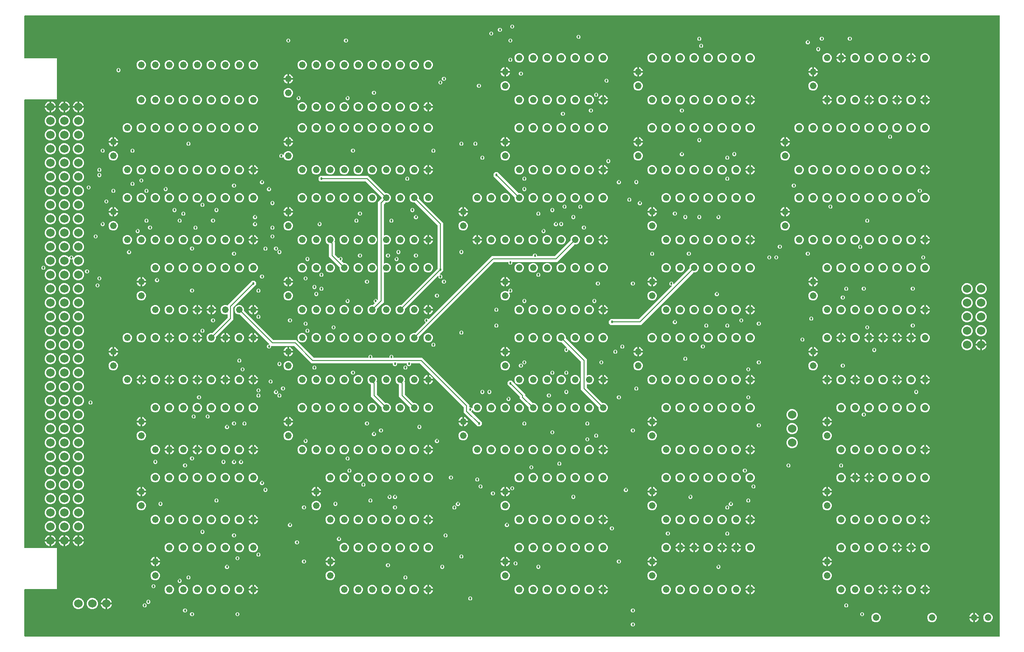
<source format=gbr>
G04 EAGLE Gerber RS-274X export*
G75*
%MOMM*%
%FSLAX34Y34*%
%LPD*%
%INCopper Layer 15*%
%IPPOS*%
%AMOC8*
5,1,8,0,0,1.08239X$1,22.5*%
G01*
%ADD10C,1.219200*%
%ADD11C,1.524000*%
%ADD12C,0.457200*%
%ADD13C,0.127000*%

G36*
X1773248Y3814D02*
X1773248Y3814D01*
X1773267Y3812D01*
X1773369Y3834D01*
X1773471Y3850D01*
X1773488Y3860D01*
X1773508Y3864D01*
X1773597Y3917D01*
X1773688Y3966D01*
X1773702Y3980D01*
X1773719Y3990D01*
X1773786Y4069D01*
X1773858Y4144D01*
X1773866Y4162D01*
X1773879Y4177D01*
X1773918Y4273D01*
X1773961Y4367D01*
X1773963Y4387D01*
X1773971Y4405D01*
X1773989Y4572D01*
X1773989Y1130300D01*
X1773986Y1130320D01*
X1773988Y1130339D01*
X1773966Y1130441D01*
X1773950Y1130543D01*
X1773940Y1130560D01*
X1773936Y1130580D01*
X1773883Y1130669D01*
X1773834Y1130760D01*
X1773820Y1130774D01*
X1773810Y1130791D01*
X1773731Y1130858D01*
X1773656Y1130930D01*
X1773638Y1130938D01*
X1773623Y1130951D01*
X1773527Y1130990D01*
X1773433Y1131033D01*
X1773413Y1131035D01*
X1773395Y1131043D01*
X1773228Y1131061D01*
X4572Y1131061D01*
X4552Y1131058D01*
X4533Y1131060D01*
X4431Y1131038D01*
X4329Y1131022D01*
X4312Y1131012D01*
X4292Y1131008D01*
X4203Y1130955D01*
X4112Y1130906D01*
X4098Y1130892D01*
X4081Y1130882D01*
X4014Y1130803D01*
X3942Y1130728D01*
X3934Y1130710D01*
X3921Y1130695D01*
X3882Y1130599D01*
X3839Y1130505D01*
X3837Y1130485D01*
X3829Y1130467D01*
X3811Y1130300D01*
X3811Y1054100D01*
X3814Y1054080D01*
X3812Y1054061D01*
X3834Y1053959D01*
X3850Y1053857D01*
X3860Y1053840D01*
X3864Y1053820D01*
X3917Y1053731D01*
X3966Y1053640D01*
X3980Y1053626D01*
X3990Y1053609D01*
X4069Y1053542D01*
X4144Y1053471D01*
X4162Y1053462D01*
X4177Y1053449D01*
X4273Y1053410D01*
X4367Y1053367D01*
X4387Y1053365D01*
X4405Y1053357D01*
X4572Y1053339D01*
X62739Y1053339D01*
X62739Y978661D01*
X4572Y978661D01*
X4552Y978658D01*
X4533Y978660D01*
X4431Y978638D01*
X4329Y978621D01*
X4312Y978612D01*
X4292Y978608D01*
X4203Y978555D01*
X4112Y978506D01*
X4098Y978492D01*
X4081Y978482D01*
X4014Y978403D01*
X3942Y978328D01*
X3934Y978310D01*
X3921Y978295D01*
X3882Y978199D01*
X3839Y978105D01*
X3837Y978085D01*
X3829Y978067D01*
X3811Y977900D01*
X3811Y165100D01*
X3814Y165080D01*
X3812Y165061D01*
X3834Y164959D01*
X3850Y164857D01*
X3860Y164840D01*
X3864Y164820D01*
X3917Y164731D01*
X3966Y164640D01*
X3980Y164626D01*
X3990Y164609D01*
X4069Y164542D01*
X4144Y164471D01*
X4162Y164462D01*
X4177Y164449D01*
X4273Y164410D01*
X4367Y164367D01*
X4387Y164365D01*
X4405Y164357D01*
X4572Y164339D01*
X62739Y164339D01*
X62739Y89661D01*
X4572Y89661D01*
X4552Y89658D01*
X4533Y89660D01*
X4431Y89638D01*
X4329Y89622D01*
X4312Y89612D01*
X4292Y89608D01*
X4203Y89555D01*
X4112Y89506D01*
X4098Y89492D01*
X4081Y89482D01*
X4014Y89403D01*
X3942Y89328D01*
X3934Y89310D01*
X3921Y89295D01*
X3882Y89199D01*
X3839Y89105D01*
X3837Y89085D01*
X3829Y89067D01*
X3811Y88900D01*
X3811Y4572D01*
X3814Y4552D01*
X3812Y4533D01*
X3834Y4431D01*
X3850Y4329D01*
X3860Y4312D01*
X3864Y4292D01*
X3917Y4203D01*
X3966Y4112D01*
X3980Y4098D01*
X3990Y4081D01*
X4069Y4014D01*
X4144Y3942D01*
X4162Y3934D01*
X4177Y3921D01*
X4273Y3882D01*
X4367Y3839D01*
X4387Y3837D01*
X4405Y3829D01*
X4572Y3811D01*
X1773228Y3811D01*
X1773248Y3814D01*
G37*
%LPC*%
G36*
X826518Y385317D02*
X826518Y385317D01*
X801242Y410593D01*
X801242Y419803D01*
X801228Y419893D01*
X801220Y419984D01*
X801208Y420013D01*
X801203Y420045D01*
X801160Y420126D01*
X801124Y420210D01*
X801098Y420242D01*
X801087Y420263D01*
X801064Y420285D01*
X801019Y420341D01*
X721966Y499394D01*
X721892Y499447D01*
X721822Y499507D01*
X721792Y499519D01*
X721766Y499538D01*
X721679Y499565D01*
X721594Y499599D01*
X721553Y499603D01*
X721531Y499610D01*
X721499Y499609D01*
X721428Y499617D01*
X705993Y499617D01*
X705973Y499614D01*
X705954Y499616D01*
X705852Y499594D01*
X705750Y499578D01*
X705733Y499568D01*
X705713Y499564D01*
X705624Y499511D01*
X705533Y499462D01*
X705519Y499448D01*
X705502Y499438D01*
X705435Y499359D01*
X705363Y499284D01*
X705355Y499266D01*
X705342Y499251D01*
X705303Y499155D01*
X705260Y499061D01*
X705258Y499041D01*
X705250Y499023D01*
X705232Y498856D01*
X705232Y497002D01*
X703148Y494918D01*
X700202Y494918D01*
X698118Y497002D01*
X698118Y498856D01*
X698115Y498876D01*
X698117Y498895D01*
X698095Y498997D01*
X698079Y499099D01*
X698069Y499116D01*
X698065Y499136D01*
X698012Y499225D01*
X697963Y499316D01*
X697949Y499330D01*
X697939Y499347D01*
X697860Y499414D01*
X697785Y499486D01*
X697767Y499494D01*
X697752Y499507D01*
X697656Y499546D01*
X697562Y499589D01*
X697542Y499591D01*
X697524Y499599D01*
X697357Y499617D01*
X680593Y499617D01*
X680573Y499614D01*
X680554Y499616D01*
X680452Y499594D01*
X680350Y499578D01*
X680333Y499568D01*
X680313Y499564D01*
X680224Y499511D01*
X680133Y499462D01*
X680119Y499448D01*
X680102Y499438D01*
X680035Y499359D01*
X679963Y499284D01*
X679955Y499266D01*
X679942Y499251D01*
X679903Y499155D01*
X679860Y499061D01*
X679858Y499041D01*
X679850Y499023D01*
X679832Y498856D01*
X679832Y497002D01*
X677748Y494918D01*
X674802Y494918D01*
X672718Y497002D01*
X672718Y498856D01*
X672715Y498876D01*
X672717Y498895D01*
X672695Y498997D01*
X672679Y499099D01*
X672669Y499116D01*
X672665Y499136D01*
X672612Y499225D01*
X672563Y499316D01*
X672549Y499330D01*
X672539Y499347D01*
X672460Y499414D01*
X672385Y499486D01*
X672367Y499494D01*
X672352Y499507D01*
X672256Y499546D01*
X672162Y499589D01*
X672142Y499591D01*
X672124Y499599D01*
X671957Y499617D01*
X524893Y499617D01*
X493366Y531144D01*
X493292Y531197D01*
X493222Y531257D01*
X493192Y531269D01*
X493166Y531288D01*
X493079Y531315D01*
X492994Y531349D01*
X492953Y531353D01*
X492931Y531360D01*
X492899Y531359D01*
X492828Y531367D01*
X451993Y531367D01*
X451973Y531364D01*
X451954Y531366D01*
X451852Y531344D01*
X451750Y531328D01*
X451733Y531318D01*
X451713Y531314D01*
X451624Y531261D01*
X451533Y531212D01*
X451519Y531198D01*
X451502Y531188D01*
X451435Y531109D01*
X451363Y531034D01*
X451355Y531016D01*
X451342Y531001D01*
X451303Y530905D01*
X451260Y530811D01*
X451258Y530791D01*
X451250Y530773D01*
X451232Y530606D01*
X451232Y528752D01*
X449148Y526668D01*
X446202Y526668D01*
X444118Y528752D01*
X444118Y531698D01*
X446202Y533782D01*
X447616Y533782D01*
X447686Y533793D01*
X447758Y533795D01*
X447807Y533813D01*
X447858Y533821D01*
X447922Y533855D01*
X447989Y533880D01*
X448030Y533912D01*
X448076Y533937D01*
X448125Y533989D01*
X448181Y534033D01*
X448209Y534077D01*
X448245Y534115D01*
X448275Y534180D01*
X448314Y534240D01*
X448327Y534291D01*
X448349Y534338D01*
X448357Y534409D01*
X448374Y534479D01*
X448370Y534531D01*
X448376Y534582D01*
X448361Y534653D01*
X448355Y534724D01*
X448335Y534772D01*
X448324Y534823D01*
X448287Y534884D01*
X448259Y534950D01*
X448214Y535006D01*
X448197Y535034D01*
X448180Y535049D01*
X448154Y535081D01*
X395195Y588040D01*
X395121Y588093D01*
X395051Y588153D01*
X395021Y588165D01*
X394995Y588184D01*
X394908Y588211D01*
X394823Y588245D01*
X394782Y588249D01*
X394760Y588256D01*
X394728Y588255D01*
X394657Y588263D01*
X391982Y588263D01*
X388808Y589578D01*
X386378Y592008D01*
X385063Y595182D01*
X385063Y598618D01*
X386378Y601792D01*
X388808Y604222D01*
X391982Y605537D01*
X395418Y605537D01*
X398592Y604222D01*
X401022Y601792D01*
X402337Y598618D01*
X402337Y595943D01*
X402351Y595853D01*
X402359Y595762D01*
X402371Y595733D01*
X402376Y595701D01*
X402419Y595620D01*
X402455Y595536D01*
X402481Y595504D01*
X402492Y595483D01*
X402515Y595461D01*
X402560Y595405D01*
X455959Y542006D01*
X456033Y541953D01*
X456103Y541893D01*
X456133Y541881D01*
X456159Y541862D01*
X456246Y541835D01*
X456331Y541801D01*
X456372Y541797D01*
X456394Y541790D01*
X456426Y541791D01*
X456497Y541783D01*
X497457Y541783D01*
X528984Y510256D01*
X529058Y510203D01*
X529128Y510143D01*
X529158Y510131D01*
X529184Y510112D01*
X529271Y510085D01*
X529356Y510051D01*
X529397Y510047D01*
X529419Y510040D01*
X529451Y510041D01*
X529522Y510033D01*
X627507Y510033D01*
X627527Y510036D01*
X627546Y510034D01*
X627648Y510056D01*
X627750Y510072D01*
X627767Y510082D01*
X627787Y510086D01*
X627876Y510139D01*
X627967Y510188D01*
X627981Y510202D01*
X627998Y510212D01*
X628065Y510291D01*
X628137Y510366D01*
X628145Y510384D01*
X628158Y510399D01*
X628197Y510495D01*
X628240Y510589D01*
X628242Y510609D01*
X628250Y510627D01*
X628268Y510794D01*
X628268Y512648D01*
X630352Y514732D01*
X633298Y514732D01*
X635382Y512648D01*
X635382Y510794D01*
X635384Y510778D01*
X635383Y510764D01*
X635383Y510761D01*
X635383Y510755D01*
X635405Y510653D01*
X635421Y510551D01*
X635431Y510534D01*
X635435Y510514D01*
X635488Y510425D01*
X635537Y510334D01*
X635551Y510320D01*
X635561Y510303D01*
X635640Y510236D01*
X635715Y510164D01*
X635733Y510156D01*
X635748Y510143D01*
X635844Y510104D01*
X635938Y510061D01*
X635958Y510059D01*
X635976Y510051D01*
X636143Y510033D01*
X665607Y510033D01*
X665627Y510036D01*
X665646Y510034D01*
X665748Y510056D01*
X665850Y510072D01*
X665867Y510082D01*
X665887Y510086D01*
X665976Y510139D01*
X666067Y510188D01*
X666081Y510202D01*
X666098Y510212D01*
X666165Y510291D01*
X666237Y510366D01*
X666245Y510384D01*
X666258Y510399D01*
X666297Y510495D01*
X666340Y510589D01*
X666342Y510609D01*
X666350Y510627D01*
X666368Y510794D01*
X666368Y512648D01*
X668452Y514732D01*
X671398Y514732D01*
X673482Y512648D01*
X673482Y510794D01*
X673484Y510778D01*
X673483Y510764D01*
X673483Y510761D01*
X673483Y510755D01*
X673505Y510653D01*
X673521Y510551D01*
X673531Y510534D01*
X673535Y510514D01*
X673588Y510425D01*
X673637Y510334D01*
X673651Y510320D01*
X673661Y510303D01*
X673740Y510236D01*
X673815Y510164D01*
X673833Y510156D01*
X673848Y510143D01*
X673944Y510104D01*
X674038Y510061D01*
X674058Y510059D01*
X674076Y510051D01*
X674243Y510033D01*
X726057Y510033D01*
X811658Y424432D01*
X811658Y420243D01*
X811661Y420223D01*
X811659Y420204D01*
X811681Y420102D01*
X811697Y420000D01*
X811707Y419983D01*
X811711Y419963D01*
X811764Y419874D01*
X811813Y419783D01*
X811827Y419769D01*
X811837Y419752D01*
X811916Y419685D01*
X811991Y419613D01*
X812009Y419605D01*
X812024Y419592D01*
X812120Y419553D01*
X812214Y419510D01*
X812234Y419508D01*
X812252Y419500D01*
X812419Y419482D01*
X814273Y419482D01*
X815564Y418191D01*
X815622Y418149D01*
X815674Y418100D01*
X815721Y418078D01*
X815763Y418048D01*
X815832Y418027D01*
X815897Y417996D01*
X815949Y417991D01*
X815999Y417975D01*
X816070Y417977D01*
X816141Y417969D01*
X816192Y417980D01*
X816244Y417982D01*
X816312Y418006D01*
X816382Y418022D01*
X816427Y418048D01*
X816475Y418066D01*
X816531Y418111D01*
X816593Y418148D01*
X816627Y418187D01*
X816667Y418220D01*
X816706Y418280D01*
X816753Y418335D01*
X816772Y418383D01*
X816800Y418427D01*
X816818Y418496D01*
X816845Y418563D01*
X816853Y418634D01*
X816861Y418665D01*
X816859Y418689D01*
X816863Y418730D01*
X816863Y420818D01*
X818178Y423992D01*
X820608Y426422D01*
X823782Y427737D01*
X827218Y427737D01*
X830392Y426422D01*
X832822Y423992D01*
X834137Y420818D01*
X834137Y417382D01*
X832822Y414208D01*
X830392Y411778D01*
X827218Y410463D01*
X823782Y410463D01*
X820608Y411778D01*
X818178Y414208D01*
X817821Y415069D01*
X817770Y415152D01*
X817724Y415238D01*
X817706Y415256D01*
X817692Y415278D01*
X817616Y415340D01*
X817546Y415407D01*
X817522Y415418D01*
X817502Y415435D01*
X817411Y415470D01*
X817323Y415511D01*
X817297Y415514D01*
X817273Y415523D01*
X817175Y415527D01*
X817079Y415538D01*
X817053Y415533D01*
X817027Y415534D01*
X816933Y415507D01*
X816838Y415486D01*
X816816Y415472D01*
X816791Y415465D01*
X816711Y415410D01*
X816627Y415360D01*
X816610Y415340D01*
X816589Y415325D01*
X816530Y415247D01*
X816467Y415173D01*
X816457Y415148D01*
X816442Y415127D01*
X816412Y415035D01*
X816375Y414945D01*
X816372Y414912D01*
X816366Y414894D01*
X816366Y414861D01*
X816357Y414778D01*
X816357Y414452D01*
X814773Y412868D01*
X814762Y412852D01*
X814746Y412840D01*
X814690Y412752D01*
X814630Y412668D01*
X814624Y412650D01*
X814613Y412633D01*
X814588Y412532D01*
X814557Y412433D01*
X814558Y412413D01*
X814553Y412394D01*
X814561Y412291D01*
X814564Y412187D01*
X814571Y412169D01*
X814572Y412149D01*
X814612Y412054D01*
X814648Y411956D01*
X814661Y411941D01*
X814668Y411923D01*
X814773Y411792D01*
X833883Y392682D01*
X833883Y388368D01*
X830832Y385317D01*
X826518Y385317D01*
G37*
%LPD*%
%LPC*%
G36*
X633282Y588263D02*
X633282Y588263D01*
X630108Y589578D01*
X627678Y592008D01*
X626363Y595182D01*
X626363Y598618D01*
X627678Y601792D01*
X630108Y604222D01*
X633282Y605537D01*
X635957Y605537D01*
X636047Y605551D01*
X636138Y605559D01*
X636167Y605571D01*
X636199Y605576D01*
X636280Y605619D01*
X636364Y605655D01*
X636396Y605681D01*
X636417Y605692D01*
X636439Y605715D01*
X636495Y605760D01*
X639377Y608642D01*
X639388Y608658D01*
X639404Y608670D01*
X639460Y608758D01*
X639520Y608841D01*
X639526Y608860D01*
X639537Y608877D01*
X639562Y608978D01*
X639593Y609076D01*
X639592Y609096D01*
X639597Y609116D01*
X639589Y609219D01*
X639586Y609322D01*
X639579Y609341D01*
X639578Y609361D01*
X639538Y609456D01*
X639502Y609553D01*
X639489Y609569D01*
X639482Y609587D01*
X639377Y609718D01*
X637793Y611302D01*
X637793Y614248D01*
X639877Y616332D01*
X642823Y616332D01*
X644368Y614787D01*
X644426Y614745D01*
X644478Y614696D01*
X644525Y614674D01*
X644567Y614644D01*
X644636Y614623D01*
X644701Y614592D01*
X644753Y614587D01*
X644803Y614571D01*
X644874Y614573D01*
X644945Y614565D01*
X644996Y614576D01*
X645048Y614578D01*
X645116Y614602D01*
X645186Y614618D01*
X645231Y614644D01*
X645279Y614662D01*
X645335Y614707D01*
X645397Y614744D01*
X645431Y614783D01*
X645471Y614816D01*
X645510Y614876D01*
X645557Y614931D01*
X645576Y614979D01*
X645604Y615023D01*
X645622Y615092D01*
X645649Y615159D01*
X645657Y615230D01*
X645665Y615261D01*
X645663Y615285D01*
X645667Y615326D01*
X645667Y792732D01*
X651540Y798605D01*
X651593Y798679D01*
X651653Y798749D01*
X651665Y798779D01*
X651684Y798805D01*
X651711Y798892D01*
X651745Y798977D01*
X651749Y799018D01*
X651756Y799040D01*
X651755Y799072D01*
X651763Y799143D01*
X651763Y801057D01*
X651749Y801147D01*
X651741Y801238D01*
X651729Y801267D01*
X651724Y801299D01*
X651681Y801380D01*
X651645Y801464D01*
X651619Y801496D01*
X651608Y801517D01*
X651585Y801539D01*
X651540Y801595D01*
X623541Y829594D01*
X623467Y829647D01*
X623397Y829707D01*
X623367Y829719D01*
X623341Y829738D01*
X623254Y829765D01*
X623169Y829799D01*
X623128Y829803D01*
X623106Y829810D01*
X623074Y829809D01*
X623003Y829817D01*
X540768Y829817D01*
X537717Y832868D01*
X537717Y837182D01*
X540768Y840233D01*
X627632Y840233D01*
X630906Y836959D01*
X658905Y808960D01*
X658979Y808907D01*
X659049Y808847D01*
X659079Y808835D01*
X659105Y808816D01*
X659192Y808789D01*
X659277Y808755D01*
X659318Y808751D01*
X659340Y808744D01*
X659372Y808745D01*
X659443Y808737D01*
X662118Y808737D01*
X665292Y807422D01*
X667722Y804992D01*
X669037Y801818D01*
X669037Y798382D01*
X667722Y795208D01*
X665292Y792778D01*
X662118Y791463D01*
X659443Y791463D01*
X659353Y791449D01*
X659262Y791441D01*
X659233Y791429D01*
X659201Y791424D01*
X659120Y791381D01*
X659036Y791345D01*
X659004Y791319D01*
X658983Y791308D01*
X658961Y791285D01*
X658905Y791240D01*
X656306Y788641D01*
X656253Y788567D01*
X656193Y788497D01*
X656181Y788467D01*
X656162Y788441D01*
X656135Y788354D01*
X656101Y788269D01*
X656097Y788228D01*
X656090Y788206D01*
X656091Y788174D01*
X656083Y788103D01*
X656083Y732599D01*
X656090Y732554D01*
X656088Y732508D01*
X656110Y732433D01*
X656122Y732357D01*
X656144Y732316D01*
X656157Y732272D01*
X656201Y732208D01*
X656238Y732139D01*
X656271Y732108D01*
X656297Y732070D01*
X656360Y732023D01*
X656416Y731970D01*
X656458Y731951D01*
X656494Y731923D01*
X656568Y731899D01*
X656639Y731866D01*
X656685Y731861D01*
X656728Y731847D01*
X656806Y731848D01*
X656883Y731839D01*
X656928Y731849D01*
X656974Y731849D01*
X657106Y731887D01*
X657124Y731891D01*
X657128Y731894D01*
X657135Y731896D01*
X658682Y732537D01*
X662118Y732537D01*
X665292Y731222D01*
X667722Y728792D01*
X669037Y725618D01*
X669037Y722182D01*
X667722Y719008D01*
X665292Y716578D01*
X662118Y715263D01*
X658682Y715263D01*
X657135Y715904D01*
X657091Y715914D01*
X657049Y715934D01*
X656972Y715942D01*
X656896Y715960D01*
X656850Y715956D01*
X656805Y715961D01*
X656728Y715944D01*
X656651Y715937D01*
X656609Y715918D01*
X656564Y715909D01*
X656497Y715869D01*
X656426Y715837D01*
X656392Y715806D01*
X656353Y715782D01*
X656302Y715723D01*
X656245Y715671D01*
X656223Y715630D01*
X656193Y715596D01*
X656164Y715523D01*
X656127Y715455D01*
X656118Y715410D01*
X656101Y715367D01*
X656086Y715231D01*
X656083Y715213D01*
X656084Y715208D01*
X656083Y715201D01*
X656083Y681799D01*
X656090Y681754D01*
X656088Y681708D01*
X656110Y681633D01*
X656122Y681557D01*
X656144Y681516D01*
X656157Y681472D01*
X656201Y681408D01*
X656238Y681339D01*
X656271Y681308D01*
X656297Y681270D01*
X656359Y681223D01*
X656416Y681170D01*
X656458Y681150D01*
X656494Y681123D01*
X656568Y681099D01*
X656639Y681066D01*
X656685Y681061D01*
X656728Y681047D01*
X656806Y681048D01*
X656883Y681039D01*
X656928Y681049D01*
X656974Y681049D01*
X657106Y681087D01*
X657124Y681091D01*
X657128Y681094D01*
X657135Y681096D01*
X658682Y681737D01*
X662118Y681737D01*
X665292Y680422D01*
X667722Y677992D01*
X669037Y674818D01*
X669037Y671382D01*
X667722Y668208D01*
X665292Y665778D01*
X662118Y664463D01*
X658682Y664463D01*
X657135Y665104D01*
X657091Y665114D01*
X657049Y665134D01*
X656972Y665142D01*
X656896Y665160D01*
X656850Y665156D01*
X656805Y665161D01*
X656728Y665144D01*
X656651Y665137D01*
X656609Y665118D01*
X656564Y665109D01*
X656497Y665069D01*
X656426Y665037D01*
X656392Y665006D01*
X656353Y664982D01*
X656302Y664923D01*
X656245Y664871D01*
X656223Y664830D01*
X656193Y664796D01*
X656164Y664723D01*
X656127Y664655D01*
X656118Y664610D01*
X656101Y664567D01*
X656086Y664432D01*
X656083Y664413D01*
X656084Y664408D01*
X656083Y664401D01*
X656083Y610618D01*
X652809Y607344D01*
X643860Y598395D01*
X643807Y598321D01*
X643747Y598251D01*
X643735Y598221D01*
X643716Y598195D01*
X643689Y598108D01*
X643655Y598023D01*
X643651Y597982D01*
X643644Y597960D01*
X643645Y597928D01*
X643637Y597857D01*
X643637Y595182D01*
X642322Y592008D01*
X639892Y589578D01*
X636718Y588263D01*
X633282Y588263D01*
G37*
%LPD*%
%LPC*%
G36*
X709482Y537463D02*
X709482Y537463D01*
X706308Y538778D01*
X703878Y541208D01*
X702563Y544382D01*
X702563Y547818D01*
X703878Y550992D01*
X706308Y553422D01*
X709482Y554737D01*
X712157Y554737D01*
X712247Y554751D01*
X712338Y554759D01*
X712367Y554771D01*
X712399Y554776D01*
X712480Y554819D01*
X712564Y554855D01*
X712596Y554881D01*
X712617Y554892D01*
X712639Y554915D01*
X712695Y554960D01*
X731452Y573717D01*
X731463Y573733D01*
X731479Y573745D01*
X731535Y573833D01*
X731595Y573916D01*
X731601Y573935D01*
X731612Y573952D01*
X731637Y574053D01*
X731668Y574151D01*
X731667Y574171D01*
X731672Y574191D01*
X731664Y574294D01*
X731661Y574397D01*
X731654Y574416D01*
X731653Y574436D01*
X731613Y574531D01*
X731577Y574628D01*
X731564Y574644D01*
X731557Y574662D01*
X731452Y574793D01*
X729868Y576377D01*
X729868Y579323D01*
X731952Y581407D01*
X734898Y581407D01*
X736482Y579823D01*
X736498Y579812D01*
X736510Y579796D01*
X736598Y579740D01*
X736681Y579680D01*
X736700Y579674D01*
X736717Y579663D01*
X736818Y579638D01*
X736917Y579607D01*
X736937Y579608D01*
X736956Y579603D01*
X737059Y579611D01*
X737162Y579614D01*
X737181Y579621D01*
X737201Y579622D01*
X737296Y579662D01*
X737393Y579698D01*
X737409Y579711D01*
X737427Y579718D01*
X737558Y579823D01*
X851918Y694183D01*
X925957Y694183D01*
X925977Y694186D01*
X925996Y694184D01*
X926098Y694206D01*
X926200Y694222D01*
X926217Y694232D01*
X926237Y694236D01*
X926326Y694289D01*
X926417Y694338D01*
X926431Y694352D01*
X926448Y694362D01*
X926515Y694441D01*
X926587Y694516D01*
X926595Y694534D01*
X926608Y694549D01*
X926647Y694645D01*
X926690Y694739D01*
X926692Y694759D01*
X926700Y694777D01*
X926718Y694944D01*
X926718Y696798D01*
X928802Y698882D01*
X931748Y698882D01*
X933832Y696798D01*
X933832Y694944D01*
X933835Y694924D01*
X933833Y694905D01*
X933855Y694803D01*
X933871Y694701D01*
X933881Y694684D01*
X933885Y694664D01*
X933938Y694575D01*
X933987Y694484D01*
X934001Y694470D01*
X934011Y694453D01*
X934090Y694386D01*
X934165Y694314D01*
X934183Y694306D01*
X934198Y694293D01*
X934294Y694254D01*
X934388Y694211D01*
X934408Y694209D01*
X934426Y694201D01*
X934593Y694183D01*
X965903Y694183D01*
X965993Y694197D01*
X966084Y694205D01*
X966113Y694217D01*
X966145Y694222D01*
X966226Y694265D01*
X966310Y694301D01*
X966342Y694327D01*
X966363Y694338D01*
X966385Y694361D01*
X966441Y694406D01*
X994440Y722405D01*
X994493Y722479D01*
X994553Y722549D01*
X994565Y722579D01*
X994584Y722605D01*
X994611Y722692D01*
X994645Y722777D01*
X994649Y722818D01*
X994656Y722840D01*
X994655Y722872D01*
X994663Y722943D01*
X994663Y725618D01*
X995978Y728792D01*
X998408Y731222D01*
X1001582Y732537D01*
X1005018Y732537D01*
X1008192Y731222D01*
X1010622Y728792D01*
X1011937Y725618D01*
X1011937Y722182D01*
X1010622Y719008D01*
X1008192Y716578D01*
X1005018Y715263D01*
X1002343Y715263D01*
X1002253Y715249D01*
X1002162Y715241D01*
X1002133Y715229D01*
X1002101Y715224D01*
X1002020Y715181D01*
X1001936Y715145D01*
X1001904Y715119D01*
X1001883Y715108D01*
X1001861Y715085D01*
X1001805Y715040D01*
X970532Y683767D01*
X890143Y683767D01*
X890123Y683764D01*
X890104Y683766D01*
X890002Y683744D01*
X889900Y683728D01*
X889883Y683718D01*
X889863Y683714D01*
X889774Y683661D01*
X889683Y683612D01*
X889669Y683598D01*
X889652Y683588D01*
X889585Y683509D01*
X889513Y683434D01*
X889505Y683416D01*
X889492Y683401D01*
X889453Y683305D01*
X889410Y683211D01*
X889408Y683191D01*
X889400Y683173D01*
X889382Y683006D01*
X889382Y681152D01*
X887298Y679068D01*
X884352Y679068D01*
X882268Y681152D01*
X882268Y683006D01*
X882265Y683026D01*
X882267Y683045D01*
X882245Y683147D01*
X882229Y683249D01*
X882219Y683266D01*
X882215Y683286D01*
X882162Y683375D01*
X882113Y683466D01*
X882099Y683480D01*
X882089Y683497D01*
X882010Y683564D01*
X881935Y683636D01*
X881917Y683644D01*
X881902Y683657D01*
X881806Y683696D01*
X881712Y683739D01*
X881692Y683741D01*
X881674Y683749D01*
X881507Y683767D01*
X856547Y683767D01*
X856457Y683753D01*
X856366Y683745D01*
X856337Y683733D01*
X856305Y683728D01*
X856224Y683685D01*
X856140Y683649D01*
X856108Y683623D01*
X856087Y683612D01*
X856065Y683589D01*
X856009Y683544D01*
X720060Y547595D01*
X720007Y547521D01*
X719947Y547451D01*
X719935Y547421D01*
X719916Y547395D01*
X719889Y547308D01*
X719855Y547223D01*
X719851Y547182D01*
X719844Y547160D01*
X719845Y547128D01*
X719837Y547057D01*
X719837Y544382D01*
X718522Y541208D01*
X716092Y538778D01*
X712918Y537463D01*
X709482Y537463D01*
G37*
%LPD*%
%LPC*%
G36*
X684082Y588263D02*
X684082Y588263D01*
X680908Y589578D01*
X678478Y592008D01*
X677163Y595182D01*
X677163Y598618D01*
X678478Y601792D01*
X680908Y604222D01*
X684082Y605537D01*
X686757Y605537D01*
X686847Y605551D01*
X686938Y605559D01*
X686967Y605571D01*
X686999Y605576D01*
X687080Y605619D01*
X687164Y605655D01*
X687196Y605681D01*
X687217Y605692D01*
X687239Y605715D01*
X687295Y605760D01*
X753394Y671859D01*
X753447Y671933D01*
X753507Y672003D01*
X753519Y672033D01*
X753538Y672059D01*
X753565Y672146D01*
X753599Y672231D01*
X753603Y672272D01*
X753610Y672294D01*
X753609Y672326D01*
X753617Y672397D01*
X753617Y750003D01*
X753603Y750093D01*
X753595Y750184D01*
X753583Y750213D01*
X753578Y750245D01*
X753535Y750326D01*
X753499Y750410D01*
X753473Y750442D01*
X753462Y750463D01*
X753439Y750485D01*
X753394Y750541D01*
X712695Y791240D01*
X712621Y791293D01*
X712551Y791353D01*
X712521Y791365D01*
X712495Y791384D01*
X712408Y791411D01*
X712323Y791445D01*
X712282Y791449D01*
X712260Y791456D01*
X712228Y791455D01*
X712157Y791463D01*
X709482Y791463D01*
X706308Y792778D01*
X703878Y795208D01*
X702563Y798382D01*
X702563Y801818D01*
X703878Y804992D01*
X706308Y807422D01*
X709482Y808737D01*
X712918Y808737D01*
X716092Y807422D01*
X718522Y804992D01*
X719837Y801818D01*
X719837Y799143D01*
X719851Y799053D01*
X719859Y798962D01*
X719871Y798933D01*
X719876Y798901D01*
X719919Y798820D01*
X719955Y798736D01*
X719981Y798704D01*
X719992Y798683D01*
X720015Y798661D01*
X720060Y798605D01*
X764033Y754632D01*
X764033Y667768D01*
X760759Y664494D01*
X758346Y662081D01*
X758304Y662023D01*
X758255Y661971D01*
X758233Y661924D01*
X758203Y661882D01*
X758181Y661813D01*
X758151Y661748D01*
X758146Y661696D01*
X758130Y661646D01*
X758132Y661575D01*
X758124Y661504D01*
X758135Y661453D01*
X758137Y661401D01*
X758161Y661333D01*
X758176Y661263D01*
X758203Y661218D01*
X758221Y661170D01*
X758266Y661114D01*
X758303Y661052D01*
X758342Y661018D01*
X758375Y660978D01*
X758435Y660939D01*
X758490Y660892D01*
X758538Y660873D01*
X758582Y660845D01*
X758651Y660827D01*
X758718Y660800D01*
X758789Y660792D01*
X758820Y660784D01*
X758843Y660786D01*
X758884Y660782D01*
X760298Y660782D01*
X762382Y658698D01*
X762382Y655752D01*
X760298Y653668D01*
X757352Y653668D01*
X755268Y655752D01*
X755268Y657166D01*
X755257Y657236D01*
X755255Y657308D01*
X755237Y657357D01*
X755229Y657408D01*
X755195Y657472D01*
X755170Y657539D01*
X755138Y657580D01*
X755113Y657626D01*
X755061Y657675D01*
X755017Y657731D01*
X754973Y657759D01*
X754935Y657795D01*
X754870Y657825D01*
X754810Y657864D01*
X754759Y657877D01*
X754712Y657899D01*
X754641Y657907D01*
X754571Y657924D01*
X754519Y657920D01*
X754468Y657926D01*
X754397Y657911D01*
X754326Y657905D01*
X754278Y657885D01*
X754227Y657874D01*
X754166Y657837D01*
X754100Y657809D01*
X754044Y657764D01*
X754016Y657747D01*
X754001Y657730D01*
X753969Y657704D01*
X694660Y598395D01*
X694607Y598321D01*
X694547Y598251D01*
X694535Y598221D01*
X694516Y598195D01*
X694489Y598108D01*
X694455Y598023D01*
X694451Y597982D01*
X694444Y597960D01*
X694445Y597928D01*
X694437Y597857D01*
X694437Y595182D01*
X693122Y592008D01*
X690692Y589578D01*
X687518Y588263D01*
X684082Y588263D01*
G37*
%LPD*%
%LPC*%
G36*
X1067818Y569467D02*
X1067818Y569467D01*
X1064767Y572518D01*
X1064767Y576832D01*
X1067818Y579883D01*
X1118303Y579883D01*
X1118393Y579897D01*
X1118484Y579905D01*
X1118513Y579917D01*
X1118545Y579922D01*
X1118626Y579965D01*
X1118710Y580001D01*
X1118742Y580027D01*
X1118763Y580038D01*
X1118785Y580061D01*
X1118841Y580106D01*
X1178404Y639669D01*
X1178446Y639727D01*
X1178495Y639779D01*
X1178517Y639826D01*
X1178547Y639868D01*
X1178568Y639937D01*
X1178599Y640002D01*
X1178604Y640054D01*
X1178620Y640104D01*
X1178618Y640175D01*
X1178626Y640246D01*
X1178615Y640297D01*
X1178613Y640349D01*
X1178589Y640417D01*
X1178574Y640487D01*
X1178547Y640532D01*
X1178529Y640580D01*
X1178484Y640636D01*
X1178447Y640698D01*
X1178408Y640732D01*
X1178375Y640772D01*
X1178315Y640811D01*
X1178260Y640858D01*
X1178212Y640877D01*
X1178168Y640905D01*
X1178099Y640923D01*
X1178032Y640950D01*
X1177961Y640958D01*
X1177930Y640966D01*
X1177907Y640964D01*
X1177866Y640968D01*
X1176452Y640968D01*
X1174368Y643052D01*
X1174368Y645998D01*
X1176452Y648082D01*
X1179398Y648082D01*
X1181482Y645998D01*
X1181482Y644584D01*
X1181493Y644514D01*
X1181495Y644442D01*
X1181513Y644393D01*
X1181521Y644342D01*
X1181555Y644278D01*
X1181580Y644211D01*
X1181612Y644170D01*
X1181637Y644124D01*
X1181689Y644075D01*
X1181733Y644019D01*
X1181777Y643991D01*
X1181815Y643955D01*
X1181880Y643925D01*
X1181940Y643886D01*
X1181991Y643873D01*
X1182038Y643851D01*
X1182109Y643843D01*
X1182179Y643826D01*
X1182231Y643830D01*
X1182282Y643824D01*
X1182353Y643839D01*
X1182424Y643845D01*
X1182472Y643865D01*
X1182523Y643876D01*
X1182584Y643913D01*
X1182650Y643941D01*
X1182706Y643986D01*
X1182734Y644003D01*
X1182749Y644020D01*
X1182781Y644046D01*
X1210340Y671605D01*
X1210393Y671679D01*
X1210453Y671749D01*
X1210465Y671779D01*
X1210484Y671805D01*
X1210511Y671892D01*
X1210545Y671977D01*
X1210549Y672018D01*
X1210556Y672040D01*
X1210555Y672072D01*
X1210563Y672143D01*
X1210563Y674818D01*
X1211878Y677992D01*
X1214308Y680422D01*
X1217482Y681737D01*
X1220918Y681737D01*
X1224092Y680422D01*
X1226522Y677992D01*
X1227837Y674818D01*
X1227837Y671382D01*
X1226522Y668208D01*
X1224092Y665778D01*
X1220918Y664463D01*
X1218243Y664463D01*
X1218153Y664449D01*
X1218062Y664441D01*
X1218033Y664429D01*
X1218001Y664424D01*
X1217920Y664381D01*
X1217836Y664345D01*
X1217804Y664319D01*
X1217783Y664308D01*
X1217761Y664285D01*
X1217705Y664240D01*
X1122932Y569467D01*
X1067818Y569467D01*
G37*
%LPD*%
%LPC*%
G36*
X1052382Y410463D02*
X1052382Y410463D01*
X1049208Y411778D01*
X1046778Y414208D01*
X1045463Y417382D01*
X1045463Y420057D01*
X1045449Y420147D01*
X1045441Y420238D01*
X1045429Y420267D01*
X1045424Y420299D01*
X1045381Y420380D01*
X1045345Y420464D01*
X1045319Y420496D01*
X1045308Y420517D01*
X1045285Y420539D01*
X1045240Y420595D01*
X1013967Y451868D01*
X1013967Y502353D01*
X1013953Y502443D01*
X1013945Y502534D01*
X1013933Y502563D01*
X1013928Y502595D01*
X1013885Y502676D01*
X1013849Y502760D01*
X1013823Y502792D01*
X1013812Y502813D01*
X1013789Y502835D01*
X1013744Y502891D01*
X992281Y524354D01*
X992223Y524396D01*
X992171Y524445D01*
X992124Y524467D01*
X992082Y524497D01*
X992013Y524518D01*
X991948Y524549D01*
X991896Y524554D01*
X991846Y524570D01*
X991775Y524568D01*
X991704Y524576D01*
X991653Y524565D01*
X991601Y524563D01*
X991533Y524539D01*
X991463Y524524D01*
X991418Y524497D01*
X991370Y524479D01*
X991314Y524434D01*
X991252Y524397D01*
X991218Y524358D01*
X991178Y524325D01*
X991139Y524265D01*
X991092Y524210D01*
X991073Y524162D01*
X991045Y524118D01*
X991027Y524049D01*
X991000Y523982D01*
X990992Y523911D01*
X990984Y523880D01*
X990986Y523857D01*
X990982Y523816D01*
X990982Y522402D01*
X988898Y520318D01*
X985952Y520318D01*
X983868Y522402D01*
X983868Y525348D01*
X985952Y527432D01*
X987366Y527432D01*
X987436Y527443D01*
X987508Y527445D01*
X987557Y527463D01*
X987608Y527471D01*
X987672Y527505D01*
X987739Y527530D01*
X987780Y527562D01*
X987826Y527587D01*
X987875Y527639D01*
X987931Y527683D01*
X987959Y527727D01*
X987995Y527765D01*
X988025Y527830D01*
X988064Y527890D01*
X988077Y527941D01*
X988099Y527988D01*
X988107Y528059D01*
X988124Y528129D01*
X988120Y528181D01*
X988126Y528232D01*
X988111Y528303D01*
X988105Y528374D01*
X988085Y528422D01*
X988074Y528473D01*
X988037Y528534D01*
X988009Y528600D01*
X987964Y528656D01*
X987947Y528684D01*
X987930Y528699D01*
X987904Y528731D01*
X979395Y537240D01*
X979321Y537293D01*
X979251Y537353D01*
X979221Y537365D01*
X979195Y537384D01*
X979108Y537411D01*
X979023Y537445D01*
X978982Y537449D01*
X978960Y537456D01*
X978928Y537455D01*
X978857Y537463D01*
X976182Y537463D01*
X973008Y538778D01*
X970578Y541208D01*
X969263Y544382D01*
X969263Y547818D01*
X970578Y550992D01*
X973008Y553422D01*
X976182Y554737D01*
X979618Y554737D01*
X982792Y553422D01*
X985222Y550992D01*
X986537Y547818D01*
X986537Y545143D01*
X986551Y545053D01*
X986559Y544962D01*
X986571Y544933D01*
X986576Y544901D01*
X986619Y544820D01*
X986655Y544736D01*
X986681Y544704D01*
X986692Y544683D01*
X986715Y544661D01*
X986760Y544605D01*
X1024383Y506982D01*
X1024383Y478599D01*
X1024390Y478554D01*
X1024388Y478508D01*
X1024410Y478433D01*
X1024422Y478357D01*
X1024444Y478316D01*
X1024457Y478272D01*
X1024501Y478208D01*
X1024538Y478139D01*
X1024571Y478108D01*
X1024597Y478070D01*
X1024659Y478023D01*
X1024716Y477970D01*
X1024758Y477950D01*
X1024794Y477923D01*
X1024868Y477899D01*
X1024939Y477866D01*
X1024985Y477861D01*
X1025028Y477847D01*
X1025106Y477848D01*
X1025183Y477839D01*
X1025228Y477849D01*
X1025274Y477849D01*
X1025406Y477887D01*
X1025424Y477891D01*
X1025428Y477894D01*
X1025435Y477896D01*
X1026982Y478537D01*
X1030418Y478537D01*
X1033592Y477222D01*
X1036022Y474792D01*
X1037337Y471618D01*
X1037337Y468182D01*
X1036022Y465008D01*
X1033592Y462578D01*
X1030418Y461263D01*
X1026982Y461263D01*
X1025435Y461904D01*
X1025391Y461914D01*
X1025349Y461934D01*
X1025272Y461942D01*
X1025196Y461960D01*
X1025150Y461956D01*
X1025105Y461961D01*
X1025028Y461944D01*
X1024951Y461937D01*
X1024909Y461918D01*
X1024864Y461909D01*
X1024797Y461869D01*
X1024726Y461837D01*
X1024692Y461806D01*
X1024653Y461782D01*
X1024602Y461723D01*
X1024545Y461671D01*
X1024523Y461630D01*
X1024493Y461596D01*
X1024464Y461523D01*
X1024427Y461455D01*
X1024418Y461410D01*
X1024401Y461367D01*
X1024386Y461232D01*
X1024383Y461213D01*
X1024384Y461208D01*
X1024383Y461201D01*
X1024383Y456497D01*
X1024397Y456407D01*
X1024405Y456316D01*
X1024417Y456287D01*
X1024422Y456255D01*
X1024465Y456174D01*
X1024501Y456090D01*
X1024527Y456058D01*
X1024538Y456037D01*
X1024561Y456015D01*
X1024606Y455959D01*
X1052605Y427960D01*
X1052679Y427907D01*
X1052749Y427847D01*
X1052779Y427835D01*
X1052805Y427816D01*
X1052892Y427789D01*
X1052977Y427755D01*
X1053018Y427751D01*
X1053040Y427744D01*
X1053072Y427745D01*
X1053143Y427737D01*
X1055818Y427737D01*
X1058992Y426422D01*
X1061422Y423992D01*
X1062737Y420818D01*
X1062737Y417382D01*
X1061422Y414208D01*
X1058992Y411778D01*
X1055818Y410463D01*
X1052382Y410463D01*
G37*
%LPD*%
%LPC*%
G36*
X341182Y537463D02*
X341182Y537463D01*
X338008Y538778D01*
X335578Y541208D01*
X334263Y544382D01*
X334263Y547818D01*
X335578Y550992D01*
X338008Y553422D01*
X341182Y554737D01*
X343857Y554737D01*
X343947Y554751D01*
X344038Y554759D01*
X344067Y554771D01*
X344099Y554776D01*
X344180Y554819D01*
X344264Y554855D01*
X344296Y554881D01*
X344317Y554892D01*
X344339Y554915D01*
X344395Y554960D01*
X372394Y582959D01*
X372447Y583033D01*
X372507Y583103D01*
X372519Y583133D01*
X372538Y583159D01*
X372565Y583246D01*
X372599Y583331D01*
X372603Y583372D01*
X372610Y583394D01*
X372609Y583426D01*
X372617Y583497D01*
X372617Y588201D01*
X372610Y588246D01*
X372612Y588292D01*
X372590Y588367D01*
X372578Y588443D01*
X372556Y588484D01*
X372543Y588528D01*
X372499Y588592D01*
X372462Y588661D01*
X372429Y588692D01*
X372403Y588730D01*
X372341Y588777D01*
X372284Y588830D01*
X372242Y588850D01*
X372206Y588877D01*
X372132Y588901D01*
X372061Y588934D01*
X372015Y588939D01*
X371972Y588953D01*
X371894Y588952D01*
X371817Y588961D01*
X371772Y588951D01*
X371726Y588951D01*
X371594Y588913D01*
X371576Y588909D01*
X371572Y588906D01*
X371565Y588904D01*
X370018Y588263D01*
X366582Y588263D01*
X363408Y589578D01*
X360978Y592008D01*
X359663Y595182D01*
X359663Y598618D01*
X360978Y601792D01*
X363408Y604222D01*
X366582Y605537D01*
X370018Y605537D01*
X371565Y604896D01*
X371609Y604886D01*
X371651Y604866D01*
X371728Y604858D01*
X371804Y604840D01*
X371850Y604844D01*
X371895Y604839D01*
X371972Y604856D01*
X372049Y604863D01*
X372091Y604882D01*
X372136Y604891D01*
X372203Y604931D01*
X372274Y604963D01*
X372308Y604994D01*
X372347Y605018D01*
X372398Y605077D01*
X372455Y605129D01*
X372477Y605170D01*
X372507Y605204D01*
X372536Y605277D01*
X372573Y605345D01*
X372578Y605367D01*
X416943Y649733D01*
X421257Y649733D01*
X424308Y646682D01*
X424308Y642368D01*
X383256Y601316D01*
X383203Y601242D01*
X383143Y601172D01*
X383131Y601142D01*
X383112Y601116D01*
X383085Y601029D01*
X383051Y600944D01*
X383047Y600903D01*
X383040Y600881D01*
X383041Y600849D01*
X383033Y600778D01*
X383033Y578868D01*
X351760Y547595D01*
X351707Y547521D01*
X351647Y547451D01*
X351635Y547421D01*
X351616Y547395D01*
X351589Y547308D01*
X351555Y547223D01*
X351551Y547182D01*
X351544Y547160D01*
X351545Y547128D01*
X351537Y547057D01*
X351537Y544382D01*
X350222Y541208D01*
X347792Y538778D01*
X344618Y537463D01*
X341182Y537463D01*
G37*
%LPD*%
%LPC*%
G36*
X582482Y664463D02*
X582482Y664463D01*
X579308Y665778D01*
X576878Y668208D01*
X575563Y671382D01*
X575563Y674057D01*
X575549Y674147D01*
X575541Y674238D01*
X575529Y674267D01*
X575524Y674299D01*
X575481Y674380D01*
X575445Y674464D01*
X575419Y674496D01*
X575408Y674517D01*
X575385Y674539D01*
X575340Y674595D01*
X556767Y693168D01*
X556767Y714885D01*
X556748Y715000D01*
X556731Y715116D01*
X556729Y715122D01*
X556728Y715128D01*
X556673Y715230D01*
X556620Y715335D01*
X556615Y715340D01*
X556612Y715345D01*
X556528Y715425D01*
X556444Y715507D01*
X556438Y715511D01*
X556434Y715515D01*
X556417Y715522D01*
X556297Y715588D01*
X553908Y716578D01*
X551478Y719008D01*
X550163Y722182D01*
X550163Y725618D01*
X551478Y728792D01*
X553908Y731222D01*
X557082Y732537D01*
X560518Y732537D01*
X563692Y731222D01*
X566122Y728792D01*
X567437Y725618D01*
X567437Y722182D01*
X566832Y720722D01*
X566805Y720608D01*
X566777Y720495D01*
X566777Y720489D01*
X566776Y720483D01*
X566787Y720366D01*
X566796Y720250D01*
X566798Y720244D01*
X566799Y720238D01*
X566847Y720131D01*
X566892Y720024D01*
X566897Y720018D01*
X566899Y720013D01*
X566912Y720000D01*
X566997Y719893D01*
X567183Y719707D01*
X567183Y697797D01*
X567197Y697707D01*
X567205Y697616D01*
X567217Y697587D01*
X567222Y697555D01*
X567265Y697474D01*
X567301Y697390D01*
X567327Y697358D01*
X567338Y697337D01*
X567361Y697315D01*
X567406Y697259D01*
X573717Y690948D01*
X573733Y690937D01*
X573745Y690921D01*
X573832Y690865D01*
X573916Y690805D01*
X573935Y690799D01*
X573952Y690788D01*
X574053Y690763D01*
X574151Y690732D01*
X574171Y690733D01*
X574191Y690728D01*
X574294Y690736D01*
X574397Y690739D01*
X574416Y690746D01*
X574436Y690747D01*
X574531Y690787D01*
X574628Y690823D01*
X574644Y690836D01*
X574662Y690843D01*
X574793Y690948D01*
X576377Y692532D01*
X579323Y692532D01*
X581407Y690448D01*
X581407Y687502D01*
X579823Y685918D01*
X579812Y685902D01*
X579796Y685890D01*
X579740Y685802D01*
X579680Y685718D01*
X579674Y685700D01*
X579663Y685683D01*
X579638Y685582D01*
X579607Y685483D01*
X579608Y685463D01*
X579603Y685444D01*
X579611Y685341D01*
X579614Y685237D01*
X579621Y685219D01*
X579622Y685199D01*
X579662Y685104D01*
X579698Y685006D01*
X579711Y684991D01*
X579718Y684973D01*
X579823Y684842D01*
X582705Y681960D01*
X582779Y681907D01*
X582849Y681847D01*
X582879Y681835D01*
X582905Y681816D01*
X582992Y681789D01*
X583077Y681755D01*
X583118Y681751D01*
X583140Y681744D01*
X583172Y681745D01*
X583243Y681737D01*
X585918Y681737D01*
X589092Y680422D01*
X591522Y677992D01*
X592837Y674818D01*
X592837Y671382D01*
X591522Y668208D01*
X589092Y665778D01*
X585918Y664463D01*
X582482Y664463D01*
G37*
%LPD*%
%LPC*%
G36*
X658682Y410463D02*
X658682Y410463D01*
X655508Y411778D01*
X653078Y414208D01*
X651763Y417382D01*
X651763Y420057D01*
X651749Y420147D01*
X651741Y420238D01*
X651729Y420267D01*
X651724Y420299D01*
X651681Y420380D01*
X651645Y420464D01*
X651619Y420496D01*
X651608Y420517D01*
X651585Y420539D01*
X651540Y420595D01*
X636241Y435894D01*
X632967Y439168D01*
X632967Y460885D01*
X632948Y461000D01*
X632931Y461116D01*
X632929Y461122D01*
X632928Y461128D01*
X632873Y461230D01*
X632820Y461335D01*
X632815Y461340D01*
X632812Y461345D01*
X632728Y461425D01*
X632644Y461507D01*
X632638Y461511D01*
X632634Y461514D01*
X632617Y461522D01*
X632497Y461588D01*
X630108Y462578D01*
X627678Y465008D01*
X626363Y468182D01*
X626363Y471618D01*
X627678Y474792D01*
X630108Y477222D01*
X633282Y478537D01*
X636718Y478537D01*
X639892Y477222D01*
X642322Y474792D01*
X643637Y471618D01*
X643637Y468182D01*
X643032Y466722D01*
X643005Y466608D01*
X642977Y466495D01*
X642977Y466489D01*
X642976Y466483D01*
X642987Y466366D01*
X642996Y466250D01*
X642998Y466244D01*
X642999Y466238D01*
X643047Y466131D01*
X643092Y466024D01*
X643097Y466018D01*
X643099Y466013D01*
X643112Y466000D01*
X643197Y465893D01*
X643383Y465707D01*
X643383Y443797D01*
X643385Y443784D01*
X643384Y443774D01*
X643395Y443721D01*
X643397Y443707D01*
X643405Y443616D01*
X643417Y443587D01*
X643422Y443555D01*
X643465Y443474D01*
X643501Y443390D01*
X643527Y443358D01*
X643538Y443337D01*
X643561Y443315D01*
X643606Y443259D01*
X658905Y427960D01*
X658979Y427907D01*
X659049Y427847D01*
X659079Y427835D01*
X659105Y427816D01*
X659192Y427789D01*
X659277Y427755D01*
X659318Y427751D01*
X659340Y427744D01*
X659372Y427745D01*
X659443Y427737D01*
X662118Y427737D01*
X665292Y426422D01*
X667722Y423992D01*
X669037Y420818D01*
X669037Y417382D01*
X667722Y414208D01*
X665292Y411778D01*
X662118Y410463D01*
X658682Y410463D01*
G37*
%LPD*%
%LPC*%
G36*
X709482Y410463D02*
X709482Y410463D01*
X706308Y411778D01*
X703878Y414208D01*
X702563Y417382D01*
X702563Y420057D01*
X702549Y420147D01*
X702541Y420238D01*
X702529Y420267D01*
X702524Y420299D01*
X702481Y420380D01*
X702445Y420464D01*
X702419Y420496D01*
X702408Y420517D01*
X702385Y420539D01*
X702340Y420595D01*
X687041Y435894D01*
X683767Y439168D01*
X683767Y460885D01*
X683748Y461000D01*
X683731Y461116D01*
X683729Y461122D01*
X683728Y461128D01*
X683673Y461230D01*
X683620Y461335D01*
X683615Y461340D01*
X683612Y461345D01*
X683528Y461425D01*
X683444Y461507D01*
X683438Y461511D01*
X683434Y461515D01*
X683417Y461522D01*
X683297Y461588D01*
X680908Y462578D01*
X678478Y465008D01*
X677163Y468182D01*
X677163Y471618D01*
X678478Y474792D01*
X680908Y477222D01*
X684082Y478537D01*
X687518Y478537D01*
X690692Y477222D01*
X693122Y474792D01*
X694437Y471618D01*
X694437Y468182D01*
X693832Y466722D01*
X693805Y466608D01*
X693777Y466495D01*
X693777Y466489D01*
X693776Y466483D01*
X693787Y466366D01*
X693796Y466250D01*
X693798Y466244D01*
X693799Y466238D01*
X693847Y466131D01*
X693892Y466024D01*
X693897Y466018D01*
X693899Y466013D01*
X693912Y466000D01*
X693997Y465893D01*
X694183Y465707D01*
X694183Y443797D01*
X694185Y443784D01*
X694184Y443774D01*
X694195Y443721D01*
X694197Y443707D01*
X694205Y443616D01*
X694217Y443587D01*
X694222Y443555D01*
X694265Y443474D01*
X694301Y443390D01*
X694327Y443358D01*
X694338Y443337D01*
X694361Y443315D01*
X694406Y443259D01*
X709705Y427960D01*
X709779Y427907D01*
X709849Y427847D01*
X709879Y427835D01*
X709905Y427816D01*
X709992Y427789D01*
X710077Y427755D01*
X710118Y427751D01*
X710140Y427744D01*
X710172Y427745D01*
X710243Y427737D01*
X712918Y427737D01*
X716092Y426422D01*
X718522Y423992D01*
X719837Y420818D01*
X719837Y417382D01*
X718522Y414208D01*
X716092Y411778D01*
X712918Y410463D01*
X709482Y410463D01*
G37*
%LPD*%
%LPC*%
G36*
X925382Y410463D02*
X925382Y410463D01*
X922208Y411778D01*
X919778Y414208D01*
X918463Y417382D01*
X918463Y420057D01*
X918449Y420147D01*
X918441Y420238D01*
X918429Y420267D01*
X918424Y420299D01*
X918381Y420380D01*
X918345Y420464D01*
X918319Y420496D01*
X918308Y420517D01*
X918285Y420539D01*
X918240Y420595D01*
X902842Y435993D01*
X902842Y438853D01*
X902828Y438943D01*
X902820Y439034D01*
X902808Y439063D01*
X902803Y439095D01*
X902760Y439176D01*
X902724Y439260D01*
X902698Y439292D01*
X902687Y439313D01*
X902664Y439335D01*
X902619Y439391D01*
X880617Y461393D01*
X880617Y465707D01*
X883668Y468758D01*
X887982Y468758D01*
X913258Y443482D01*
X913258Y440622D01*
X913272Y440532D01*
X913280Y440441D01*
X913292Y440412D01*
X913297Y440380D01*
X913340Y440299D01*
X913376Y440215D01*
X913402Y440183D01*
X913413Y440162D01*
X913436Y440140D01*
X913481Y440084D01*
X925605Y427960D01*
X925679Y427907D01*
X925749Y427847D01*
X925779Y427835D01*
X925805Y427816D01*
X925892Y427789D01*
X925977Y427755D01*
X926018Y427751D01*
X926040Y427744D01*
X926072Y427745D01*
X926143Y427737D01*
X928818Y427737D01*
X931992Y426422D01*
X934422Y423992D01*
X935737Y420818D01*
X935737Y417382D01*
X934422Y414208D01*
X931992Y411778D01*
X928818Y410463D01*
X925382Y410463D01*
G37*
%LPD*%
%LPC*%
G36*
X899982Y791463D02*
X899982Y791463D01*
X896808Y792778D01*
X894378Y795208D01*
X893063Y798382D01*
X893063Y801057D01*
X893049Y801147D01*
X893041Y801238D01*
X893029Y801267D01*
X893024Y801299D01*
X892981Y801380D01*
X892945Y801464D01*
X892919Y801496D01*
X892908Y801517D01*
X892885Y801539D01*
X892840Y801595D01*
X855217Y839218D01*
X855217Y843532D01*
X858268Y846583D01*
X862582Y846583D01*
X900205Y808960D01*
X900279Y808907D01*
X900349Y808847D01*
X900379Y808835D01*
X900405Y808816D01*
X900492Y808789D01*
X900577Y808755D01*
X900618Y808751D01*
X900640Y808744D01*
X900672Y808745D01*
X900743Y808737D01*
X903418Y808737D01*
X906592Y807422D01*
X909022Y804992D01*
X910337Y801818D01*
X910337Y798382D01*
X909022Y795208D01*
X906592Y792778D01*
X903418Y791463D01*
X899982Y791463D01*
G37*
%LPD*%
%LPC*%
G36*
X74179Y675639D02*
X74179Y675639D01*
X70444Y677186D01*
X67586Y680044D01*
X66039Y683779D01*
X66039Y687821D01*
X67586Y691556D01*
X70444Y694414D01*
X74179Y695961D01*
X78221Y695961D01*
X81956Y694414D01*
X84044Y692326D01*
X84102Y692284D01*
X84154Y692234D01*
X84201Y692213D01*
X84243Y692182D01*
X84312Y692161D01*
X84377Y692131D01*
X84429Y692125D01*
X84479Y692110D01*
X84550Y692112D01*
X84621Y692104D01*
X84672Y692115D01*
X84724Y692116D01*
X84792Y692141D01*
X84862Y692156D01*
X84907Y692183D01*
X84955Y692201D01*
X85011Y692245D01*
X85073Y692282D01*
X85107Y692322D01*
X85147Y692354D01*
X85186Y692415D01*
X85233Y692469D01*
X85252Y692517D01*
X85280Y692561D01*
X85298Y692631D01*
X85325Y692697D01*
X85333Y692769D01*
X85341Y692800D01*
X85339Y692823D01*
X85343Y692864D01*
X85343Y693623D01*
X87427Y695707D01*
X90373Y695707D01*
X92457Y693623D01*
X92457Y692864D01*
X92468Y692793D01*
X92470Y692722D01*
X92488Y692673D01*
X92496Y692621D01*
X92530Y692558D01*
X92555Y692491D01*
X92587Y692450D01*
X92612Y692404D01*
X92664Y692355D01*
X92708Y692299D01*
X92752Y692270D01*
X92790Y692234D01*
X92855Y692204D01*
X92915Y692166D01*
X92966Y692153D01*
X93013Y692131D01*
X93084Y692123D01*
X93154Y692105D01*
X93206Y692110D01*
X93257Y692104D01*
X93328Y692119D01*
X93399Y692125D01*
X93447Y692145D01*
X93498Y692156D01*
X93559Y692193D01*
X93625Y692221D01*
X93681Y692266D01*
X93709Y692282D01*
X93724Y692300D01*
X93756Y692326D01*
X95844Y694414D01*
X99579Y695961D01*
X103621Y695961D01*
X107356Y694414D01*
X110214Y691556D01*
X111761Y687821D01*
X111761Y683779D01*
X110214Y680044D01*
X107356Y677186D01*
X103621Y675639D01*
X99579Y675639D01*
X95844Y677186D01*
X92986Y680044D01*
X91439Y683779D01*
X91439Y687832D01*
X91436Y687852D01*
X91438Y687871D01*
X91416Y687973D01*
X91400Y688075D01*
X91390Y688092D01*
X91386Y688112D01*
X91333Y688201D01*
X91284Y688292D01*
X91270Y688306D01*
X91260Y688323D01*
X91181Y688390D01*
X91106Y688462D01*
X91088Y688470D01*
X91073Y688483D01*
X90977Y688522D01*
X90883Y688565D01*
X90863Y688567D01*
X90845Y688575D01*
X90678Y688593D01*
X87122Y688593D01*
X87102Y688590D01*
X87083Y688592D01*
X86981Y688570D01*
X86879Y688554D01*
X86862Y688544D01*
X86842Y688540D01*
X86753Y688487D01*
X86662Y688438D01*
X86648Y688424D01*
X86631Y688414D01*
X86564Y688335D01*
X86492Y688260D01*
X86484Y688242D01*
X86471Y688227D01*
X86432Y688131D01*
X86389Y688037D01*
X86387Y688017D01*
X86379Y687999D01*
X86361Y687832D01*
X86361Y683779D01*
X84814Y680044D01*
X81956Y677186D01*
X78221Y675639D01*
X74179Y675639D01*
G37*
%LPD*%
%LPC*%
G36*
X74179Y269239D02*
X74179Y269239D01*
X70444Y270786D01*
X67586Y273644D01*
X66039Y277379D01*
X66039Y281421D01*
X67586Y285156D01*
X70444Y288014D01*
X74179Y289561D01*
X78221Y289561D01*
X81956Y288014D01*
X84814Y285156D01*
X86361Y281421D01*
X86361Y277379D01*
X84814Y273644D01*
X81956Y270786D01*
X78221Y269239D01*
X74179Y269239D01*
G37*
%LPD*%
%LPC*%
G36*
X48779Y294639D02*
X48779Y294639D01*
X45044Y296186D01*
X42186Y299044D01*
X40639Y302779D01*
X40639Y306821D01*
X42186Y310556D01*
X45044Y313414D01*
X48779Y314961D01*
X52821Y314961D01*
X56556Y313414D01*
X59414Y310556D01*
X60961Y306821D01*
X60961Y302779D01*
X59414Y299044D01*
X56556Y296186D01*
X52821Y294639D01*
X48779Y294639D01*
G37*
%LPD*%
%LPC*%
G36*
X74179Y294639D02*
X74179Y294639D01*
X70444Y296186D01*
X67586Y299044D01*
X66039Y302779D01*
X66039Y306821D01*
X67586Y310556D01*
X70444Y313414D01*
X74179Y314961D01*
X78221Y314961D01*
X81956Y313414D01*
X84814Y310556D01*
X86361Y306821D01*
X86361Y302779D01*
X84814Y299044D01*
X81956Y296186D01*
X78221Y294639D01*
X74179Y294639D01*
G37*
%LPD*%
%LPC*%
G36*
X99579Y294639D02*
X99579Y294639D01*
X95844Y296186D01*
X92986Y299044D01*
X91439Y302779D01*
X91439Y306821D01*
X92986Y310556D01*
X95844Y313414D01*
X99579Y314961D01*
X103621Y314961D01*
X107356Y313414D01*
X110214Y310556D01*
X111761Y306821D01*
X111761Y302779D01*
X110214Y299044D01*
X107356Y296186D01*
X103621Y294639D01*
X99579Y294639D01*
G37*
%LPD*%
%LPC*%
G36*
X48779Y320039D02*
X48779Y320039D01*
X45044Y321586D01*
X42186Y324444D01*
X40639Y328179D01*
X40639Y332221D01*
X42186Y335956D01*
X45044Y338814D01*
X48779Y340361D01*
X52821Y340361D01*
X56556Y338814D01*
X59414Y335956D01*
X60961Y332221D01*
X60961Y328179D01*
X59414Y324444D01*
X56556Y321586D01*
X52821Y320039D01*
X48779Y320039D01*
G37*
%LPD*%
%LPC*%
G36*
X74179Y320039D02*
X74179Y320039D01*
X70444Y321586D01*
X67586Y324444D01*
X66039Y328179D01*
X66039Y332221D01*
X67586Y335956D01*
X70444Y338814D01*
X74179Y340361D01*
X78221Y340361D01*
X81956Y338814D01*
X84814Y335956D01*
X86361Y332221D01*
X86361Y328179D01*
X84814Y324444D01*
X81956Y321586D01*
X78221Y320039D01*
X74179Y320039D01*
G37*
%LPD*%
%LPC*%
G36*
X99579Y320039D02*
X99579Y320039D01*
X95844Y321586D01*
X92986Y324444D01*
X91439Y328179D01*
X91439Y332221D01*
X92986Y335956D01*
X95844Y338814D01*
X99579Y340361D01*
X103621Y340361D01*
X107356Y338814D01*
X110214Y335956D01*
X111761Y332221D01*
X111761Y328179D01*
X110214Y324444D01*
X107356Y321586D01*
X103621Y320039D01*
X99579Y320039D01*
G37*
%LPD*%
%LPC*%
G36*
X48779Y345439D02*
X48779Y345439D01*
X45044Y346986D01*
X42186Y349844D01*
X40639Y353579D01*
X40639Y357621D01*
X42186Y361356D01*
X45044Y364214D01*
X48779Y365761D01*
X52821Y365761D01*
X56556Y364214D01*
X59414Y361356D01*
X60961Y357621D01*
X60961Y353579D01*
X59414Y349844D01*
X56556Y346986D01*
X52821Y345439D01*
X48779Y345439D01*
G37*
%LPD*%
%LPC*%
G36*
X74179Y345439D02*
X74179Y345439D01*
X70444Y346986D01*
X67586Y349844D01*
X66039Y353579D01*
X66039Y357621D01*
X67586Y361356D01*
X70444Y364214D01*
X74179Y365761D01*
X78221Y365761D01*
X81956Y364214D01*
X84814Y361356D01*
X86361Y357621D01*
X86361Y353579D01*
X84814Y349844D01*
X81956Y346986D01*
X78221Y345439D01*
X74179Y345439D01*
G37*
%LPD*%
%LPC*%
G36*
X99579Y345439D02*
X99579Y345439D01*
X95844Y346986D01*
X92986Y349844D01*
X91439Y353579D01*
X91439Y357621D01*
X92986Y361356D01*
X95844Y364214D01*
X99579Y365761D01*
X103621Y365761D01*
X107356Y364214D01*
X110214Y361356D01*
X111761Y357621D01*
X111761Y353579D01*
X110214Y349844D01*
X107356Y346986D01*
X103621Y345439D01*
X99579Y345439D01*
G37*
%LPD*%
%LPC*%
G36*
X1394979Y345439D02*
X1394979Y345439D01*
X1391244Y346986D01*
X1388386Y349844D01*
X1386839Y353579D01*
X1386839Y357621D01*
X1388386Y361356D01*
X1391244Y364214D01*
X1394979Y365761D01*
X1399021Y365761D01*
X1402756Y364214D01*
X1405614Y361356D01*
X1407161Y357621D01*
X1407161Y353579D01*
X1405614Y349844D01*
X1402756Y346986D01*
X1399021Y345439D01*
X1394979Y345439D01*
G37*
%LPD*%
%LPC*%
G36*
X48779Y370839D02*
X48779Y370839D01*
X45044Y372386D01*
X42186Y375244D01*
X40639Y378979D01*
X40639Y383021D01*
X42186Y386756D01*
X45044Y389614D01*
X48779Y391161D01*
X52821Y391161D01*
X56556Y389614D01*
X59414Y386756D01*
X60961Y383021D01*
X60961Y378979D01*
X59414Y375244D01*
X56556Y372386D01*
X52821Y370839D01*
X48779Y370839D01*
G37*
%LPD*%
%LPC*%
G36*
X74179Y370839D02*
X74179Y370839D01*
X70444Y372386D01*
X67586Y375244D01*
X66039Y378979D01*
X66039Y383021D01*
X67586Y386756D01*
X70444Y389614D01*
X74179Y391161D01*
X78221Y391161D01*
X81956Y389614D01*
X84814Y386756D01*
X86361Y383021D01*
X86361Y378979D01*
X84814Y375244D01*
X81956Y372386D01*
X78221Y370839D01*
X74179Y370839D01*
G37*
%LPD*%
%LPC*%
G36*
X99579Y370839D02*
X99579Y370839D01*
X95844Y372386D01*
X92986Y375244D01*
X91439Y378979D01*
X91439Y383021D01*
X92986Y386756D01*
X95844Y389614D01*
X99579Y391161D01*
X103621Y391161D01*
X107356Y389614D01*
X110214Y386756D01*
X111761Y383021D01*
X111761Y378979D01*
X110214Y375244D01*
X107356Y372386D01*
X103621Y370839D01*
X99579Y370839D01*
G37*
%LPD*%
%LPC*%
G36*
X1394979Y370839D02*
X1394979Y370839D01*
X1391244Y372386D01*
X1388386Y375244D01*
X1386839Y378979D01*
X1386839Y383021D01*
X1388386Y386756D01*
X1391244Y389614D01*
X1394979Y391161D01*
X1399021Y391161D01*
X1402756Y389614D01*
X1405614Y386756D01*
X1407161Y383021D01*
X1407161Y378979D01*
X1405614Y375244D01*
X1402756Y372386D01*
X1399021Y370839D01*
X1394979Y370839D01*
G37*
%LPD*%
%LPC*%
G36*
X99579Y396239D02*
X99579Y396239D01*
X95844Y397786D01*
X92986Y400644D01*
X91439Y404379D01*
X91439Y408421D01*
X92986Y412156D01*
X95844Y415014D01*
X99579Y416561D01*
X103621Y416561D01*
X107356Y415014D01*
X110214Y412156D01*
X111761Y408421D01*
X111761Y404379D01*
X110214Y400644D01*
X107356Y397786D01*
X103621Y396239D01*
X99579Y396239D01*
G37*
%LPD*%
%LPC*%
G36*
X1394979Y396239D02*
X1394979Y396239D01*
X1391244Y397786D01*
X1388386Y400644D01*
X1386839Y404379D01*
X1386839Y408421D01*
X1388386Y412156D01*
X1391244Y415014D01*
X1394979Y416561D01*
X1399021Y416561D01*
X1402756Y415014D01*
X1405614Y412156D01*
X1407161Y408421D01*
X1407161Y404379D01*
X1405614Y400644D01*
X1402756Y397786D01*
X1399021Y396239D01*
X1394979Y396239D01*
G37*
%LPD*%
%LPC*%
G36*
X48779Y396239D02*
X48779Y396239D01*
X45044Y397786D01*
X42186Y400644D01*
X40639Y404379D01*
X40639Y408421D01*
X42186Y412156D01*
X45044Y415014D01*
X48779Y416561D01*
X52821Y416561D01*
X56556Y415014D01*
X59414Y412156D01*
X60961Y408421D01*
X60961Y404379D01*
X59414Y400644D01*
X56556Y397786D01*
X52821Y396239D01*
X48779Y396239D01*
G37*
%LPD*%
%LPC*%
G36*
X74179Y396239D02*
X74179Y396239D01*
X70444Y397786D01*
X67586Y400644D01*
X66039Y404379D01*
X66039Y408421D01*
X67586Y412156D01*
X70444Y415014D01*
X74179Y416561D01*
X78221Y416561D01*
X81956Y415014D01*
X84814Y412156D01*
X86361Y408421D01*
X86361Y404379D01*
X84814Y400644D01*
X81956Y397786D01*
X78221Y396239D01*
X74179Y396239D01*
G37*
%LPD*%
%LPC*%
G36*
X99579Y421639D02*
X99579Y421639D01*
X95844Y423186D01*
X92986Y426044D01*
X91439Y429779D01*
X91439Y433821D01*
X92986Y437556D01*
X95844Y440414D01*
X99579Y441961D01*
X103621Y441961D01*
X107356Y440414D01*
X110214Y437556D01*
X111761Y433821D01*
X111761Y429779D01*
X110214Y426044D01*
X107356Y423186D01*
X103621Y421639D01*
X99579Y421639D01*
G37*
%LPD*%
%LPC*%
G36*
X48779Y421639D02*
X48779Y421639D01*
X45044Y423186D01*
X42186Y426044D01*
X40639Y429779D01*
X40639Y433821D01*
X42186Y437556D01*
X45044Y440414D01*
X48779Y441961D01*
X52821Y441961D01*
X56556Y440414D01*
X59414Y437556D01*
X60961Y433821D01*
X60961Y429779D01*
X59414Y426044D01*
X56556Y423186D01*
X52821Y421639D01*
X48779Y421639D01*
G37*
%LPD*%
%LPC*%
G36*
X74179Y421639D02*
X74179Y421639D01*
X70444Y423186D01*
X67586Y426044D01*
X66039Y429779D01*
X66039Y433821D01*
X67586Y437556D01*
X70444Y440414D01*
X74179Y441961D01*
X78221Y441961D01*
X81956Y440414D01*
X84814Y437556D01*
X86361Y433821D01*
X86361Y429779D01*
X84814Y426044D01*
X81956Y423186D01*
X78221Y421639D01*
X74179Y421639D01*
G37*
%LPD*%
%LPC*%
G36*
X48779Y447039D02*
X48779Y447039D01*
X45044Y448586D01*
X42186Y451444D01*
X40639Y455179D01*
X40639Y459221D01*
X42186Y462956D01*
X45044Y465814D01*
X48779Y467361D01*
X52821Y467361D01*
X56556Y465814D01*
X59414Y462956D01*
X60961Y459221D01*
X60961Y455179D01*
X59414Y451444D01*
X56556Y448586D01*
X52821Y447039D01*
X48779Y447039D01*
G37*
%LPD*%
%LPC*%
G36*
X74179Y447039D02*
X74179Y447039D01*
X70444Y448586D01*
X67586Y451444D01*
X66039Y455179D01*
X66039Y459221D01*
X67586Y462956D01*
X70444Y465814D01*
X74179Y467361D01*
X78221Y467361D01*
X81956Y465814D01*
X84814Y462956D01*
X86361Y459221D01*
X86361Y455179D01*
X84814Y451444D01*
X81956Y448586D01*
X78221Y447039D01*
X74179Y447039D01*
G37*
%LPD*%
%LPC*%
G36*
X99579Y447039D02*
X99579Y447039D01*
X95844Y448586D01*
X92986Y451444D01*
X91439Y455179D01*
X91439Y459221D01*
X92986Y462956D01*
X95844Y465814D01*
X99579Y467361D01*
X103621Y467361D01*
X107356Y465814D01*
X110214Y462956D01*
X111761Y459221D01*
X111761Y455179D01*
X110214Y451444D01*
X107356Y448586D01*
X103621Y447039D01*
X99579Y447039D01*
G37*
%LPD*%
%LPC*%
G36*
X48779Y269239D02*
X48779Y269239D01*
X45044Y270786D01*
X42186Y273644D01*
X40639Y277379D01*
X40639Y281421D01*
X42186Y285156D01*
X45044Y288014D01*
X48779Y289561D01*
X52821Y289561D01*
X56556Y288014D01*
X59414Y285156D01*
X60961Y281421D01*
X60961Y277379D01*
X59414Y273644D01*
X56556Y270786D01*
X52821Y269239D01*
X48779Y269239D01*
G37*
%LPD*%
%LPC*%
G36*
X99579Y269239D02*
X99579Y269239D01*
X95844Y270786D01*
X92986Y273644D01*
X91439Y277379D01*
X91439Y281421D01*
X92986Y285156D01*
X95844Y288014D01*
X99579Y289561D01*
X103621Y289561D01*
X107356Y288014D01*
X110214Y285156D01*
X111761Y281421D01*
X111761Y277379D01*
X110214Y273644D01*
X107356Y270786D01*
X103621Y269239D01*
X99579Y269239D01*
G37*
%LPD*%
%LPC*%
G36*
X99579Y243839D02*
X99579Y243839D01*
X95844Y245386D01*
X92986Y248244D01*
X91439Y251979D01*
X91439Y256021D01*
X92986Y259756D01*
X95844Y262614D01*
X99579Y264161D01*
X103621Y264161D01*
X107356Y262614D01*
X110214Y259756D01*
X111761Y256021D01*
X111761Y251979D01*
X110214Y248244D01*
X107356Y245386D01*
X103621Y243839D01*
X99579Y243839D01*
G37*
%LPD*%
%LPC*%
G36*
X74179Y472439D02*
X74179Y472439D01*
X70444Y473986D01*
X67586Y476844D01*
X66039Y480579D01*
X66039Y484621D01*
X67586Y488356D01*
X70444Y491214D01*
X74179Y492761D01*
X78221Y492761D01*
X81956Y491214D01*
X84814Y488356D01*
X86361Y484621D01*
X86361Y480579D01*
X84814Y476844D01*
X81956Y473986D01*
X78221Y472439D01*
X74179Y472439D01*
G37*
%LPD*%
%LPC*%
G36*
X48779Y472439D02*
X48779Y472439D01*
X45044Y473986D01*
X42186Y476844D01*
X40639Y480579D01*
X40639Y484621D01*
X42186Y488356D01*
X45044Y491214D01*
X48779Y492761D01*
X52821Y492761D01*
X56556Y491214D01*
X59414Y488356D01*
X60961Y484621D01*
X60961Y480579D01*
X59414Y476844D01*
X56556Y473986D01*
X52821Y472439D01*
X48779Y472439D01*
G37*
%LPD*%
%LPC*%
G36*
X99579Y472439D02*
X99579Y472439D01*
X95844Y473986D01*
X92986Y476844D01*
X91439Y480579D01*
X91439Y484621D01*
X92986Y488356D01*
X95844Y491214D01*
X99579Y492761D01*
X103621Y492761D01*
X107356Y491214D01*
X110214Y488356D01*
X111761Y484621D01*
X111761Y480579D01*
X110214Y476844D01*
X107356Y473986D01*
X103621Y472439D01*
X99579Y472439D01*
G37*
%LPD*%
%LPC*%
G36*
X74179Y497839D02*
X74179Y497839D01*
X70444Y499386D01*
X67586Y502244D01*
X66039Y505979D01*
X66039Y510021D01*
X67586Y513756D01*
X70444Y516614D01*
X74179Y518161D01*
X78221Y518161D01*
X81956Y516614D01*
X84814Y513756D01*
X86361Y510021D01*
X86361Y505979D01*
X84814Y502244D01*
X81956Y499386D01*
X78221Y497839D01*
X74179Y497839D01*
G37*
%LPD*%
%LPC*%
G36*
X99579Y497839D02*
X99579Y497839D01*
X95844Y499386D01*
X92986Y502244D01*
X91439Y505979D01*
X91439Y510021D01*
X92986Y513756D01*
X95844Y516614D01*
X99579Y518161D01*
X103621Y518161D01*
X107356Y516614D01*
X110214Y513756D01*
X111761Y510021D01*
X111761Y505979D01*
X110214Y502244D01*
X107356Y499386D01*
X103621Y497839D01*
X99579Y497839D01*
G37*
%LPD*%
%LPC*%
G36*
X48779Y497839D02*
X48779Y497839D01*
X45044Y499386D01*
X42186Y502244D01*
X40639Y505979D01*
X40639Y510021D01*
X42186Y513756D01*
X45044Y516614D01*
X48779Y518161D01*
X52821Y518161D01*
X56556Y516614D01*
X59414Y513756D01*
X60961Y510021D01*
X60961Y505979D01*
X59414Y502244D01*
X56556Y499386D01*
X52821Y497839D01*
X48779Y497839D01*
G37*
%LPD*%
%LPC*%
G36*
X48779Y523239D02*
X48779Y523239D01*
X45044Y524786D01*
X42186Y527644D01*
X40639Y531379D01*
X40639Y535421D01*
X42186Y539156D01*
X45044Y542014D01*
X48779Y543561D01*
X52821Y543561D01*
X56556Y542014D01*
X59414Y539156D01*
X60961Y535421D01*
X60961Y531379D01*
X59414Y527644D01*
X56556Y524786D01*
X52821Y523239D01*
X48779Y523239D01*
G37*
%LPD*%
%LPC*%
G36*
X74179Y523239D02*
X74179Y523239D01*
X70444Y524786D01*
X67586Y527644D01*
X66039Y531379D01*
X66039Y535421D01*
X67586Y539156D01*
X70444Y542014D01*
X74179Y543561D01*
X78221Y543561D01*
X81956Y542014D01*
X84814Y539156D01*
X86361Y535421D01*
X86361Y531379D01*
X84814Y527644D01*
X81956Y524786D01*
X78221Y523239D01*
X74179Y523239D01*
G37*
%LPD*%
%LPC*%
G36*
X99579Y523239D02*
X99579Y523239D01*
X95844Y524786D01*
X92986Y527644D01*
X91439Y531379D01*
X91439Y535421D01*
X92986Y539156D01*
X95844Y542014D01*
X99579Y543561D01*
X103621Y543561D01*
X107356Y542014D01*
X110214Y539156D01*
X111761Y535421D01*
X111761Y531379D01*
X110214Y527644D01*
X107356Y524786D01*
X103621Y523239D01*
X99579Y523239D01*
G37*
%LPD*%
%LPC*%
G36*
X1712479Y523239D02*
X1712479Y523239D01*
X1708744Y524786D01*
X1705886Y527644D01*
X1704339Y531379D01*
X1704339Y535421D01*
X1705886Y539156D01*
X1708744Y542014D01*
X1712479Y543561D01*
X1716521Y543561D01*
X1720256Y542014D01*
X1723114Y539156D01*
X1724661Y535421D01*
X1724661Y531379D01*
X1723114Y527644D01*
X1720256Y524786D01*
X1716521Y523239D01*
X1712479Y523239D01*
G37*
%LPD*%
%LPC*%
G36*
X74179Y243839D02*
X74179Y243839D01*
X70444Y245386D01*
X67586Y248244D01*
X66039Y251979D01*
X66039Y256021D01*
X67586Y259756D01*
X70444Y262614D01*
X74179Y264161D01*
X78221Y264161D01*
X81956Y262614D01*
X84814Y259756D01*
X86361Y256021D01*
X86361Y251979D01*
X84814Y248244D01*
X81956Y245386D01*
X78221Y243839D01*
X74179Y243839D01*
G37*
%LPD*%
%LPC*%
G36*
X1737879Y548639D02*
X1737879Y548639D01*
X1734144Y550186D01*
X1731286Y553044D01*
X1729739Y556779D01*
X1729739Y560821D01*
X1731286Y564556D01*
X1734144Y567414D01*
X1737879Y568961D01*
X1741921Y568961D01*
X1745656Y567414D01*
X1748514Y564556D01*
X1750061Y560821D01*
X1750061Y556779D01*
X1748514Y553044D01*
X1745656Y550186D01*
X1741921Y548639D01*
X1737879Y548639D01*
G37*
%LPD*%
%LPC*%
G36*
X1712479Y548639D02*
X1712479Y548639D01*
X1708744Y550186D01*
X1705886Y553044D01*
X1704339Y556779D01*
X1704339Y560821D01*
X1705886Y564556D01*
X1708744Y567414D01*
X1712479Y568961D01*
X1716521Y568961D01*
X1720256Y567414D01*
X1723114Y564556D01*
X1724661Y560821D01*
X1724661Y556779D01*
X1723114Y553044D01*
X1720256Y550186D01*
X1716521Y548639D01*
X1712479Y548639D01*
G37*
%LPD*%
%LPC*%
G36*
X99579Y548639D02*
X99579Y548639D01*
X95844Y550186D01*
X92986Y553044D01*
X91439Y556779D01*
X91439Y560821D01*
X92986Y564556D01*
X95844Y567414D01*
X99579Y568961D01*
X103621Y568961D01*
X107356Y567414D01*
X110214Y564556D01*
X111761Y560821D01*
X111761Y556779D01*
X110214Y553044D01*
X107356Y550186D01*
X103621Y548639D01*
X99579Y548639D01*
G37*
%LPD*%
%LPC*%
G36*
X48779Y548639D02*
X48779Y548639D01*
X45044Y550186D01*
X42186Y553044D01*
X40639Y556779D01*
X40639Y560821D01*
X42186Y564556D01*
X45044Y567414D01*
X48779Y568961D01*
X52821Y568961D01*
X56556Y567414D01*
X59414Y564556D01*
X60961Y560821D01*
X60961Y556779D01*
X59414Y553044D01*
X56556Y550186D01*
X52821Y548639D01*
X48779Y548639D01*
G37*
%LPD*%
%LPC*%
G36*
X74179Y548639D02*
X74179Y548639D01*
X70444Y550186D01*
X67586Y553044D01*
X66039Y556779D01*
X66039Y560821D01*
X67586Y564556D01*
X70444Y567414D01*
X74179Y568961D01*
X78221Y568961D01*
X81956Y567414D01*
X84814Y564556D01*
X86361Y560821D01*
X86361Y556779D01*
X84814Y553044D01*
X81956Y550186D01*
X78221Y548639D01*
X74179Y548639D01*
G37*
%LPD*%
%LPC*%
G36*
X1737879Y574039D02*
X1737879Y574039D01*
X1734144Y575586D01*
X1731286Y578444D01*
X1729739Y582179D01*
X1729739Y586221D01*
X1731286Y589956D01*
X1734144Y592814D01*
X1737879Y594361D01*
X1741921Y594361D01*
X1745656Y592814D01*
X1748514Y589956D01*
X1750061Y586221D01*
X1750061Y582179D01*
X1748514Y578444D01*
X1745656Y575586D01*
X1741921Y574039D01*
X1737879Y574039D01*
G37*
%LPD*%
%LPC*%
G36*
X1712479Y574039D02*
X1712479Y574039D01*
X1708744Y575586D01*
X1705886Y578444D01*
X1704339Y582179D01*
X1704339Y586221D01*
X1705886Y589956D01*
X1708744Y592814D01*
X1712479Y594361D01*
X1716521Y594361D01*
X1720256Y592814D01*
X1723114Y589956D01*
X1724661Y586221D01*
X1724661Y582179D01*
X1723114Y578444D01*
X1720256Y575586D01*
X1716521Y574039D01*
X1712479Y574039D01*
G37*
%LPD*%
%LPC*%
G36*
X99579Y574039D02*
X99579Y574039D01*
X95844Y575586D01*
X92986Y578444D01*
X91439Y582179D01*
X91439Y586221D01*
X92986Y589956D01*
X95844Y592814D01*
X99579Y594361D01*
X103621Y594361D01*
X107356Y592814D01*
X110214Y589956D01*
X111761Y586221D01*
X111761Y582179D01*
X110214Y578444D01*
X107356Y575586D01*
X103621Y574039D01*
X99579Y574039D01*
G37*
%LPD*%
%LPC*%
G36*
X74179Y574039D02*
X74179Y574039D01*
X70444Y575586D01*
X67586Y578444D01*
X66039Y582179D01*
X66039Y586221D01*
X67586Y589956D01*
X70444Y592814D01*
X74179Y594361D01*
X78221Y594361D01*
X81956Y592814D01*
X84814Y589956D01*
X86361Y586221D01*
X86361Y582179D01*
X84814Y578444D01*
X81956Y575586D01*
X78221Y574039D01*
X74179Y574039D01*
G37*
%LPD*%
%LPC*%
G36*
X48779Y574039D02*
X48779Y574039D01*
X45044Y575586D01*
X42186Y578444D01*
X40639Y582179D01*
X40639Y586221D01*
X42186Y589956D01*
X45044Y592814D01*
X48779Y594361D01*
X52821Y594361D01*
X56556Y592814D01*
X59414Y589956D01*
X60961Y586221D01*
X60961Y582179D01*
X59414Y578444D01*
X56556Y575586D01*
X52821Y574039D01*
X48779Y574039D01*
G37*
%LPD*%
%LPC*%
G36*
X48779Y243839D02*
X48779Y243839D01*
X45044Y245386D01*
X42186Y248244D01*
X40639Y251979D01*
X40639Y256021D01*
X42186Y259756D01*
X45044Y262614D01*
X48779Y264161D01*
X52821Y264161D01*
X56556Y262614D01*
X59414Y259756D01*
X60961Y256021D01*
X60961Y251979D01*
X59414Y248244D01*
X56556Y245386D01*
X52821Y243839D01*
X48779Y243839D01*
G37*
%LPD*%
%LPC*%
G36*
X1712479Y599439D02*
X1712479Y599439D01*
X1708744Y600986D01*
X1705886Y603844D01*
X1704339Y607579D01*
X1704339Y611621D01*
X1705886Y615356D01*
X1708744Y618214D01*
X1712479Y619761D01*
X1716521Y619761D01*
X1720256Y618214D01*
X1723114Y615356D01*
X1724661Y611621D01*
X1724661Y607579D01*
X1723114Y603844D01*
X1720256Y600986D01*
X1716521Y599439D01*
X1712479Y599439D01*
G37*
%LPD*%
%LPC*%
G36*
X99579Y599439D02*
X99579Y599439D01*
X95844Y600986D01*
X92986Y603844D01*
X91439Y607579D01*
X91439Y611621D01*
X92986Y615356D01*
X95844Y618214D01*
X99579Y619761D01*
X103621Y619761D01*
X107356Y618214D01*
X110214Y615356D01*
X111761Y611621D01*
X111761Y607579D01*
X110214Y603844D01*
X107356Y600986D01*
X103621Y599439D01*
X99579Y599439D01*
G37*
%LPD*%
%LPC*%
G36*
X74179Y599439D02*
X74179Y599439D01*
X70444Y600986D01*
X67586Y603844D01*
X66039Y607579D01*
X66039Y611621D01*
X67586Y615356D01*
X70444Y618214D01*
X74179Y619761D01*
X78221Y619761D01*
X81956Y618214D01*
X84814Y615356D01*
X86361Y611621D01*
X86361Y607579D01*
X84814Y603844D01*
X81956Y600986D01*
X78221Y599439D01*
X74179Y599439D01*
G37*
%LPD*%
%LPC*%
G36*
X48779Y599439D02*
X48779Y599439D01*
X45044Y600986D01*
X42186Y603844D01*
X40639Y607579D01*
X40639Y611621D01*
X42186Y615356D01*
X45044Y618214D01*
X48779Y619761D01*
X52821Y619761D01*
X56556Y618214D01*
X59414Y615356D01*
X60961Y611621D01*
X60961Y607579D01*
X59414Y603844D01*
X56556Y600986D01*
X52821Y599439D01*
X48779Y599439D01*
G37*
%LPD*%
%LPC*%
G36*
X1737879Y599439D02*
X1737879Y599439D01*
X1734144Y600986D01*
X1731286Y603844D01*
X1729739Y607579D01*
X1729739Y611621D01*
X1731286Y615356D01*
X1734144Y618214D01*
X1737879Y619761D01*
X1741921Y619761D01*
X1745656Y618214D01*
X1748514Y615356D01*
X1750061Y611621D01*
X1750061Y607579D01*
X1748514Y603844D01*
X1745656Y600986D01*
X1741921Y599439D01*
X1737879Y599439D01*
G37*
%LPD*%
%LPC*%
G36*
X99579Y929639D02*
X99579Y929639D01*
X95844Y931186D01*
X92986Y934044D01*
X91439Y937779D01*
X91439Y941821D01*
X92986Y945556D01*
X95844Y948414D01*
X99579Y949961D01*
X103621Y949961D01*
X107356Y948414D01*
X110214Y945556D01*
X111761Y941821D01*
X111761Y937779D01*
X110214Y934044D01*
X107356Y931186D01*
X103621Y929639D01*
X99579Y929639D01*
G37*
%LPD*%
%LPC*%
G36*
X74179Y624839D02*
X74179Y624839D01*
X70444Y626386D01*
X67586Y629244D01*
X66039Y632979D01*
X66039Y637021D01*
X67586Y640756D01*
X70444Y643614D01*
X74179Y645161D01*
X78221Y645161D01*
X81956Y643614D01*
X84814Y640756D01*
X86361Y637021D01*
X86361Y632979D01*
X84814Y629244D01*
X81956Y626386D01*
X78221Y624839D01*
X74179Y624839D01*
G37*
%LPD*%
%LPC*%
G36*
X99579Y624839D02*
X99579Y624839D01*
X95844Y626386D01*
X92986Y629244D01*
X91439Y632979D01*
X91439Y637021D01*
X92986Y640756D01*
X95844Y643614D01*
X99579Y645161D01*
X103621Y645161D01*
X107356Y643614D01*
X110214Y640756D01*
X111761Y637021D01*
X111761Y632979D01*
X110214Y629244D01*
X107356Y626386D01*
X103621Y624839D01*
X99579Y624839D01*
G37*
%LPD*%
%LPC*%
G36*
X1712479Y624839D02*
X1712479Y624839D01*
X1708744Y626386D01*
X1705886Y629244D01*
X1704339Y632979D01*
X1704339Y637021D01*
X1705886Y640756D01*
X1708744Y643614D01*
X1712479Y645161D01*
X1716521Y645161D01*
X1720256Y643614D01*
X1723114Y640756D01*
X1724661Y637021D01*
X1724661Y632979D01*
X1723114Y629244D01*
X1720256Y626386D01*
X1716521Y624839D01*
X1712479Y624839D01*
G37*
%LPD*%
%LPC*%
G36*
X1737879Y624839D02*
X1737879Y624839D01*
X1734144Y626386D01*
X1731286Y629244D01*
X1729739Y632979D01*
X1729739Y637021D01*
X1731286Y640756D01*
X1734144Y643614D01*
X1737879Y645161D01*
X1741921Y645161D01*
X1745656Y643614D01*
X1748514Y640756D01*
X1750061Y637021D01*
X1750061Y632979D01*
X1748514Y629244D01*
X1745656Y626386D01*
X1741921Y624839D01*
X1737879Y624839D01*
G37*
%LPD*%
%LPC*%
G36*
X48779Y624839D02*
X48779Y624839D01*
X45044Y626386D01*
X42186Y629244D01*
X40639Y632979D01*
X40639Y637021D01*
X42186Y640756D01*
X45044Y643614D01*
X48779Y645161D01*
X52821Y645161D01*
X56556Y643614D01*
X59414Y640756D01*
X60961Y637021D01*
X60961Y632979D01*
X59414Y629244D01*
X56556Y626386D01*
X52821Y624839D01*
X48779Y624839D01*
G37*
%LPD*%
%LPC*%
G36*
X99579Y218439D02*
X99579Y218439D01*
X95844Y219986D01*
X92986Y222844D01*
X91439Y226579D01*
X91439Y230621D01*
X92986Y234356D01*
X95844Y237214D01*
X99579Y238761D01*
X103621Y238761D01*
X107356Y237214D01*
X110214Y234356D01*
X111761Y230621D01*
X111761Y226579D01*
X110214Y222844D01*
X107356Y219986D01*
X103621Y218439D01*
X99579Y218439D01*
G37*
%LPD*%
%LPC*%
G36*
X99579Y650239D02*
X99579Y650239D01*
X95844Y651786D01*
X92986Y654644D01*
X91439Y658379D01*
X91439Y662421D01*
X92986Y666156D01*
X95844Y669014D01*
X99579Y670561D01*
X103621Y670561D01*
X107356Y669014D01*
X110214Y666156D01*
X111761Y662421D01*
X111761Y658379D01*
X110214Y654644D01*
X107356Y651786D01*
X103621Y650239D01*
X99579Y650239D01*
G37*
%LPD*%
%LPC*%
G36*
X74179Y650239D02*
X74179Y650239D01*
X70444Y651786D01*
X67586Y654644D01*
X66039Y658379D01*
X66039Y662421D01*
X67586Y666156D01*
X70444Y669014D01*
X74179Y670561D01*
X78221Y670561D01*
X81956Y669014D01*
X84814Y666156D01*
X86361Y662421D01*
X86361Y658379D01*
X84814Y654644D01*
X81956Y651786D01*
X78221Y650239D01*
X74179Y650239D01*
G37*
%LPD*%
%LPC*%
G36*
X48779Y650239D02*
X48779Y650239D01*
X45044Y651786D01*
X42186Y654644D01*
X40639Y658379D01*
X40639Y662421D01*
X42186Y666156D01*
X45044Y669014D01*
X48779Y670561D01*
X52821Y670561D01*
X56556Y669014D01*
X59414Y666156D01*
X60961Y662421D01*
X60961Y658379D01*
X59414Y654644D01*
X56556Y651786D01*
X52821Y650239D01*
X48779Y650239D01*
G37*
%LPD*%
%LPC*%
G36*
X74179Y218439D02*
X74179Y218439D01*
X70444Y219986D01*
X67586Y222844D01*
X66039Y226579D01*
X66039Y230621D01*
X67586Y234356D01*
X70444Y237214D01*
X74179Y238761D01*
X78221Y238761D01*
X81956Y237214D01*
X84814Y234356D01*
X86361Y230621D01*
X86361Y226579D01*
X84814Y222844D01*
X81956Y219986D01*
X78221Y218439D01*
X74179Y218439D01*
G37*
%LPD*%
%LPC*%
G36*
X48779Y218439D02*
X48779Y218439D01*
X45044Y219986D01*
X42186Y222844D01*
X40639Y226579D01*
X40639Y230621D01*
X42186Y234356D01*
X45044Y237214D01*
X48779Y238761D01*
X52821Y238761D01*
X56556Y237214D01*
X59414Y234356D01*
X60961Y230621D01*
X60961Y226579D01*
X59414Y222844D01*
X56556Y219986D01*
X52821Y218439D01*
X48779Y218439D01*
G37*
%LPD*%
%LPC*%
G36*
X48779Y675639D02*
X48779Y675639D01*
X45044Y677186D01*
X42186Y680044D01*
X40639Y683779D01*
X40639Y687821D01*
X42186Y691556D01*
X45044Y694414D01*
X48779Y695961D01*
X52821Y695961D01*
X56556Y694414D01*
X59414Y691556D01*
X60961Y687821D01*
X60961Y683779D01*
X59414Y680044D01*
X56556Y677186D01*
X52821Y675639D01*
X48779Y675639D01*
G37*
%LPD*%
%LPC*%
G36*
X74179Y701039D02*
X74179Y701039D01*
X70444Y702586D01*
X67586Y705444D01*
X66039Y709179D01*
X66039Y713221D01*
X67586Y716956D01*
X70444Y719814D01*
X74179Y721361D01*
X78221Y721361D01*
X81956Y719814D01*
X84814Y716956D01*
X86361Y713221D01*
X86361Y709179D01*
X84814Y705444D01*
X81956Y702586D01*
X78221Y701039D01*
X74179Y701039D01*
G37*
%LPD*%
%LPC*%
G36*
X99579Y701039D02*
X99579Y701039D01*
X95844Y702586D01*
X92986Y705444D01*
X91439Y709179D01*
X91439Y713221D01*
X92986Y716956D01*
X95844Y719814D01*
X99579Y721361D01*
X103621Y721361D01*
X107356Y719814D01*
X110214Y716956D01*
X111761Y713221D01*
X111761Y709179D01*
X110214Y705444D01*
X107356Y702586D01*
X103621Y701039D01*
X99579Y701039D01*
G37*
%LPD*%
%LPC*%
G36*
X48779Y701039D02*
X48779Y701039D01*
X45044Y702586D01*
X42186Y705444D01*
X40639Y709179D01*
X40639Y713221D01*
X42186Y716956D01*
X45044Y719814D01*
X48779Y721361D01*
X52821Y721361D01*
X56556Y719814D01*
X59414Y716956D01*
X60961Y713221D01*
X60961Y709179D01*
X59414Y705444D01*
X56556Y702586D01*
X52821Y701039D01*
X48779Y701039D01*
G37*
%LPD*%
%LPC*%
G36*
X99579Y193039D02*
X99579Y193039D01*
X95844Y194586D01*
X92986Y197444D01*
X91439Y201179D01*
X91439Y205221D01*
X92986Y208956D01*
X95844Y211814D01*
X99579Y213361D01*
X103621Y213361D01*
X107356Y211814D01*
X110214Y208956D01*
X111761Y205221D01*
X111761Y201179D01*
X110214Y197444D01*
X107356Y194586D01*
X103621Y193039D01*
X99579Y193039D01*
G37*
%LPD*%
%LPC*%
G36*
X74179Y193039D02*
X74179Y193039D01*
X70444Y194586D01*
X67586Y197444D01*
X66039Y201179D01*
X66039Y205221D01*
X67586Y208956D01*
X70444Y211814D01*
X74179Y213361D01*
X78221Y213361D01*
X81956Y211814D01*
X84814Y208956D01*
X86361Y205221D01*
X86361Y201179D01*
X84814Y197444D01*
X81956Y194586D01*
X78221Y193039D01*
X74179Y193039D01*
G37*
%LPD*%
%LPC*%
G36*
X48779Y726439D02*
X48779Y726439D01*
X45044Y727986D01*
X42186Y730844D01*
X40639Y734579D01*
X40639Y738621D01*
X42186Y742356D01*
X45044Y745214D01*
X48779Y746761D01*
X52821Y746761D01*
X56556Y745214D01*
X59414Y742356D01*
X60961Y738621D01*
X60961Y734579D01*
X59414Y730844D01*
X56556Y727986D01*
X52821Y726439D01*
X48779Y726439D01*
G37*
%LPD*%
%LPC*%
G36*
X99579Y726439D02*
X99579Y726439D01*
X95844Y727986D01*
X92986Y730844D01*
X91439Y734579D01*
X91439Y738621D01*
X92986Y742356D01*
X95844Y745214D01*
X99579Y746761D01*
X103621Y746761D01*
X107356Y745214D01*
X110214Y742356D01*
X111761Y738621D01*
X111761Y734579D01*
X110214Y730844D01*
X107356Y727986D01*
X103621Y726439D01*
X99579Y726439D01*
G37*
%LPD*%
%LPC*%
G36*
X74179Y726439D02*
X74179Y726439D01*
X70444Y727986D01*
X67586Y730844D01*
X66039Y734579D01*
X66039Y738621D01*
X67586Y742356D01*
X70444Y745214D01*
X74179Y746761D01*
X78221Y746761D01*
X81956Y745214D01*
X84814Y742356D01*
X86361Y738621D01*
X86361Y734579D01*
X84814Y730844D01*
X81956Y727986D01*
X78221Y726439D01*
X74179Y726439D01*
G37*
%LPD*%
%LPC*%
G36*
X99579Y751839D02*
X99579Y751839D01*
X95844Y753386D01*
X92986Y756244D01*
X91439Y759979D01*
X91439Y764021D01*
X92986Y767756D01*
X95844Y770614D01*
X99579Y772161D01*
X103621Y772161D01*
X107356Y770614D01*
X110214Y767756D01*
X111761Y764021D01*
X111761Y759979D01*
X110214Y756244D01*
X107356Y753386D01*
X103621Y751839D01*
X99579Y751839D01*
G37*
%LPD*%
%LPC*%
G36*
X74179Y751839D02*
X74179Y751839D01*
X70444Y753386D01*
X67586Y756244D01*
X66039Y759979D01*
X66039Y764021D01*
X67586Y767756D01*
X70444Y770614D01*
X74179Y772161D01*
X78221Y772161D01*
X81956Y770614D01*
X84814Y767756D01*
X86361Y764021D01*
X86361Y759979D01*
X84814Y756244D01*
X81956Y753386D01*
X78221Y751839D01*
X74179Y751839D01*
G37*
%LPD*%
%LPC*%
G36*
X48779Y751839D02*
X48779Y751839D01*
X45044Y753386D01*
X42186Y756244D01*
X40639Y759979D01*
X40639Y764021D01*
X42186Y767756D01*
X45044Y770614D01*
X48779Y772161D01*
X52821Y772161D01*
X56556Y770614D01*
X59414Y767756D01*
X60961Y764021D01*
X60961Y759979D01*
X59414Y756244D01*
X56556Y753386D01*
X52821Y751839D01*
X48779Y751839D01*
G37*
%LPD*%
%LPC*%
G36*
X74179Y777239D02*
X74179Y777239D01*
X70444Y778786D01*
X67586Y781644D01*
X66039Y785379D01*
X66039Y789421D01*
X67586Y793156D01*
X70444Y796014D01*
X74179Y797561D01*
X78221Y797561D01*
X81956Y796014D01*
X84814Y793156D01*
X86361Y789421D01*
X86361Y785379D01*
X84814Y781644D01*
X81956Y778786D01*
X78221Y777239D01*
X74179Y777239D01*
G37*
%LPD*%
%LPC*%
G36*
X99579Y777239D02*
X99579Y777239D01*
X95844Y778786D01*
X92986Y781644D01*
X91439Y785379D01*
X91439Y789421D01*
X92986Y793156D01*
X95844Y796014D01*
X99579Y797561D01*
X103621Y797561D01*
X107356Y796014D01*
X110214Y793156D01*
X111761Y789421D01*
X111761Y785379D01*
X110214Y781644D01*
X107356Y778786D01*
X103621Y777239D01*
X99579Y777239D01*
G37*
%LPD*%
%LPC*%
G36*
X48779Y777239D02*
X48779Y777239D01*
X45044Y778786D01*
X42186Y781644D01*
X40639Y785379D01*
X40639Y789421D01*
X42186Y793156D01*
X45044Y796014D01*
X48779Y797561D01*
X52821Y797561D01*
X56556Y796014D01*
X59414Y793156D01*
X60961Y789421D01*
X60961Y785379D01*
X59414Y781644D01*
X56556Y778786D01*
X52821Y777239D01*
X48779Y777239D01*
G37*
%LPD*%
%LPC*%
G36*
X48779Y193039D02*
X48779Y193039D01*
X45044Y194586D01*
X42186Y197444D01*
X40639Y201179D01*
X40639Y205221D01*
X42186Y208956D01*
X45044Y211814D01*
X48779Y213361D01*
X52821Y213361D01*
X56556Y211814D01*
X59414Y208956D01*
X60961Y205221D01*
X60961Y201179D01*
X59414Y197444D01*
X56556Y194586D01*
X52821Y193039D01*
X48779Y193039D01*
G37*
%LPD*%
%LPC*%
G36*
X48779Y802639D02*
X48779Y802639D01*
X45044Y804186D01*
X42186Y807044D01*
X40639Y810779D01*
X40639Y814821D01*
X42186Y818556D01*
X45044Y821414D01*
X48779Y822961D01*
X52821Y822961D01*
X56556Y821414D01*
X59414Y818556D01*
X60961Y814821D01*
X60961Y810779D01*
X59414Y807044D01*
X56556Y804186D01*
X52821Y802639D01*
X48779Y802639D01*
G37*
%LPD*%
%LPC*%
G36*
X74179Y802639D02*
X74179Y802639D01*
X70444Y804186D01*
X67586Y807044D01*
X66039Y810779D01*
X66039Y814821D01*
X67586Y818556D01*
X70444Y821414D01*
X74179Y822961D01*
X78221Y822961D01*
X81956Y821414D01*
X84814Y818556D01*
X86361Y814821D01*
X86361Y810779D01*
X84814Y807044D01*
X81956Y804186D01*
X78221Y802639D01*
X74179Y802639D01*
G37*
%LPD*%
%LPC*%
G36*
X99579Y802639D02*
X99579Y802639D01*
X95844Y804186D01*
X92986Y807044D01*
X91439Y810779D01*
X91439Y814821D01*
X92986Y818556D01*
X95844Y821414D01*
X99579Y822961D01*
X103621Y822961D01*
X107356Y821414D01*
X110214Y818556D01*
X111761Y814821D01*
X111761Y810779D01*
X110214Y807044D01*
X107356Y804186D01*
X103621Y802639D01*
X99579Y802639D01*
G37*
%LPD*%
%LPC*%
G36*
X124979Y53339D02*
X124979Y53339D01*
X121244Y54886D01*
X118386Y57744D01*
X116839Y61479D01*
X116839Y65521D01*
X118386Y69256D01*
X121244Y72114D01*
X124979Y73661D01*
X129021Y73661D01*
X132756Y72114D01*
X135614Y69256D01*
X137161Y65521D01*
X137161Y61479D01*
X135614Y57744D01*
X132756Y54886D01*
X129021Y53339D01*
X124979Y53339D01*
G37*
%LPD*%
%LPC*%
G36*
X99579Y53339D02*
X99579Y53339D01*
X95844Y54886D01*
X92986Y57744D01*
X91439Y61479D01*
X91439Y65521D01*
X92986Y69256D01*
X95844Y72114D01*
X99579Y73661D01*
X103621Y73661D01*
X107356Y72114D01*
X110214Y69256D01*
X111761Y65521D01*
X111761Y61479D01*
X110214Y57744D01*
X107356Y54886D01*
X103621Y53339D01*
X99579Y53339D01*
G37*
%LPD*%
%LPC*%
G36*
X99579Y828039D02*
X99579Y828039D01*
X95844Y829586D01*
X92986Y832444D01*
X91439Y836179D01*
X91439Y840221D01*
X92986Y843956D01*
X95844Y846814D01*
X99579Y848361D01*
X103621Y848361D01*
X107356Y846814D01*
X110214Y843956D01*
X111761Y840221D01*
X111761Y836179D01*
X110214Y832444D01*
X107356Y829586D01*
X103621Y828039D01*
X99579Y828039D01*
G37*
%LPD*%
%LPC*%
G36*
X48779Y828039D02*
X48779Y828039D01*
X45044Y829586D01*
X42186Y832444D01*
X40639Y836179D01*
X40639Y840221D01*
X42186Y843956D01*
X45044Y846814D01*
X48779Y848361D01*
X52821Y848361D01*
X56556Y846814D01*
X59414Y843956D01*
X60961Y840221D01*
X60961Y836179D01*
X59414Y832444D01*
X56556Y829586D01*
X52821Y828039D01*
X48779Y828039D01*
G37*
%LPD*%
%LPC*%
G36*
X74179Y828039D02*
X74179Y828039D01*
X70444Y829586D01*
X67586Y832444D01*
X66039Y836179D01*
X66039Y840221D01*
X67586Y843956D01*
X70444Y846814D01*
X74179Y848361D01*
X78221Y848361D01*
X81956Y846814D01*
X84814Y843956D01*
X86361Y840221D01*
X86361Y836179D01*
X84814Y832444D01*
X81956Y829586D01*
X78221Y828039D01*
X74179Y828039D01*
G37*
%LPD*%
%LPC*%
G36*
X74179Y853439D02*
X74179Y853439D01*
X70444Y854986D01*
X67586Y857844D01*
X66039Y861579D01*
X66039Y865621D01*
X67586Y869356D01*
X70444Y872214D01*
X74179Y873761D01*
X78221Y873761D01*
X81956Y872214D01*
X84814Y869356D01*
X86361Y865621D01*
X86361Y861579D01*
X84814Y857844D01*
X81956Y854986D01*
X78221Y853439D01*
X74179Y853439D01*
G37*
%LPD*%
%LPC*%
G36*
X99579Y853439D02*
X99579Y853439D01*
X95844Y854986D01*
X92986Y857844D01*
X91439Y861579D01*
X91439Y865621D01*
X92986Y869356D01*
X95844Y872214D01*
X99579Y873761D01*
X103621Y873761D01*
X107356Y872214D01*
X110214Y869356D01*
X111761Y865621D01*
X111761Y861579D01*
X110214Y857844D01*
X107356Y854986D01*
X103621Y853439D01*
X99579Y853439D01*
G37*
%LPD*%
%LPC*%
G36*
X48779Y853439D02*
X48779Y853439D01*
X45044Y854986D01*
X42186Y857844D01*
X40639Y861579D01*
X40639Y865621D01*
X42186Y869356D01*
X45044Y872214D01*
X48779Y873761D01*
X52821Y873761D01*
X56556Y872214D01*
X59414Y869356D01*
X60961Y865621D01*
X60961Y861579D01*
X59414Y857844D01*
X56556Y854986D01*
X52821Y853439D01*
X48779Y853439D01*
G37*
%LPD*%
%LPC*%
G36*
X74179Y929639D02*
X74179Y929639D01*
X70444Y931186D01*
X67586Y934044D01*
X66039Y937779D01*
X66039Y941821D01*
X67586Y945556D01*
X70444Y948414D01*
X74179Y949961D01*
X78221Y949961D01*
X81956Y948414D01*
X84814Y945556D01*
X86361Y941821D01*
X86361Y937779D01*
X84814Y934044D01*
X81956Y931186D01*
X78221Y929639D01*
X74179Y929639D01*
G37*
%LPD*%
%LPC*%
G36*
X48779Y878839D02*
X48779Y878839D01*
X45044Y880386D01*
X42186Y883244D01*
X40639Y886979D01*
X40639Y891021D01*
X42186Y894756D01*
X45044Y897614D01*
X48779Y899161D01*
X52821Y899161D01*
X56556Y897614D01*
X59414Y894756D01*
X60961Y891021D01*
X60961Y886979D01*
X59414Y883244D01*
X56556Y880386D01*
X52821Y878839D01*
X48779Y878839D01*
G37*
%LPD*%
%LPC*%
G36*
X74179Y878839D02*
X74179Y878839D01*
X70444Y880386D01*
X67586Y883244D01*
X66039Y886979D01*
X66039Y891021D01*
X67586Y894756D01*
X70444Y897614D01*
X74179Y899161D01*
X78221Y899161D01*
X81956Y897614D01*
X84814Y894756D01*
X86361Y891021D01*
X86361Y886979D01*
X84814Y883244D01*
X81956Y880386D01*
X78221Y878839D01*
X74179Y878839D01*
G37*
%LPD*%
%LPC*%
G36*
X99579Y878839D02*
X99579Y878839D01*
X95844Y880386D01*
X92986Y883244D01*
X91439Y886979D01*
X91439Y891021D01*
X92986Y894756D01*
X95844Y897614D01*
X99579Y899161D01*
X103621Y899161D01*
X107356Y897614D01*
X110214Y894756D01*
X111761Y891021D01*
X111761Y886979D01*
X110214Y883244D01*
X107356Y880386D01*
X103621Y878839D01*
X99579Y878839D01*
G37*
%LPD*%
%LPC*%
G36*
X74179Y904239D02*
X74179Y904239D01*
X70444Y905786D01*
X67586Y908644D01*
X66039Y912379D01*
X66039Y916421D01*
X67586Y920156D01*
X70444Y923014D01*
X74179Y924561D01*
X78221Y924561D01*
X81956Y923014D01*
X84814Y920156D01*
X86361Y916421D01*
X86361Y912379D01*
X84814Y908644D01*
X81956Y905786D01*
X78221Y904239D01*
X74179Y904239D01*
G37*
%LPD*%
%LPC*%
G36*
X99579Y904239D02*
X99579Y904239D01*
X95844Y905786D01*
X92986Y908644D01*
X91439Y912379D01*
X91439Y916421D01*
X92986Y920156D01*
X95844Y923014D01*
X99579Y924561D01*
X103621Y924561D01*
X107356Y923014D01*
X110214Y920156D01*
X111761Y916421D01*
X111761Y912379D01*
X110214Y908644D01*
X107356Y905786D01*
X103621Y904239D01*
X99579Y904239D01*
G37*
%LPD*%
%LPC*%
G36*
X48779Y904239D02*
X48779Y904239D01*
X45044Y905786D01*
X42186Y908644D01*
X40639Y912379D01*
X40639Y916421D01*
X42186Y920156D01*
X45044Y923014D01*
X48779Y924561D01*
X52821Y924561D01*
X56556Y923014D01*
X59414Y920156D01*
X60961Y916421D01*
X60961Y912379D01*
X59414Y908644D01*
X56556Y905786D01*
X52821Y904239D01*
X48779Y904239D01*
G37*
%LPD*%
%LPC*%
G36*
X48779Y929639D02*
X48779Y929639D01*
X45044Y931186D01*
X42186Y934044D01*
X40639Y937779D01*
X40639Y941821D01*
X42186Y945556D01*
X45044Y948414D01*
X48779Y949961D01*
X52821Y949961D01*
X56556Y948414D01*
X59414Y945556D01*
X60961Y941821D01*
X60961Y937779D01*
X59414Y934044D01*
X56556Y931186D01*
X52821Y929639D01*
X48779Y929639D01*
G37*
%LPD*%
%LPC*%
G36*
X874582Y613663D02*
X874582Y613663D01*
X871408Y614978D01*
X868978Y617408D01*
X867663Y620582D01*
X867663Y624018D01*
X868978Y627192D01*
X871408Y629622D01*
X874582Y630937D01*
X878018Y630937D01*
X881216Y629612D01*
X881260Y629602D01*
X881302Y629582D01*
X881322Y629580D01*
X881331Y629577D01*
X881399Y629569D01*
X881455Y629556D01*
X881489Y629559D01*
X881497Y629558D01*
X881507Y629558D01*
X881512Y629559D01*
X881546Y629555D01*
X881623Y629572D01*
X881700Y629579D01*
X881738Y629596D01*
X881750Y629598D01*
X881754Y629600D01*
X881787Y629608D01*
X881854Y629647D01*
X881925Y629679D01*
X881954Y629706D01*
X881967Y629713D01*
X881972Y629718D01*
X881998Y629734D01*
X882049Y629793D01*
X882106Y629846D01*
X882124Y629878D01*
X882137Y629891D01*
X882141Y629901D01*
X882158Y629921D01*
X882187Y629993D01*
X882224Y630061D01*
X882230Y630093D01*
X882240Y630114D01*
X882242Y630129D01*
X882250Y630149D01*
X882265Y630285D01*
X882268Y630303D01*
X882267Y630308D01*
X882268Y630315D01*
X882268Y633298D01*
X884352Y635382D01*
X887298Y635382D01*
X889382Y633298D01*
X889382Y630352D01*
X887298Y628268D01*
X884315Y628268D01*
X884270Y628261D01*
X884224Y628263D01*
X884149Y628241D01*
X884073Y628229D01*
X884032Y628207D01*
X883988Y628194D01*
X883924Y628150D01*
X883855Y628113D01*
X883824Y628080D01*
X883786Y628054D01*
X883740Y627991D01*
X883686Y627935D01*
X883667Y627893D01*
X883639Y627857D01*
X883615Y627783D01*
X883582Y627712D01*
X883577Y627666D01*
X883563Y627623D01*
X883564Y627545D01*
X883555Y627468D01*
X883565Y627423D01*
X883565Y627377D01*
X883604Y627245D01*
X883608Y627227D01*
X883610Y627223D01*
X883612Y627216D01*
X884937Y624018D01*
X884937Y620582D01*
X883622Y617408D01*
X881192Y614978D01*
X878018Y613663D01*
X874582Y613663D01*
G37*
%LPD*%
%LPC*%
G36*
X480882Y867663D02*
X480882Y867663D01*
X477708Y868978D01*
X475278Y871408D01*
X474179Y874061D01*
X474155Y874100D01*
X474139Y874143D01*
X474091Y874203D01*
X474050Y874270D01*
X474014Y874299D01*
X473986Y874335D01*
X473920Y874377D01*
X473860Y874427D01*
X473817Y874443D01*
X473779Y874468D01*
X473703Y874487D01*
X473631Y874515D01*
X473585Y874517D01*
X473540Y874528D01*
X473463Y874522D01*
X473385Y874525D01*
X473341Y874512D01*
X473295Y874509D01*
X473223Y874478D01*
X473149Y874457D01*
X473111Y874430D01*
X473069Y874412D01*
X472962Y874327D01*
X472946Y874316D01*
X472943Y874312D01*
X472938Y874308D01*
X471373Y872743D01*
X468427Y872743D01*
X466343Y874827D01*
X466343Y877773D01*
X468427Y879857D01*
X471373Y879857D01*
X472938Y878292D01*
X472975Y878266D01*
X473006Y878232D01*
X473074Y878194D01*
X473137Y878149D01*
X473181Y878135D01*
X473221Y878113D01*
X473298Y878099D01*
X473372Y878076D01*
X473418Y878078D01*
X473464Y878069D01*
X473541Y878081D01*
X473618Y878083D01*
X473661Y878099D01*
X473707Y878105D01*
X473776Y878140D01*
X473849Y878167D01*
X473885Y878196D01*
X473926Y878217D01*
X473981Y878272D01*
X474041Y878321D01*
X474066Y878360D01*
X474098Y878392D01*
X474164Y878512D01*
X474174Y878528D01*
X474176Y878533D01*
X474179Y878539D01*
X475278Y881192D01*
X477708Y883622D01*
X480882Y884937D01*
X484318Y884937D01*
X487492Y883622D01*
X489922Y881192D01*
X491237Y878018D01*
X491237Y874582D01*
X489922Y871408D01*
X487492Y868978D01*
X484318Y867663D01*
X480882Y867663D01*
G37*
%LPD*%
%LPC*%
G36*
X925382Y969263D02*
X925382Y969263D01*
X922208Y970578D01*
X919778Y973008D01*
X918463Y976182D01*
X918463Y979618D01*
X919778Y982792D01*
X922208Y985222D01*
X925382Y986537D01*
X928818Y986537D01*
X931992Y985222D01*
X934422Y982792D01*
X935737Y979618D01*
X935737Y976182D01*
X934422Y973008D01*
X931992Y970578D01*
X928818Y969263D01*
X925382Y969263D01*
G37*
%LPD*%
%LPC*%
G36*
X899982Y969263D02*
X899982Y969263D01*
X896808Y970578D01*
X894378Y973008D01*
X893063Y976182D01*
X893063Y979618D01*
X894378Y982792D01*
X896808Y985222D01*
X899982Y986537D01*
X903418Y986537D01*
X906592Y985222D01*
X909022Y982792D01*
X910337Y979618D01*
X910337Y976182D01*
X909022Y973008D01*
X906592Y970578D01*
X903418Y969263D01*
X899982Y969263D01*
G37*
%LPD*%
%LPC*%
G36*
X417382Y969263D02*
X417382Y969263D01*
X414208Y970578D01*
X411778Y973008D01*
X410463Y976182D01*
X410463Y979618D01*
X411778Y982792D01*
X414208Y985222D01*
X417382Y986537D01*
X420818Y986537D01*
X423992Y985222D01*
X426422Y982792D01*
X427737Y979618D01*
X427737Y976182D01*
X426422Y973008D01*
X423992Y970578D01*
X420818Y969263D01*
X417382Y969263D01*
G37*
%LPD*%
%LPC*%
G36*
X264982Y969263D02*
X264982Y969263D01*
X261808Y970578D01*
X259378Y973008D01*
X258063Y976182D01*
X258063Y979618D01*
X259378Y982792D01*
X261808Y985222D01*
X264982Y986537D01*
X268418Y986537D01*
X271592Y985222D01*
X274022Y982792D01*
X275337Y979618D01*
X275337Y976182D01*
X274022Y973008D01*
X271592Y970578D01*
X268418Y969263D01*
X264982Y969263D01*
G37*
%LPD*%
%LPC*%
G36*
X366582Y969263D02*
X366582Y969263D01*
X363408Y970578D01*
X360978Y973008D01*
X359663Y976182D01*
X359663Y979618D01*
X360978Y982792D01*
X363408Y985222D01*
X366582Y986537D01*
X370018Y986537D01*
X373192Y985222D01*
X375622Y982792D01*
X376937Y979618D01*
X376937Y976182D01*
X375622Y973008D01*
X373192Y970578D01*
X370018Y969263D01*
X366582Y969263D01*
G37*
%LPD*%
%LPC*%
G36*
X1547682Y29463D02*
X1547682Y29463D01*
X1544508Y30778D01*
X1542078Y33208D01*
X1540763Y36382D01*
X1540763Y39818D01*
X1542078Y42992D01*
X1544508Y45422D01*
X1547682Y46737D01*
X1551118Y46737D01*
X1554292Y45422D01*
X1556722Y42992D01*
X1558037Y39818D01*
X1558037Y36382D01*
X1556722Y33208D01*
X1554292Y30778D01*
X1551118Y29463D01*
X1547682Y29463D01*
G37*
%LPD*%
%LPC*%
G36*
X1649282Y29463D02*
X1649282Y29463D01*
X1646108Y30778D01*
X1643678Y33208D01*
X1642363Y36382D01*
X1642363Y39818D01*
X1643678Y42992D01*
X1646108Y45422D01*
X1649282Y46737D01*
X1652718Y46737D01*
X1655892Y45422D01*
X1658322Y42992D01*
X1659637Y39818D01*
X1659637Y36382D01*
X1658322Y33208D01*
X1655892Y30778D01*
X1652718Y29463D01*
X1649282Y29463D01*
G37*
%LPD*%
%LPC*%
G36*
X1750882Y29463D02*
X1750882Y29463D01*
X1747708Y30778D01*
X1745278Y33208D01*
X1743963Y36382D01*
X1743963Y39818D01*
X1745278Y42992D01*
X1747708Y45422D01*
X1750882Y46737D01*
X1754318Y46737D01*
X1757492Y45422D01*
X1759922Y42992D01*
X1761237Y39818D01*
X1761237Y36382D01*
X1759922Y33208D01*
X1757492Y30778D01*
X1754318Y29463D01*
X1750882Y29463D01*
G37*
%LPD*%
%LPC*%
G36*
X417382Y1032763D02*
X417382Y1032763D01*
X414208Y1034078D01*
X411778Y1036508D01*
X410463Y1039682D01*
X410463Y1043118D01*
X411778Y1046292D01*
X414208Y1048722D01*
X417382Y1050037D01*
X420818Y1050037D01*
X423992Y1048722D01*
X426422Y1046292D01*
X427737Y1043118D01*
X427737Y1039682D01*
X426422Y1036508D01*
X423992Y1034078D01*
X420818Y1032763D01*
X417382Y1032763D01*
G37*
%LPD*%
%LPC*%
G36*
X506282Y1032763D02*
X506282Y1032763D01*
X503108Y1034078D01*
X500678Y1036508D01*
X499363Y1039682D01*
X499363Y1043118D01*
X500678Y1046292D01*
X503108Y1048722D01*
X506282Y1050037D01*
X509718Y1050037D01*
X512892Y1048722D01*
X515322Y1046292D01*
X516637Y1043118D01*
X516637Y1039682D01*
X515322Y1036508D01*
X512892Y1034078D01*
X509718Y1032763D01*
X506282Y1032763D01*
G37*
%LPD*%
%LPC*%
G36*
X531682Y1032763D02*
X531682Y1032763D01*
X528508Y1034078D01*
X526078Y1036508D01*
X524763Y1039682D01*
X524763Y1043118D01*
X526078Y1046292D01*
X528508Y1048722D01*
X531682Y1050037D01*
X535118Y1050037D01*
X538292Y1048722D01*
X540722Y1046292D01*
X542037Y1043118D01*
X542037Y1039682D01*
X540722Y1036508D01*
X538292Y1034078D01*
X535118Y1032763D01*
X531682Y1032763D01*
G37*
%LPD*%
%LPC*%
G36*
X557082Y1032763D02*
X557082Y1032763D01*
X553908Y1034078D01*
X551478Y1036508D01*
X550163Y1039682D01*
X550163Y1043118D01*
X551478Y1046292D01*
X553908Y1048722D01*
X557082Y1050037D01*
X560518Y1050037D01*
X563692Y1048722D01*
X566122Y1046292D01*
X567437Y1043118D01*
X567437Y1039682D01*
X566122Y1036508D01*
X563692Y1034078D01*
X560518Y1032763D01*
X557082Y1032763D01*
G37*
%LPD*%
%LPC*%
G36*
X366582Y80263D02*
X366582Y80263D01*
X363408Y81578D01*
X360978Y84008D01*
X359663Y87182D01*
X359663Y90618D01*
X360978Y93792D01*
X363408Y96222D01*
X366582Y97537D01*
X370018Y97537D01*
X373192Y96222D01*
X375622Y93792D01*
X376937Y90618D01*
X376937Y87182D01*
X375622Y84008D01*
X373192Y81578D01*
X370018Y80263D01*
X366582Y80263D01*
G37*
%LPD*%
%LPC*%
G36*
X391982Y80263D02*
X391982Y80263D01*
X388808Y81578D01*
X386378Y84008D01*
X385063Y87182D01*
X385063Y90618D01*
X386378Y93792D01*
X388808Y96222D01*
X391982Y97537D01*
X395418Y97537D01*
X398592Y96222D01*
X401022Y93792D01*
X402337Y90618D01*
X402337Y87182D01*
X401022Y84008D01*
X398592Y81578D01*
X395418Y80263D01*
X391982Y80263D01*
G37*
%LPD*%
%LPC*%
G36*
X582482Y80263D02*
X582482Y80263D01*
X579308Y81578D01*
X576878Y84008D01*
X575563Y87182D01*
X575563Y90618D01*
X576878Y93792D01*
X579308Y96222D01*
X582482Y97537D01*
X585918Y97537D01*
X589092Y96222D01*
X591522Y93792D01*
X592837Y90618D01*
X592837Y87182D01*
X591522Y84008D01*
X589092Y81578D01*
X585918Y80263D01*
X582482Y80263D01*
G37*
%LPD*%
%LPC*%
G36*
X607882Y80263D02*
X607882Y80263D01*
X604708Y81578D01*
X602278Y84008D01*
X600963Y87182D01*
X600963Y90618D01*
X602278Y93792D01*
X604708Y96222D01*
X607882Y97537D01*
X611318Y97537D01*
X614492Y96222D01*
X616922Y93792D01*
X618237Y90618D01*
X618237Y87182D01*
X616922Y84008D01*
X614492Y81578D01*
X611318Y80263D01*
X607882Y80263D01*
G37*
%LPD*%
%LPC*%
G36*
X633282Y80263D02*
X633282Y80263D01*
X630108Y81578D01*
X627678Y84008D01*
X626363Y87182D01*
X626363Y90618D01*
X627678Y93792D01*
X630108Y96222D01*
X633282Y97537D01*
X636718Y97537D01*
X639892Y96222D01*
X642322Y93792D01*
X643637Y90618D01*
X643637Y87182D01*
X642322Y84008D01*
X639892Y81578D01*
X636718Y80263D01*
X633282Y80263D01*
G37*
%LPD*%
%LPC*%
G36*
X658682Y80263D02*
X658682Y80263D01*
X655508Y81578D01*
X653078Y84008D01*
X651763Y87182D01*
X651763Y90618D01*
X653078Y93792D01*
X655508Y96222D01*
X658682Y97537D01*
X662118Y97537D01*
X665292Y96222D01*
X667722Y93792D01*
X669037Y90618D01*
X669037Y87182D01*
X667722Y84008D01*
X665292Y81578D01*
X662118Y80263D01*
X658682Y80263D01*
G37*
%LPD*%
%LPC*%
G36*
X684082Y80263D02*
X684082Y80263D01*
X680908Y81578D01*
X678478Y84008D01*
X677163Y87182D01*
X677163Y90618D01*
X678478Y93792D01*
X680908Y96222D01*
X684082Y97537D01*
X687518Y97537D01*
X690692Y96222D01*
X693122Y93792D01*
X694437Y90618D01*
X694437Y87182D01*
X693122Y84008D01*
X690692Y81578D01*
X687518Y80263D01*
X684082Y80263D01*
G37*
%LPD*%
%LPC*%
G36*
X709482Y80263D02*
X709482Y80263D01*
X706308Y81578D01*
X703878Y84008D01*
X702563Y87182D01*
X702563Y90618D01*
X703878Y93792D01*
X706308Y96222D01*
X709482Y97537D01*
X712918Y97537D01*
X716092Y96222D01*
X718522Y93792D01*
X719837Y90618D01*
X719837Y87182D01*
X718522Y84008D01*
X716092Y81578D01*
X712918Y80263D01*
X709482Y80263D01*
G37*
%LPD*%
%LPC*%
G36*
X899982Y80263D02*
X899982Y80263D01*
X896808Y81578D01*
X894378Y84008D01*
X893063Y87182D01*
X893063Y90618D01*
X894378Y93792D01*
X896808Y96222D01*
X899982Y97537D01*
X903418Y97537D01*
X906592Y96222D01*
X909022Y93792D01*
X910337Y90618D01*
X910337Y87182D01*
X909022Y84008D01*
X906592Y81578D01*
X903418Y80263D01*
X899982Y80263D01*
G37*
%LPD*%
%LPC*%
G36*
X925382Y80263D02*
X925382Y80263D01*
X922208Y81578D01*
X919778Y84008D01*
X918463Y87182D01*
X918463Y90618D01*
X919778Y93792D01*
X922208Y96222D01*
X925382Y97537D01*
X928818Y97537D01*
X931992Y96222D01*
X934422Y93792D01*
X935737Y90618D01*
X935737Y87182D01*
X934422Y84008D01*
X931992Y81578D01*
X928818Y80263D01*
X925382Y80263D01*
G37*
%LPD*%
%LPC*%
G36*
X950782Y80263D02*
X950782Y80263D01*
X947608Y81578D01*
X945178Y84008D01*
X943863Y87182D01*
X943863Y90618D01*
X945178Y93792D01*
X947608Y96222D01*
X950782Y97537D01*
X954218Y97537D01*
X957392Y96222D01*
X959822Y93792D01*
X961137Y90618D01*
X961137Y87182D01*
X959822Y84008D01*
X957392Y81578D01*
X954218Y80263D01*
X950782Y80263D01*
G37*
%LPD*%
%LPC*%
G36*
X976182Y80263D02*
X976182Y80263D01*
X973008Y81578D01*
X970578Y84008D01*
X969263Y87182D01*
X969263Y90618D01*
X970578Y93792D01*
X973008Y96222D01*
X976182Y97537D01*
X979618Y97537D01*
X982792Y96222D01*
X985222Y93792D01*
X986537Y90618D01*
X986537Y87182D01*
X985222Y84008D01*
X982792Y81578D01*
X979618Y80263D01*
X976182Y80263D01*
G37*
%LPD*%
%LPC*%
G36*
X1001582Y80263D02*
X1001582Y80263D01*
X998408Y81578D01*
X995978Y84008D01*
X994663Y87182D01*
X994663Y90618D01*
X995978Y93792D01*
X998408Y96222D01*
X1001582Y97537D01*
X1005018Y97537D01*
X1008192Y96222D01*
X1010622Y93792D01*
X1011937Y90618D01*
X1011937Y87182D01*
X1010622Y84008D01*
X1008192Y81578D01*
X1005018Y80263D01*
X1001582Y80263D01*
G37*
%LPD*%
%LPC*%
G36*
X1026982Y80263D02*
X1026982Y80263D01*
X1023808Y81578D01*
X1021378Y84008D01*
X1020063Y87182D01*
X1020063Y90618D01*
X1021378Y93792D01*
X1023808Y96222D01*
X1026982Y97537D01*
X1030418Y97537D01*
X1033592Y96222D01*
X1036022Y93792D01*
X1037337Y90618D01*
X1037337Y87182D01*
X1036022Y84008D01*
X1033592Y81578D01*
X1030418Y80263D01*
X1026982Y80263D01*
G37*
%LPD*%
%LPC*%
G36*
X1166682Y80263D02*
X1166682Y80263D01*
X1163508Y81578D01*
X1161078Y84008D01*
X1159763Y87182D01*
X1159763Y90618D01*
X1161078Y93792D01*
X1163508Y96222D01*
X1166682Y97537D01*
X1170118Y97537D01*
X1173292Y96222D01*
X1175722Y93792D01*
X1177037Y90618D01*
X1177037Y87182D01*
X1175722Y84008D01*
X1173292Y81578D01*
X1170118Y80263D01*
X1166682Y80263D01*
G37*
%LPD*%
%LPC*%
G36*
X1192082Y80263D02*
X1192082Y80263D01*
X1188908Y81578D01*
X1186478Y84008D01*
X1185163Y87182D01*
X1185163Y90618D01*
X1186478Y93792D01*
X1188908Y96222D01*
X1192082Y97537D01*
X1195518Y97537D01*
X1198692Y96222D01*
X1201122Y93792D01*
X1202437Y90618D01*
X1202437Y87182D01*
X1201122Y84008D01*
X1198692Y81578D01*
X1195518Y80263D01*
X1192082Y80263D01*
G37*
%LPD*%
%LPC*%
G36*
X1217482Y80263D02*
X1217482Y80263D01*
X1214308Y81578D01*
X1211878Y84008D01*
X1210563Y87182D01*
X1210563Y90618D01*
X1211878Y93792D01*
X1214308Y96222D01*
X1217482Y97537D01*
X1220918Y97537D01*
X1224092Y96222D01*
X1226522Y93792D01*
X1227837Y90618D01*
X1227837Y87182D01*
X1226522Y84008D01*
X1224092Y81578D01*
X1220918Y80263D01*
X1217482Y80263D01*
G37*
%LPD*%
%LPC*%
G36*
X1242882Y80263D02*
X1242882Y80263D01*
X1239708Y81578D01*
X1237278Y84008D01*
X1235963Y87182D01*
X1235963Y90618D01*
X1237278Y93792D01*
X1239708Y96222D01*
X1242882Y97537D01*
X1246318Y97537D01*
X1249492Y96222D01*
X1251922Y93792D01*
X1253237Y90618D01*
X1253237Y87182D01*
X1251922Y84008D01*
X1249492Y81578D01*
X1246318Y80263D01*
X1242882Y80263D01*
G37*
%LPD*%
%LPC*%
G36*
X1268282Y80263D02*
X1268282Y80263D01*
X1265108Y81578D01*
X1262678Y84008D01*
X1261363Y87182D01*
X1261363Y90618D01*
X1262678Y93792D01*
X1265108Y96222D01*
X1268282Y97537D01*
X1271718Y97537D01*
X1274892Y96222D01*
X1277322Y93792D01*
X1278637Y90618D01*
X1278637Y87182D01*
X1277322Y84008D01*
X1274892Y81578D01*
X1271718Y80263D01*
X1268282Y80263D01*
G37*
%LPD*%
%LPC*%
G36*
X1293682Y80263D02*
X1293682Y80263D01*
X1290508Y81578D01*
X1288078Y84008D01*
X1286763Y87182D01*
X1286763Y90618D01*
X1288078Y93792D01*
X1290508Y96222D01*
X1293682Y97537D01*
X1297118Y97537D01*
X1300292Y96222D01*
X1302722Y93792D01*
X1304037Y90618D01*
X1304037Y87182D01*
X1302722Y84008D01*
X1300292Y81578D01*
X1297118Y80263D01*
X1293682Y80263D01*
G37*
%LPD*%
%LPC*%
G36*
X1484182Y80263D02*
X1484182Y80263D01*
X1481008Y81578D01*
X1478578Y84008D01*
X1477263Y87182D01*
X1477263Y90618D01*
X1478578Y93792D01*
X1481008Y96222D01*
X1484182Y97537D01*
X1487618Y97537D01*
X1490792Y96222D01*
X1493222Y93792D01*
X1494537Y90618D01*
X1494537Y87182D01*
X1493222Y84008D01*
X1490792Y81578D01*
X1487618Y80263D01*
X1484182Y80263D01*
G37*
%LPD*%
%LPC*%
G36*
X1509582Y80263D02*
X1509582Y80263D01*
X1506408Y81578D01*
X1503978Y84008D01*
X1502663Y87182D01*
X1502663Y90618D01*
X1503978Y93792D01*
X1506408Y96222D01*
X1509582Y97537D01*
X1513018Y97537D01*
X1516192Y96222D01*
X1518622Y93792D01*
X1519937Y90618D01*
X1519937Y87182D01*
X1518622Y84008D01*
X1516192Y81578D01*
X1513018Y80263D01*
X1509582Y80263D01*
G37*
%LPD*%
%LPC*%
G36*
X1534982Y80263D02*
X1534982Y80263D01*
X1531808Y81578D01*
X1529378Y84008D01*
X1528063Y87182D01*
X1528063Y90618D01*
X1529378Y93792D01*
X1531808Y96222D01*
X1534982Y97537D01*
X1538418Y97537D01*
X1541592Y96222D01*
X1544022Y93792D01*
X1545337Y90618D01*
X1545337Y87182D01*
X1544022Y84008D01*
X1541592Y81578D01*
X1538418Y80263D01*
X1534982Y80263D01*
G37*
%LPD*%
%LPC*%
G36*
X1611182Y80263D02*
X1611182Y80263D01*
X1608008Y81578D01*
X1605578Y84008D01*
X1604263Y87182D01*
X1604263Y90618D01*
X1605578Y93792D01*
X1608008Y96222D01*
X1611182Y97537D01*
X1614618Y97537D01*
X1617792Y96222D01*
X1620222Y93792D01*
X1621537Y90618D01*
X1621537Y87182D01*
X1620222Y84008D01*
X1617792Y81578D01*
X1614618Y80263D01*
X1611182Y80263D01*
G37*
%LPD*%
%LPC*%
G36*
X290382Y80263D02*
X290382Y80263D01*
X287208Y81578D01*
X284778Y84008D01*
X283463Y87182D01*
X283463Y90618D01*
X284778Y93792D01*
X287208Y96222D01*
X290382Y97537D01*
X293818Y97537D01*
X296992Y96222D01*
X299422Y93792D01*
X300737Y90618D01*
X300737Y87182D01*
X299422Y84008D01*
X296992Y81578D01*
X293818Y80263D01*
X290382Y80263D01*
G37*
%LPD*%
%LPC*%
G36*
X582482Y1032763D02*
X582482Y1032763D01*
X579308Y1034078D01*
X576878Y1036508D01*
X575563Y1039682D01*
X575563Y1043118D01*
X576878Y1046292D01*
X579308Y1048722D01*
X582482Y1050037D01*
X585918Y1050037D01*
X589092Y1048722D01*
X591522Y1046292D01*
X592837Y1043118D01*
X592837Y1039682D01*
X591522Y1036508D01*
X589092Y1034078D01*
X585918Y1032763D01*
X582482Y1032763D01*
G37*
%LPD*%
%LPC*%
G36*
X607882Y1032763D02*
X607882Y1032763D01*
X604708Y1034078D01*
X602278Y1036508D01*
X600963Y1039682D01*
X600963Y1043118D01*
X602278Y1046292D01*
X604708Y1048722D01*
X607882Y1050037D01*
X611318Y1050037D01*
X614492Y1048722D01*
X616922Y1046292D01*
X618237Y1043118D01*
X618237Y1039682D01*
X616922Y1036508D01*
X614492Y1034078D01*
X611318Y1032763D01*
X607882Y1032763D01*
G37*
%LPD*%
%LPC*%
G36*
X633282Y1032763D02*
X633282Y1032763D01*
X630108Y1034078D01*
X627678Y1036508D01*
X626363Y1039682D01*
X626363Y1043118D01*
X627678Y1046292D01*
X630108Y1048722D01*
X633282Y1050037D01*
X636718Y1050037D01*
X639892Y1048722D01*
X642322Y1046292D01*
X643637Y1043118D01*
X643637Y1039682D01*
X642322Y1036508D01*
X639892Y1034078D01*
X636718Y1032763D01*
X633282Y1032763D01*
G37*
%LPD*%
%LPC*%
G36*
X658682Y1032763D02*
X658682Y1032763D01*
X655508Y1034078D01*
X653078Y1036508D01*
X651763Y1039682D01*
X651763Y1043118D01*
X653078Y1046292D01*
X655508Y1048722D01*
X658682Y1050037D01*
X662118Y1050037D01*
X665292Y1048722D01*
X667722Y1046292D01*
X669037Y1043118D01*
X669037Y1039682D01*
X667722Y1036508D01*
X665292Y1034078D01*
X662118Y1032763D01*
X658682Y1032763D01*
G37*
%LPD*%
%LPC*%
G36*
X684082Y1032763D02*
X684082Y1032763D01*
X680908Y1034078D01*
X678478Y1036508D01*
X677163Y1039682D01*
X677163Y1043118D01*
X678478Y1046292D01*
X680908Y1048722D01*
X684082Y1050037D01*
X687518Y1050037D01*
X690692Y1048722D01*
X693122Y1046292D01*
X694437Y1043118D01*
X694437Y1039682D01*
X693122Y1036508D01*
X690692Y1034078D01*
X687518Y1032763D01*
X684082Y1032763D01*
G37*
%LPD*%
%LPC*%
G36*
X709482Y1032763D02*
X709482Y1032763D01*
X706308Y1034078D01*
X703878Y1036508D01*
X702563Y1039682D01*
X702563Y1043118D01*
X703878Y1046292D01*
X706308Y1048722D01*
X709482Y1050037D01*
X712918Y1050037D01*
X716092Y1048722D01*
X718522Y1046292D01*
X719837Y1043118D01*
X719837Y1039682D01*
X718522Y1036508D01*
X716092Y1034078D01*
X712918Y1032763D01*
X709482Y1032763D01*
G37*
%LPD*%
%LPC*%
G36*
X684082Y956563D02*
X684082Y956563D01*
X680908Y957878D01*
X678478Y960308D01*
X677163Y963482D01*
X677163Y966918D01*
X678478Y970092D01*
X680908Y972522D01*
X684082Y973837D01*
X687518Y973837D01*
X690692Y972522D01*
X693122Y970092D01*
X694437Y966918D01*
X694437Y963482D01*
X693122Y960308D01*
X690692Y957878D01*
X687518Y956563D01*
X684082Y956563D01*
G37*
%LPD*%
%LPC*%
G36*
X607882Y956563D02*
X607882Y956563D01*
X604708Y957878D01*
X602278Y960308D01*
X600963Y963482D01*
X600963Y966918D01*
X602278Y970092D01*
X604708Y972522D01*
X607882Y973837D01*
X611318Y973837D01*
X614492Y972522D01*
X616922Y970092D01*
X618237Y966918D01*
X618237Y963482D01*
X616922Y960308D01*
X614492Y957878D01*
X611318Y956563D01*
X607882Y956563D01*
G37*
%LPD*%
%LPC*%
G36*
X658682Y956563D02*
X658682Y956563D01*
X655508Y957878D01*
X653078Y960308D01*
X651763Y963482D01*
X651763Y966918D01*
X653078Y970092D01*
X655508Y972522D01*
X658682Y973837D01*
X662118Y973837D01*
X665292Y972522D01*
X667722Y970092D01*
X669037Y966918D01*
X669037Y963482D01*
X667722Y960308D01*
X665292Y957878D01*
X662118Y956563D01*
X658682Y956563D01*
G37*
%LPD*%
%LPC*%
G36*
X709482Y956563D02*
X709482Y956563D01*
X706308Y957878D01*
X703878Y960308D01*
X702563Y963482D01*
X702563Y966918D01*
X703878Y970092D01*
X706308Y972522D01*
X709482Y973837D01*
X712918Y973837D01*
X716092Y972522D01*
X718522Y970092D01*
X719837Y966918D01*
X719837Y963482D01*
X718522Y960308D01*
X716092Y957878D01*
X712918Y956563D01*
X709482Y956563D01*
G37*
%LPD*%
%LPC*%
G36*
X633282Y956563D02*
X633282Y956563D01*
X630108Y957878D01*
X627678Y960308D01*
X626363Y963482D01*
X626363Y966918D01*
X627678Y970092D01*
X630108Y972522D01*
X633282Y973837D01*
X636718Y973837D01*
X639892Y972522D01*
X642322Y970092D01*
X643637Y966918D01*
X643637Y963482D01*
X642322Y960308D01*
X639892Y957878D01*
X636718Y956563D01*
X633282Y956563D01*
G37*
%LPD*%
%LPC*%
G36*
X582482Y956563D02*
X582482Y956563D01*
X579308Y957878D01*
X576878Y960308D01*
X575563Y963482D01*
X575563Y966918D01*
X576878Y970092D01*
X579308Y972522D01*
X582482Y973837D01*
X585918Y973837D01*
X589092Y972522D01*
X591522Y970092D01*
X592837Y966918D01*
X592837Y963482D01*
X591522Y960308D01*
X589092Y957878D01*
X585918Y956563D01*
X582482Y956563D01*
G37*
%LPD*%
%LPC*%
G36*
X557082Y956563D02*
X557082Y956563D01*
X553908Y957878D01*
X551478Y960308D01*
X550163Y963482D01*
X550163Y966918D01*
X551478Y970092D01*
X553908Y972522D01*
X557082Y973837D01*
X560518Y973837D01*
X563692Y972522D01*
X566122Y970092D01*
X567437Y966918D01*
X567437Y963482D01*
X566122Y960308D01*
X563692Y957878D01*
X560518Y956563D01*
X557082Y956563D01*
G37*
%LPD*%
%LPC*%
G36*
X531682Y956563D02*
X531682Y956563D01*
X528508Y957878D01*
X526078Y960308D01*
X524763Y963482D01*
X524763Y966918D01*
X526078Y970092D01*
X528508Y972522D01*
X531682Y973837D01*
X535118Y973837D01*
X538292Y972522D01*
X540722Y970092D01*
X542037Y966918D01*
X542037Y963482D01*
X540722Y960308D01*
X538292Y957878D01*
X535118Y956563D01*
X531682Y956563D01*
G37*
%LPD*%
%LPC*%
G36*
X506282Y956563D02*
X506282Y956563D01*
X503108Y957878D01*
X500678Y960308D01*
X499363Y963482D01*
X499363Y966918D01*
X500678Y970092D01*
X503108Y972522D01*
X506282Y973837D01*
X509718Y973837D01*
X512892Y972522D01*
X515322Y970092D01*
X516637Y966918D01*
X516637Y963482D01*
X515322Y960308D01*
X512892Y957878D01*
X509718Y956563D01*
X506282Y956563D01*
G37*
%LPD*%
%LPC*%
G36*
X264982Y80263D02*
X264982Y80263D01*
X261808Y81578D01*
X259378Y84008D01*
X258063Y87182D01*
X258063Y90618D01*
X259378Y93792D01*
X261808Y96222D01*
X264982Y97537D01*
X268418Y97537D01*
X271592Y96222D01*
X274022Y93792D01*
X275337Y90618D01*
X275337Y87182D01*
X274022Y84008D01*
X271592Y81578D01*
X268418Y80263D01*
X264982Y80263D01*
G37*
%LPD*%
%LPC*%
G36*
X341182Y80263D02*
X341182Y80263D01*
X338008Y81578D01*
X335578Y84008D01*
X334263Y87182D01*
X334263Y90618D01*
X335578Y93792D01*
X338008Y96222D01*
X341182Y97537D01*
X344618Y97537D01*
X347792Y96222D01*
X350222Y93792D01*
X351537Y90618D01*
X351537Y87182D01*
X350222Y84008D01*
X347792Y81578D01*
X344618Y80263D01*
X341182Y80263D01*
G37*
%LPD*%
%LPC*%
G36*
X315782Y80263D02*
X315782Y80263D01*
X312608Y81578D01*
X310178Y84008D01*
X308863Y87182D01*
X308863Y90618D01*
X310178Y93792D01*
X312608Y96222D01*
X315782Y97537D01*
X319218Y97537D01*
X322392Y96222D01*
X324822Y93792D01*
X326137Y90618D01*
X326137Y87182D01*
X324822Y84008D01*
X322392Y81578D01*
X319218Y80263D01*
X315782Y80263D01*
G37*
%LPD*%
%LPC*%
G36*
X239582Y105663D02*
X239582Y105663D01*
X236408Y106978D01*
X233978Y109408D01*
X232663Y112582D01*
X232663Y116018D01*
X233978Y119192D01*
X236408Y121622D01*
X239582Y122937D01*
X243018Y122937D01*
X246192Y121622D01*
X248622Y119192D01*
X249937Y116018D01*
X249937Y112582D01*
X248622Y109408D01*
X246192Y106978D01*
X243018Y105663D01*
X239582Y105663D01*
G37*
%LPD*%
%LPC*%
G36*
X557082Y105663D02*
X557082Y105663D01*
X553908Y106978D01*
X551478Y109408D01*
X550163Y112582D01*
X550163Y116018D01*
X551478Y119192D01*
X553908Y121622D01*
X557082Y122937D01*
X560518Y122937D01*
X563692Y121622D01*
X566122Y119192D01*
X567437Y116018D01*
X567437Y112582D01*
X566122Y109408D01*
X563692Y106978D01*
X560518Y105663D01*
X557082Y105663D01*
G37*
%LPD*%
%LPC*%
G36*
X874582Y105663D02*
X874582Y105663D01*
X871408Y106978D01*
X868978Y109408D01*
X867663Y112582D01*
X867663Y116018D01*
X868978Y119192D01*
X871408Y121622D01*
X874582Y122937D01*
X878018Y122937D01*
X881192Y121622D01*
X883622Y119192D01*
X884937Y116018D01*
X884937Y112582D01*
X883622Y109408D01*
X881192Y106978D01*
X878018Y105663D01*
X874582Y105663D01*
G37*
%LPD*%
%LPC*%
G36*
X1141282Y105663D02*
X1141282Y105663D01*
X1138108Y106978D01*
X1135678Y109408D01*
X1134363Y112582D01*
X1134363Y116018D01*
X1135678Y119192D01*
X1138108Y121622D01*
X1141282Y122937D01*
X1144718Y122937D01*
X1147892Y121622D01*
X1150322Y119192D01*
X1151637Y116018D01*
X1151637Y112582D01*
X1150322Y109408D01*
X1147892Y106978D01*
X1144718Y105663D01*
X1141282Y105663D01*
G37*
%LPD*%
%LPC*%
G36*
X1458782Y105663D02*
X1458782Y105663D01*
X1455608Y106978D01*
X1453178Y109408D01*
X1451863Y112582D01*
X1451863Y116018D01*
X1453178Y119192D01*
X1455608Y121622D01*
X1458782Y122937D01*
X1462218Y122937D01*
X1465392Y121622D01*
X1467822Y119192D01*
X1469137Y116018D01*
X1469137Y112582D01*
X1467822Y109408D01*
X1465392Y106978D01*
X1462218Y105663D01*
X1458782Y105663D01*
G37*
%LPD*%
%LPC*%
G36*
X1052382Y537463D02*
X1052382Y537463D01*
X1049208Y538778D01*
X1046778Y541208D01*
X1045463Y544382D01*
X1045463Y547818D01*
X1046778Y550992D01*
X1049208Y553422D01*
X1052382Y554737D01*
X1055818Y554737D01*
X1058992Y553422D01*
X1061422Y550992D01*
X1062737Y547818D01*
X1062737Y544382D01*
X1061422Y541208D01*
X1058992Y538778D01*
X1055818Y537463D01*
X1052382Y537463D01*
G37*
%LPD*%
%LPC*%
G36*
X607882Y537463D02*
X607882Y537463D01*
X604708Y538778D01*
X602278Y541208D01*
X600963Y544382D01*
X600963Y547818D01*
X602278Y550992D01*
X604708Y553422D01*
X607882Y554737D01*
X611318Y554737D01*
X614492Y553422D01*
X616922Y550992D01*
X618237Y547818D01*
X618237Y544382D01*
X616922Y541208D01*
X614492Y538778D01*
X611318Y537463D01*
X607882Y537463D01*
G37*
%LPD*%
%LPC*%
G36*
X188782Y537463D02*
X188782Y537463D01*
X185608Y538778D01*
X183178Y541208D01*
X181863Y544382D01*
X181863Y547818D01*
X183178Y550992D01*
X185608Y553422D01*
X188782Y554737D01*
X192218Y554737D01*
X195392Y553422D01*
X197822Y550992D01*
X199137Y547818D01*
X199137Y544382D01*
X197822Y541208D01*
X195392Y538778D01*
X192218Y537463D01*
X188782Y537463D01*
G37*
%LPD*%
%LPC*%
G36*
X607882Y588263D02*
X607882Y588263D01*
X604708Y589578D01*
X602278Y592008D01*
X600963Y595182D01*
X600963Y598618D01*
X602278Y601792D01*
X604708Y604222D01*
X607882Y605537D01*
X611318Y605537D01*
X614492Y604222D01*
X616922Y601792D01*
X618237Y598618D01*
X618237Y595182D01*
X616922Y592008D01*
X614492Y589578D01*
X611318Y588263D01*
X607882Y588263D01*
G37*
%LPD*%
%LPC*%
G36*
X582482Y588263D02*
X582482Y588263D01*
X579308Y589578D01*
X576878Y592008D01*
X575563Y595182D01*
X575563Y598618D01*
X576878Y601792D01*
X579308Y604222D01*
X582482Y605537D01*
X585918Y605537D01*
X589092Y604222D01*
X591522Y601792D01*
X592837Y598618D01*
X592837Y595182D01*
X591522Y592008D01*
X589092Y589578D01*
X585918Y588263D01*
X582482Y588263D01*
G37*
%LPD*%
%LPC*%
G36*
X658682Y588263D02*
X658682Y588263D01*
X655508Y589578D01*
X653078Y592008D01*
X651763Y595182D01*
X651763Y598618D01*
X653078Y601792D01*
X655508Y604222D01*
X658682Y605537D01*
X662118Y605537D01*
X665292Y604222D01*
X667722Y601792D01*
X669037Y598618D01*
X669037Y595182D01*
X667722Y592008D01*
X665292Y589578D01*
X662118Y588263D01*
X658682Y588263D01*
G37*
%LPD*%
%LPC*%
G36*
X366582Y156463D02*
X366582Y156463D01*
X363408Y157778D01*
X360978Y160208D01*
X359663Y163382D01*
X359663Y166818D01*
X360978Y169992D01*
X363408Y172422D01*
X366582Y173737D01*
X370018Y173737D01*
X373192Y172422D01*
X375622Y169992D01*
X376937Y166818D01*
X376937Y163382D01*
X375622Y160208D01*
X373192Y157778D01*
X370018Y156463D01*
X366582Y156463D01*
G37*
%LPD*%
%LPC*%
G36*
X391982Y156463D02*
X391982Y156463D01*
X388808Y157778D01*
X386378Y160208D01*
X385063Y163382D01*
X385063Y166818D01*
X386378Y169992D01*
X388808Y172422D01*
X391982Y173737D01*
X395418Y173737D01*
X398592Y172422D01*
X401022Y169992D01*
X402337Y166818D01*
X402337Y163382D01*
X401022Y160208D01*
X398592Y157778D01*
X395418Y156463D01*
X391982Y156463D01*
G37*
%LPD*%
%LPC*%
G36*
X417382Y156463D02*
X417382Y156463D01*
X414208Y157778D01*
X411778Y160208D01*
X410463Y163382D01*
X410463Y166818D01*
X411778Y169992D01*
X414208Y172422D01*
X417382Y173737D01*
X420818Y173737D01*
X423992Y172422D01*
X426422Y169992D01*
X427737Y166818D01*
X427737Y163382D01*
X426422Y160208D01*
X423992Y157778D01*
X420818Y156463D01*
X417382Y156463D01*
G37*
%LPD*%
%LPC*%
G36*
X950782Y969263D02*
X950782Y969263D01*
X947608Y970578D01*
X945178Y973008D01*
X943863Y976182D01*
X943863Y979618D01*
X945178Y982792D01*
X947608Y985222D01*
X950782Y986537D01*
X954218Y986537D01*
X957392Y985222D01*
X959822Y982792D01*
X961137Y979618D01*
X961137Y976182D01*
X959822Y973008D01*
X957392Y970578D01*
X954218Y969263D01*
X950782Y969263D01*
G37*
%LPD*%
%LPC*%
G36*
X976182Y969263D02*
X976182Y969263D01*
X973008Y970578D01*
X970578Y973008D01*
X969263Y976182D01*
X969263Y979618D01*
X970578Y982792D01*
X973008Y985222D01*
X976182Y986537D01*
X979618Y986537D01*
X982792Y985222D01*
X985222Y982792D01*
X986537Y979618D01*
X986537Y976182D01*
X985222Y973008D01*
X982792Y970578D01*
X979618Y969263D01*
X976182Y969263D01*
G37*
%LPD*%
%LPC*%
G36*
X1001582Y969263D02*
X1001582Y969263D01*
X998408Y970578D01*
X995978Y973008D01*
X994663Y976182D01*
X994663Y979618D01*
X995978Y982792D01*
X998408Y985222D01*
X1001582Y986537D01*
X1005018Y986537D01*
X1008192Y985222D01*
X1010622Y982792D01*
X1011937Y979618D01*
X1011937Y976182D01*
X1010622Y973008D01*
X1008192Y970578D01*
X1005018Y969263D01*
X1001582Y969263D01*
G37*
%LPD*%
%LPC*%
G36*
X1052382Y918463D02*
X1052382Y918463D01*
X1049208Y919778D01*
X1046778Y922208D01*
X1045463Y925382D01*
X1045463Y928818D01*
X1046778Y931992D01*
X1049208Y934422D01*
X1052382Y935737D01*
X1055818Y935737D01*
X1058992Y934422D01*
X1061422Y931992D01*
X1062737Y928818D01*
X1062737Y925382D01*
X1061422Y922208D01*
X1058992Y919778D01*
X1055818Y918463D01*
X1052382Y918463D01*
G37*
%LPD*%
%LPC*%
G36*
X950782Y918463D02*
X950782Y918463D01*
X947608Y919778D01*
X945178Y922208D01*
X943863Y925382D01*
X943863Y928818D01*
X945178Y931992D01*
X947608Y934422D01*
X950782Y935737D01*
X954218Y935737D01*
X957392Y934422D01*
X959822Y931992D01*
X961137Y928818D01*
X961137Y925382D01*
X959822Y922208D01*
X957392Y919778D01*
X954218Y918463D01*
X950782Y918463D01*
G37*
%LPD*%
%LPC*%
G36*
X531682Y918463D02*
X531682Y918463D01*
X528508Y919778D01*
X526078Y922208D01*
X524763Y925382D01*
X524763Y928818D01*
X526078Y931992D01*
X528508Y934422D01*
X531682Y935737D01*
X535118Y935737D01*
X538292Y934422D01*
X540722Y931992D01*
X542037Y928818D01*
X542037Y925382D01*
X540722Y922208D01*
X538292Y919778D01*
X535118Y918463D01*
X531682Y918463D01*
G37*
%LPD*%
%LPC*%
G36*
X417382Y918463D02*
X417382Y918463D01*
X414208Y919778D01*
X411778Y922208D01*
X410463Y925382D01*
X410463Y928818D01*
X411778Y931992D01*
X414208Y934422D01*
X417382Y935737D01*
X420818Y935737D01*
X423992Y934422D01*
X426422Y931992D01*
X427737Y928818D01*
X427737Y925382D01*
X426422Y922208D01*
X423992Y919778D01*
X420818Y918463D01*
X417382Y918463D01*
G37*
%LPD*%
%LPC*%
G36*
X1636582Y918463D02*
X1636582Y918463D01*
X1633408Y919778D01*
X1630978Y922208D01*
X1629663Y925382D01*
X1629663Y928818D01*
X1630978Y931992D01*
X1633408Y934422D01*
X1636582Y935737D01*
X1640018Y935737D01*
X1643192Y934422D01*
X1645622Y931992D01*
X1646937Y928818D01*
X1646937Y925382D01*
X1645622Y922208D01*
X1643192Y919778D01*
X1640018Y918463D01*
X1636582Y918463D01*
G37*
%LPD*%
%LPC*%
G36*
X1611182Y918463D02*
X1611182Y918463D01*
X1608008Y919778D01*
X1605578Y922208D01*
X1604263Y925382D01*
X1604263Y928818D01*
X1605578Y931992D01*
X1608008Y934422D01*
X1611182Y935737D01*
X1614618Y935737D01*
X1617792Y934422D01*
X1620222Y931992D01*
X1621537Y928818D01*
X1621537Y925382D01*
X1620222Y922208D01*
X1617792Y919778D01*
X1614618Y918463D01*
X1611182Y918463D01*
G37*
%LPD*%
%LPC*%
G36*
X1585782Y918463D02*
X1585782Y918463D01*
X1582608Y919778D01*
X1580178Y922208D01*
X1578863Y925382D01*
X1578863Y928818D01*
X1580178Y931992D01*
X1582608Y934422D01*
X1585782Y935737D01*
X1589218Y935737D01*
X1592392Y934422D01*
X1594822Y931992D01*
X1596137Y928818D01*
X1596137Y925382D01*
X1594822Y922208D01*
X1592392Y919778D01*
X1589218Y918463D01*
X1585782Y918463D01*
G37*
%LPD*%
%LPC*%
G36*
X1560382Y918463D02*
X1560382Y918463D01*
X1557208Y919778D01*
X1554778Y922208D01*
X1553463Y925382D01*
X1553463Y928818D01*
X1554778Y931992D01*
X1557208Y934422D01*
X1560382Y935737D01*
X1563818Y935737D01*
X1566992Y934422D01*
X1569422Y931992D01*
X1570737Y928818D01*
X1570737Y925382D01*
X1569422Y922208D01*
X1566992Y919778D01*
X1563818Y918463D01*
X1560382Y918463D01*
G37*
%LPD*%
%LPC*%
G36*
X1534982Y918463D02*
X1534982Y918463D01*
X1531808Y919778D01*
X1529378Y922208D01*
X1528063Y925382D01*
X1528063Y928818D01*
X1529378Y931992D01*
X1531808Y934422D01*
X1534982Y935737D01*
X1538418Y935737D01*
X1541592Y934422D01*
X1544022Y931992D01*
X1545337Y928818D01*
X1545337Y925382D01*
X1544022Y922208D01*
X1541592Y919778D01*
X1538418Y918463D01*
X1534982Y918463D01*
G37*
%LPD*%
%LPC*%
G36*
X1509582Y918463D02*
X1509582Y918463D01*
X1506408Y919778D01*
X1503978Y922208D01*
X1502663Y925382D01*
X1502663Y928818D01*
X1503978Y931992D01*
X1506408Y934422D01*
X1509582Y935737D01*
X1513018Y935737D01*
X1516192Y934422D01*
X1518622Y931992D01*
X1519937Y928818D01*
X1519937Y925382D01*
X1518622Y922208D01*
X1516192Y919778D01*
X1513018Y918463D01*
X1509582Y918463D01*
G37*
%LPD*%
%LPC*%
G36*
X1484182Y918463D02*
X1484182Y918463D01*
X1481008Y919778D01*
X1478578Y922208D01*
X1477263Y925382D01*
X1477263Y928818D01*
X1478578Y931992D01*
X1481008Y934422D01*
X1484182Y935737D01*
X1487618Y935737D01*
X1490792Y934422D01*
X1493222Y931992D01*
X1494537Y928818D01*
X1494537Y925382D01*
X1493222Y922208D01*
X1490792Y919778D01*
X1487618Y918463D01*
X1484182Y918463D01*
G37*
%LPD*%
%LPC*%
G36*
X1458782Y918463D02*
X1458782Y918463D01*
X1455608Y919778D01*
X1453178Y922208D01*
X1451863Y925382D01*
X1451863Y928818D01*
X1453178Y931992D01*
X1455608Y934422D01*
X1458782Y935737D01*
X1462218Y935737D01*
X1465392Y934422D01*
X1467822Y931992D01*
X1469137Y928818D01*
X1469137Y925382D01*
X1467822Y922208D01*
X1465392Y919778D01*
X1462218Y918463D01*
X1458782Y918463D01*
G37*
%LPD*%
%LPC*%
G36*
X1433382Y918463D02*
X1433382Y918463D01*
X1430208Y919778D01*
X1427778Y922208D01*
X1426463Y925382D01*
X1426463Y928818D01*
X1427778Y931992D01*
X1430208Y934422D01*
X1433382Y935737D01*
X1436818Y935737D01*
X1439992Y934422D01*
X1442422Y931992D01*
X1443737Y928818D01*
X1443737Y925382D01*
X1442422Y922208D01*
X1439992Y919778D01*
X1436818Y918463D01*
X1433382Y918463D01*
G37*
%LPD*%
%LPC*%
G36*
X1407982Y918463D02*
X1407982Y918463D01*
X1404808Y919778D01*
X1402378Y922208D01*
X1401063Y925382D01*
X1401063Y928818D01*
X1402378Y931992D01*
X1404808Y934422D01*
X1407982Y935737D01*
X1411418Y935737D01*
X1414592Y934422D01*
X1417022Y931992D01*
X1418337Y928818D01*
X1418337Y925382D01*
X1417022Y922208D01*
X1414592Y919778D01*
X1411418Y918463D01*
X1407982Y918463D01*
G37*
%LPD*%
%LPC*%
G36*
X1319082Y918463D02*
X1319082Y918463D01*
X1315908Y919778D01*
X1313478Y922208D01*
X1312163Y925382D01*
X1312163Y928818D01*
X1313478Y931992D01*
X1315908Y934422D01*
X1319082Y935737D01*
X1322518Y935737D01*
X1325692Y934422D01*
X1328122Y931992D01*
X1329437Y928818D01*
X1329437Y925382D01*
X1328122Y922208D01*
X1325692Y919778D01*
X1322518Y918463D01*
X1319082Y918463D01*
G37*
%LPD*%
%LPC*%
G36*
X1293682Y918463D02*
X1293682Y918463D01*
X1290508Y919778D01*
X1288078Y922208D01*
X1286763Y925382D01*
X1286763Y928818D01*
X1288078Y931992D01*
X1290508Y934422D01*
X1293682Y935737D01*
X1297118Y935737D01*
X1300292Y934422D01*
X1302722Y931992D01*
X1304037Y928818D01*
X1304037Y925382D01*
X1302722Y922208D01*
X1300292Y919778D01*
X1297118Y918463D01*
X1293682Y918463D01*
G37*
%LPD*%
%LPC*%
G36*
X1268282Y918463D02*
X1268282Y918463D01*
X1265108Y919778D01*
X1262678Y922208D01*
X1261363Y925382D01*
X1261363Y928818D01*
X1262678Y931992D01*
X1265108Y934422D01*
X1268282Y935737D01*
X1271718Y935737D01*
X1274892Y934422D01*
X1277322Y931992D01*
X1278637Y928818D01*
X1278637Y925382D01*
X1277322Y922208D01*
X1274892Y919778D01*
X1271718Y918463D01*
X1268282Y918463D01*
G37*
%LPD*%
%LPC*%
G36*
X1242882Y918463D02*
X1242882Y918463D01*
X1239708Y919778D01*
X1237278Y922208D01*
X1235963Y925382D01*
X1235963Y928818D01*
X1237278Y931992D01*
X1239708Y934422D01*
X1242882Y935737D01*
X1246318Y935737D01*
X1249492Y934422D01*
X1251922Y931992D01*
X1253237Y928818D01*
X1253237Y925382D01*
X1251922Y922208D01*
X1249492Y919778D01*
X1246318Y918463D01*
X1242882Y918463D01*
G37*
%LPD*%
%LPC*%
G36*
X1217482Y918463D02*
X1217482Y918463D01*
X1214308Y919778D01*
X1211878Y922208D01*
X1210563Y925382D01*
X1210563Y928818D01*
X1211878Y931992D01*
X1214308Y934422D01*
X1217482Y935737D01*
X1220918Y935737D01*
X1224092Y934422D01*
X1226522Y931992D01*
X1227837Y928818D01*
X1227837Y925382D01*
X1226522Y922208D01*
X1224092Y919778D01*
X1220918Y918463D01*
X1217482Y918463D01*
G37*
%LPD*%
%LPC*%
G36*
X1192082Y918463D02*
X1192082Y918463D01*
X1188908Y919778D01*
X1186478Y922208D01*
X1185163Y925382D01*
X1185163Y928818D01*
X1186478Y931992D01*
X1188908Y934422D01*
X1192082Y935737D01*
X1195518Y935737D01*
X1198692Y934422D01*
X1201122Y931992D01*
X1202437Y928818D01*
X1202437Y925382D01*
X1201122Y922208D01*
X1198692Y919778D01*
X1195518Y918463D01*
X1192082Y918463D01*
G37*
%LPD*%
%LPC*%
G36*
X1166682Y918463D02*
X1166682Y918463D01*
X1163508Y919778D01*
X1161078Y922208D01*
X1159763Y925382D01*
X1159763Y928818D01*
X1161078Y931992D01*
X1163508Y934422D01*
X1166682Y935737D01*
X1170118Y935737D01*
X1173292Y934422D01*
X1175722Y931992D01*
X1177037Y928818D01*
X1177037Y925382D01*
X1175722Y922208D01*
X1173292Y919778D01*
X1170118Y918463D01*
X1166682Y918463D01*
G37*
%LPD*%
%LPC*%
G36*
X1141282Y918463D02*
X1141282Y918463D01*
X1138108Y919778D01*
X1135678Y922208D01*
X1134363Y925382D01*
X1134363Y928818D01*
X1135678Y931992D01*
X1138108Y934422D01*
X1141282Y935737D01*
X1144718Y935737D01*
X1147892Y934422D01*
X1150322Y931992D01*
X1151637Y928818D01*
X1151637Y925382D01*
X1150322Y922208D01*
X1147892Y919778D01*
X1144718Y918463D01*
X1141282Y918463D01*
G37*
%LPD*%
%LPC*%
G36*
X239582Y918463D02*
X239582Y918463D01*
X236408Y919778D01*
X233978Y922208D01*
X232663Y925382D01*
X232663Y928818D01*
X233978Y931992D01*
X236408Y934422D01*
X239582Y935737D01*
X243018Y935737D01*
X246192Y934422D01*
X248622Y931992D01*
X249937Y928818D01*
X249937Y925382D01*
X248622Y922208D01*
X246192Y919778D01*
X243018Y918463D01*
X239582Y918463D01*
G37*
%LPD*%
%LPC*%
G36*
X1026982Y918463D02*
X1026982Y918463D01*
X1023808Y919778D01*
X1021378Y922208D01*
X1020063Y925382D01*
X1020063Y928818D01*
X1021378Y931992D01*
X1023808Y934422D01*
X1026982Y935737D01*
X1030418Y935737D01*
X1033592Y934422D01*
X1036022Y931992D01*
X1037337Y928818D01*
X1037337Y925382D01*
X1036022Y922208D01*
X1033592Y919778D01*
X1030418Y918463D01*
X1026982Y918463D01*
G37*
%LPD*%
%LPC*%
G36*
X1001582Y918463D02*
X1001582Y918463D01*
X998408Y919778D01*
X995978Y922208D01*
X994663Y925382D01*
X994663Y928818D01*
X995978Y931992D01*
X998408Y934422D01*
X1001582Y935737D01*
X1005018Y935737D01*
X1008192Y934422D01*
X1010622Y931992D01*
X1011937Y928818D01*
X1011937Y925382D01*
X1010622Y922208D01*
X1008192Y919778D01*
X1005018Y918463D01*
X1001582Y918463D01*
G37*
%LPD*%
%LPC*%
G36*
X976182Y918463D02*
X976182Y918463D01*
X973008Y919778D01*
X970578Y922208D01*
X969263Y925382D01*
X969263Y928818D01*
X970578Y931992D01*
X973008Y934422D01*
X976182Y935737D01*
X979618Y935737D01*
X982792Y934422D01*
X985222Y931992D01*
X986537Y928818D01*
X986537Y925382D01*
X985222Y922208D01*
X982792Y919778D01*
X979618Y918463D01*
X976182Y918463D01*
G37*
%LPD*%
%LPC*%
G36*
X264982Y918463D02*
X264982Y918463D01*
X261808Y919778D01*
X259378Y922208D01*
X258063Y925382D01*
X258063Y928818D01*
X259378Y931992D01*
X261808Y934422D01*
X264982Y935737D01*
X268418Y935737D01*
X271592Y934422D01*
X274022Y931992D01*
X275337Y928818D01*
X275337Y925382D01*
X274022Y922208D01*
X271592Y919778D01*
X268418Y918463D01*
X264982Y918463D01*
G37*
%LPD*%
%LPC*%
G36*
X925382Y918463D02*
X925382Y918463D01*
X922208Y919778D01*
X919778Y922208D01*
X918463Y925382D01*
X918463Y928818D01*
X919778Y931992D01*
X922208Y934422D01*
X925382Y935737D01*
X928818Y935737D01*
X931992Y934422D01*
X934422Y931992D01*
X935737Y928818D01*
X935737Y925382D01*
X934422Y922208D01*
X931992Y919778D01*
X928818Y918463D01*
X925382Y918463D01*
G37*
%LPD*%
%LPC*%
G36*
X899982Y918463D02*
X899982Y918463D01*
X896808Y919778D01*
X894378Y922208D01*
X893063Y925382D01*
X893063Y928818D01*
X894378Y931992D01*
X896808Y934422D01*
X899982Y935737D01*
X903418Y935737D01*
X906592Y934422D01*
X909022Y931992D01*
X910337Y928818D01*
X910337Y925382D01*
X909022Y922208D01*
X906592Y919778D01*
X903418Y918463D01*
X899982Y918463D01*
G37*
%LPD*%
%LPC*%
G36*
X734882Y918463D02*
X734882Y918463D01*
X731708Y919778D01*
X729278Y922208D01*
X727963Y925382D01*
X727963Y928818D01*
X729278Y931992D01*
X731708Y934422D01*
X734882Y935737D01*
X738318Y935737D01*
X741492Y934422D01*
X743922Y931992D01*
X745237Y928818D01*
X745237Y925382D01*
X743922Y922208D01*
X741492Y919778D01*
X738318Y918463D01*
X734882Y918463D01*
G37*
%LPD*%
%LPC*%
G36*
X709482Y918463D02*
X709482Y918463D01*
X706308Y919778D01*
X703878Y922208D01*
X702563Y925382D01*
X702563Y928818D01*
X703878Y931992D01*
X706308Y934422D01*
X709482Y935737D01*
X712918Y935737D01*
X716092Y934422D01*
X718522Y931992D01*
X719837Y928818D01*
X719837Y925382D01*
X718522Y922208D01*
X716092Y919778D01*
X712918Y918463D01*
X709482Y918463D01*
G37*
%LPD*%
%LPC*%
G36*
X684082Y918463D02*
X684082Y918463D01*
X680908Y919778D01*
X678478Y922208D01*
X677163Y925382D01*
X677163Y928818D01*
X678478Y931992D01*
X680908Y934422D01*
X684082Y935737D01*
X687518Y935737D01*
X690692Y934422D01*
X693122Y931992D01*
X694437Y928818D01*
X694437Y925382D01*
X693122Y922208D01*
X690692Y919778D01*
X687518Y918463D01*
X684082Y918463D01*
G37*
%LPD*%
%LPC*%
G36*
X658682Y918463D02*
X658682Y918463D01*
X655508Y919778D01*
X653078Y922208D01*
X651763Y925382D01*
X651763Y928818D01*
X653078Y931992D01*
X655508Y934422D01*
X658682Y935737D01*
X662118Y935737D01*
X665292Y934422D01*
X667722Y931992D01*
X669037Y928818D01*
X669037Y925382D01*
X667722Y922208D01*
X665292Y919778D01*
X662118Y918463D01*
X658682Y918463D01*
G37*
%LPD*%
%LPC*%
G36*
X633282Y918463D02*
X633282Y918463D01*
X630108Y919778D01*
X627678Y922208D01*
X626363Y925382D01*
X626363Y928818D01*
X627678Y931992D01*
X630108Y934422D01*
X633282Y935737D01*
X636718Y935737D01*
X639892Y934422D01*
X642322Y931992D01*
X643637Y928818D01*
X643637Y925382D01*
X642322Y922208D01*
X639892Y919778D01*
X636718Y918463D01*
X633282Y918463D01*
G37*
%LPD*%
%LPC*%
G36*
X607882Y918463D02*
X607882Y918463D01*
X604708Y919778D01*
X602278Y922208D01*
X600963Y925382D01*
X600963Y928818D01*
X602278Y931992D01*
X604708Y934422D01*
X607882Y935737D01*
X611318Y935737D01*
X614492Y934422D01*
X616922Y931992D01*
X618237Y928818D01*
X618237Y925382D01*
X616922Y922208D01*
X614492Y919778D01*
X611318Y918463D01*
X607882Y918463D01*
G37*
%LPD*%
%LPC*%
G36*
X582482Y918463D02*
X582482Y918463D01*
X579308Y919778D01*
X576878Y922208D01*
X575563Y925382D01*
X575563Y928818D01*
X576878Y931992D01*
X579308Y934422D01*
X582482Y935737D01*
X585918Y935737D01*
X589092Y934422D01*
X591522Y931992D01*
X592837Y928818D01*
X592837Y925382D01*
X591522Y922208D01*
X589092Y919778D01*
X585918Y918463D01*
X582482Y918463D01*
G37*
%LPD*%
%LPC*%
G36*
X557082Y918463D02*
X557082Y918463D01*
X553908Y919778D01*
X551478Y922208D01*
X550163Y925382D01*
X550163Y928818D01*
X551478Y931992D01*
X553908Y934422D01*
X557082Y935737D01*
X560518Y935737D01*
X563692Y934422D01*
X566122Y931992D01*
X567437Y928818D01*
X567437Y925382D01*
X566122Y922208D01*
X563692Y919778D01*
X560518Y918463D01*
X557082Y918463D01*
G37*
%LPD*%
%LPC*%
G36*
X188782Y918463D02*
X188782Y918463D01*
X185608Y919778D01*
X183178Y922208D01*
X181863Y925382D01*
X181863Y928818D01*
X183178Y931992D01*
X185608Y934422D01*
X188782Y935737D01*
X192218Y935737D01*
X195392Y934422D01*
X197822Y931992D01*
X199137Y928818D01*
X199137Y925382D01*
X197822Y922208D01*
X195392Y919778D01*
X192218Y918463D01*
X188782Y918463D01*
G37*
%LPD*%
%LPC*%
G36*
X506282Y918463D02*
X506282Y918463D01*
X503108Y919778D01*
X500678Y922208D01*
X499363Y925382D01*
X499363Y928818D01*
X500678Y931992D01*
X503108Y934422D01*
X506282Y935737D01*
X509718Y935737D01*
X512892Y934422D01*
X515322Y931992D01*
X516637Y928818D01*
X516637Y925382D01*
X515322Y922208D01*
X512892Y919778D01*
X509718Y918463D01*
X506282Y918463D01*
G37*
%LPD*%
%LPC*%
G36*
X214182Y918463D02*
X214182Y918463D01*
X211008Y919778D01*
X208578Y922208D01*
X207263Y925382D01*
X207263Y928818D01*
X208578Y931992D01*
X211008Y934422D01*
X214182Y935737D01*
X217618Y935737D01*
X220792Y934422D01*
X223222Y931992D01*
X224537Y928818D01*
X224537Y925382D01*
X223222Y922208D01*
X220792Y919778D01*
X217618Y918463D01*
X214182Y918463D01*
G37*
%LPD*%
%LPC*%
G36*
X391982Y918463D02*
X391982Y918463D01*
X388808Y919778D01*
X386378Y922208D01*
X385063Y925382D01*
X385063Y928818D01*
X386378Y931992D01*
X388808Y934422D01*
X391982Y935737D01*
X395418Y935737D01*
X398592Y934422D01*
X401022Y931992D01*
X402337Y928818D01*
X402337Y925382D01*
X401022Y922208D01*
X398592Y919778D01*
X395418Y918463D01*
X391982Y918463D01*
G37*
%LPD*%
%LPC*%
G36*
X366582Y918463D02*
X366582Y918463D01*
X363408Y919778D01*
X360978Y922208D01*
X359663Y925382D01*
X359663Y928818D01*
X360978Y931992D01*
X363408Y934422D01*
X366582Y935737D01*
X370018Y935737D01*
X373192Y934422D01*
X375622Y931992D01*
X376937Y928818D01*
X376937Y925382D01*
X375622Y922208D01*
X373192Y919778D01*
X370018Y918463D01*
X366582Y918463D01*
G37*
%LPD*%
%LPC*%
G36*
X341182Y918463D02*
X341182Y918463D01*
X338008Y919778D01*
X335578Y922208D01*
X334263Y925382D01*
X334263Y928818D01*
X335578Y931992D01*
X338008Y934422D01*
X341182Y935737D01*
X344618Y935737D01*
X347792Y934422D01*
X350222Y931992D01*
X351537Y928818D01*
X351537Y925382D01*
X350222Y922208D01*
X347792Y919778D01*
X344618Y918463D01*
X341182Y918463D01*
G37*
%LPD*%
%LPC*%
G36*
X315782Y918463D02*
X315782Y918463D01*
X312608Y919778D01*
X310178Y922208D01*
X308863Y925382D01*
X308863Y928818D01*
X310178Y931992D01*
X312608Y934422D01*
X315782Y935737D01*
X319218Y935737D01*
X322392Y934422D01*
X324822Y931992D01*
X326137Y928818D01*
X326137Y925382D01*
X324822Y922208D01*
X322392Y919778D01*
X319218Y918463D01*
X315782Y918463D01*
G37*
%LPD*%
%LPC*%
G36*
X290382Y918463D02*
X290382Y918463D01*
X287208Y919778D01*
X284778Y922208D01*
X283463Y925382D01*
X283463Y928818D01*
X284778Y931992D01*
X287208Y934422D01*
X290382Y935737D01*
X293818Y935737D01*
X296992Y934422D01*
X299422Y931992D01*
X300737Y928818D01*
X300737Y925382D01*
X299422Y922208D01*
X296992Y919778D01*
X293818Y918463D01*
X290382Y918463D01*
G37*
%LPD*%
%LPC*%
G36*
X1026982Y969263D02*
X1026982Y969263D01*
X1023808Y970578D01*
X1021378Y973008D01*
X1020063Y976182D01*
X1020063Y979618D01*
X1021378Y982792D01*
X1023808Y985222D01*
X1026982Y986537D01*
X1030418Y986537D01*
X1033592Y985222D01*
X1036022Y982792D01*
X1037337Y979618D01*
X1037337Y976182D01*
X1036022Y973008D01*
X1033592Y970578D01*
X1030418Y969263D01*
X1026982Y969263D01*
G37*
%LPD*%
%LPC*%
G36*
X239582Y969263D02*
X239582Y969263D01*
X236408Y970578D01*
X233978Y973008D01*
X232663Y976182D01*
X232663Y979618D01*
X233978Y982792D01*
X236408Y985222D01*
X239582Y986537D01*
X243018Y986537D01*
X246192Y985222D01*
X248622Y982792D01*
X249937Y979618D01*
X249937Y976182D01*
X248622Y973008D01*
X246192Y970578D01*
X243018Y969263D01*
X239582Y969263D01*
G37*
%LPD*%
%LPC*%
G36*
X1166682Y969263D02*
X1166682Y969263D01*
X1163508Y970578D01*
X1161078Y973008D01*
X1159763Y976182D01*
X1159763Y979618D01*
X1161078Y982792D01*
X1163508Y985222D01*
X1166682Y986537D01*
X1170118Y986537D01*
X1173292Y985222D01*
X1175722Y982792D01*
X1177037Y979618D01*
X1177037Y976182D01*
X1175722Y973008D01*
X1173292Y970578D01*
X1170118Y969263D01*
X1166682Y969263D01*
G37*
%LPD*%
%LPC*%
G36*
X582482Y156463D02*
X582482Y156463D01*
X579308Y157778D01*
X576878Y160208D01*
X575563Y163382D01*
X575563Y166818D01*
X576878Y169992D01*
X579308Y172422D01*
X582482Y173737D01*
X585918Y173737D01*
X589092Y172422D01*
X591522Y169992D01*
X592837Y166818D01*
X592837Y163382D01*
X591522Y160208D01*
X589092Y157778D01*
X585918Y156463D01*
X582482Y156463D01*
G37*
%LPD*%
%LPC*%
G36*
X607882Y156463D02*
X607882Y156463D01*
X604708Y157778D01*
X602278Y160208D01*
X600963Y163382D01*
X600963Y166818D01*
X602278Y169992D01*
X604708Y172422D01*
X607882Y173737D01*
X611318Y173737D01*
X614492Y172422D01*
X616922Y169992D01*
X618237Y166818D01*
X618237Y163382D01*
X616922Y160208D01*
X614492Y157778D01*
X611318Y156463D01*
X607882Y156463D01*
G37*
%LPD*%
%LPC*%
G36*
X633282Y156463D02*
X633282Y156463D01*
X630108Y157778D01*
X627678Y160208D01*
X626363Y163382D01*
X626363Y166818D01*
X627678Y169992D01*
X630108Y172422D01*
X633282Y173737D01*
X636718Y173737D01*
X639892Y172422D01*
X642322Y169992D01*
X643637Y166818D01*
X643637Y163382D01*
X642322Y160208D01*
X639892Y157778D01*
X636718Y156463D01*
X633282Y156463D01*
G37*
%LPD*%
%LPC*%
G36*
X658682Y156463D02*
X658682Y156463D01*
X655508Y157778D01*
X653078Y160208D01*
X651763Y163382D01*
X651763Y166818D01*
X653078Y169992D01*
X655508Y172422D01*
X658682Y173737D01*
X662118Y173737D01*
X665292Y172422D01*
X667722Y169992D01*
X669037Y166818D01*
X669037Y163382D01*
X667722Y160208D01*
X665292Y157778D01*
X662118Y156463D01*
X658682Y156463D01*
G37*
%LPD*%
%LPC*%
G36*
X684082Y156463D02*
X684082Y156463D01*
X680908Y157778D01*
X678478Y160208D01*
X677163Y163382D01*
X677163Y166818D01*
X678478Y169992D01*
X680908Y172422D01*
X684082Y173737D01*
X687518Y173737D01*
X690692Y172422D01*
X693122Y169992D01*
X694437Y166818D01*
X694437Y163382D01*
X693122Y160208D01*
X690692Y157778D01*
X687518Y156463D01*
X684082Y156463D01*
G37*
%LPD*%
%LPC*%
G36*
X709482Y156463D02*
X709482Y156463D01*
X706308Y157778D01*
X703878Y160208D01*
X702563Y163382D01*
X702563Y166818D01*
X703878Y169992D01*
X706308Y172422D01*
X709482Y173737D01*
X712918Y173737D01*
X716092Y172422D01*
X718522Y169992D01*
X719837Y166818D01*
X719837Y163382D01*
X718522Y160208D01*
X716092Y157778D01*
X712918Y156463D01*
X709482Y156463D01*
G37*
%LPD*%
%LPC*%
G36*
X734882Y156463D02*
X734882Y156463D01*
X731708Y157778D01*
X729278Y160208D01*
X727963Y163382D01*
X727963Y166818D01*
X729278Y169992D01*
X731708Y172422D01*
X734882Y173737D01*
X738318Y173737D01*
X741492Y172422D01*
X743922Y169992D01*
X745237Y166818D01*
X745237Y163382D01*
X743922Y160208D01*
X741492Y157778D01*
X738318Y156463D01*
X734882Y156463D01*
G37*
%LPD*%
%LPC*%
G36*
X899982Y156463D02*
X899982Y156463D01*
X896808Y157778D01*
X894378Y160208D01*
X893063Y163382D01*
X893063Y166818D01*
X894378Y169992D01*
X896808Y172422D01*
X899982Y173737D01*
X903418Y173737D01*
X906592Y172422D01*
X909022Y169992D01*
X910337Y166818D01*
X910337Y163382D01*
X909022Y160208D01*
X906592Y157778D01*
X903418Y156463D01*
X899982Y156463D01*
G37*
%LPD*%
%LPC*%
G36*
X925382Y156463D02*
X925382Y156463D01*
X922208Y157778D01*
X919778Y160208D01*
X918463Y163382D01*
X918463Y166818D01*
X919778Y169992D01*
X922208Y172422D01*
X925382Y173737D01*
X928818Y173737D01*
X931992Y172422D01*
X934422Y169992D01*
X935737Y166818D01*
X935737Y163382D01*
X934422Y160208D01*
X931992Y157778D01*
X928818Y156463D01*
X925382Y156463D01*
G37*
%LPD*%
%LPC*%
G36*
X950782Y156463D02*
X950782Y156463D01*
X947608Y157778D01*
X945178Y160208D01*
X943863Y163382D01*
X943863Y166818D01*
X945178Y169992D01*
X947608Y172422D01*
X950782Y173737D01*
X954218Y173737D01*
X957392Y172422D01*
X959822Y169992D01*
X961137Y166818D01*
X961137Y163382D01*
X959822Y160208D01*
X957392Y157778D01*
X954218Y156463D01*
X950782Y156463D01*
G37*
%LPD*%
%LPC*%
G36*
X976182Y156463D02*
X976182Y156463D01*
X973008Y157778D01*
X970578Y160208D01*
X969263Y163382D01*
X969263Y166818D01*
X970578Y169992D01*
X973008Y172422D01*
X976182Y173737D01*
X979618Y173737D01*
X982792Y172422D01*
X985222Y169992D01*
X986537Y166818D01*
X986537Y163382D01*
X985222Y160208D01*
X982792Y157778D01*
X979618Y156463D01*
X976182Y156463D01*
G37*
%LPD*%
%LPC*%
G36*
X1001582Y156463D02*
X1001582Y156463D01*
X998408Y157778D01*
X995978Y160208D01*
X994663Y163382D01*
X994663Y166818D01*
X995978Y169992D01*
X998408Y172422D01*
X1001582Y173737D01*
X1005018Y173737D01*
X1008192Y172422D01*
X1010622Y169992D01*
X1011937Y166818D01*
X1011937Y163382D01*
X1010622Y160208D01*
X1008192Y157778D01*
X1005018Y156463D01*
X1001582Y156463D01*
G37*
%LPD*%
%LPC*%
G36*
X1026982Y156463D02*
X1026982Y156463D01*
X1023808Y157778D01*
X1021378Y160208D01*
X1020063Y163382D01*
X1020063Y166818D01*
X1021378Y169992D01*
X1023808Y172422D01*
X1026982Y173737D01*
X1030418Y173737D01*
X1033592Y172422D01*
X1036022Y169992D01*
X1037337Y166818D01*
X1037337Y163382D01*
X1036022Y160208D01*
X1033592Y157778D01*
X1030418Y156463D01*
X1026982Y156463D01*
G37*
%LPD*%
%LPC*%
G36*
X1052382Y156463D02*
X1052382Y156463D01*
X1049208Y157778D01*
X1046778Y160208D01*
X1045463Y163382D01*
X1045463Y166818D01*
X1046778Y169992D01*
X1049208Y172422D01*
X1052382Y173737D01*
X1055818Y173737D01*
X1058992Y172422D01*
X1061422Y169992D01*
X1062737Y166818D01*
X1062737Y163382D01*
X1061422Y160208D01*
X1058992Y157778D01*
X1055818Y156463D01*
X1052382Y156463D01*
G37*
%LPD*%
%LPC*%
G36*
X1166682Y156463D02*
X1166682Y156463D01*
X1163508Y157778D01*
X1161078Y160208D01*
X1159763Y163382D01*
X1159763Y166818D01*
X1161078Y169992D01*
X1163508Y172422D01*
X1166682Y173737D01*
X1170118Y173737D01*
X1173292Y172422D01*
X1175722Y169992D01*
X1177037Y166818D01*
X1177037Y163382D01*
X1175722Y160208D01*
X1173292Y157778D01*
X1170118Y156463D01*
X1166682Y156463D01*
G37*
%LPD*%
%LPC*%
G36*
X1242882Y156463D02*
X1242882Y156463D01*
X1239708Y157778D01*
X1237278Y160208D01*
X1235963Y163382D01*
X1235963Y166818D01*
X1237278Y169992D01*
X1239708Y172422D01*
X1242882Y173737D01*
X1246318Y173737D01*
X1249492Y172422D01*
X1251922Y169992D01*
X1253237Y166818D01*
X1253237Y163382D01*
X1251922Y160208D01*
X1249492Y157778D01*
X1246318Y156463D01*
X1242882Y156463D01*
G37*
%LPD*%
%LPC*%
G36*
X1319082Y156463D02*
X1319082Y156463D01*
X1315908Y157778D01*
X1313478Y160208D01*
X1312163Y163382D01*
X1312163Y166818D01*
X1313478Y169992D01*
X1315908Y172422D01*
X1319082Y173737D01*
X1322518Y173737D01*
X1325692Y172422D01*
X1328122Y169992D01*
X1329437Y166818D01*
X1329437Y163382D01*
X1328122Y160208D01*
X1325692Y157778D01*
X1322518Y156463D01*
X1319082Y156463D01*
G37*
%LPD*%
%LPC*%
G36*
X1484182Y156463D02*
X1484182Y156463D01*
X1481008Y157778D01*
X1478578Y160208D01*
X1477263Y163382D01*
X1477263Y166818D01*
X1478578Y169992D01*
X1481008Y172422D01*
X1484182Y173737D01*
X1487618Y173737D01*
X1490792Y172422D01*
X1493222Y169992D01*
X1494537Y166818D01*
X1494537Y163382D01*
X1493222Y160208D01*
X1490792Y157778D01*
X1487618Y156463D01*
X1484182Y156463D01*
G37*
%LPD*%
%LPC*%
G36*
X290382Y156463D02*
X290382Y156463D01*
X287208Y157778D01*
X284778Y160208D01*
X283463Y163382D01*
X283463Y166818D01*
X284778Y169992D01*
X287208Y172422D01*
X290382Y173737D01*
X293818Y173737D01*
X296992Y172422D01*
X299422Y169992D01*
X300737Y166818D01*
X300737Y163382D01*
X299422Y160208D01*
X296992Y157778D01*
X293818Y156463D01*
X290382Y156463D01*
G37*
%LPD*%
%LPC*%
G36*
X1534982Y156463D02*
X1534982Y156463D01*
X1531808Y157778D01*
X1529378Y160208D01*
X1528063Y163382D01*
X1528063Y166818D01*
X1529378Y169992D01*
X1531808Y172422D01*
X1534982Y173737D01*
X1538418Y173737D01*
X1541592Y172422D01*
X1544022Y169992D01*
X1545337Y166818D01*
X1545337Y163382D01*
X1544022Y160208D01*
X1541592Y157778D01*
X1538418Y156463D01*
X1534982Y156463D01*
G37*
%LPD*%
%LPC*%
G36*
X341182Y156463D02*
X341182Y156463D01*
X338008Y157778D01*
X335578Y160208D01*
X334263Y163382D01*
X334263Y166818D01*
X335578Y169992D01*
X338008Y172422D01*
X341182Y173737D01*
X344618Y173737D01*
X347792Y172422D01*
X350222Y169992D01*
X351537Y166818D01*
X351537Y163382D01*
X350222Y160208D01*
X347792Y157778D01*
X344618Y156463D01*
X341182Y156463D01*
G37*
%LPD*%
%LPC*%
G36*
X264982Y156463D02*
X264982Y156463D01*
X261808Y157778D01*
X259378Y160208D01*
X258063Y163382D01*
X258063Y166818D01*
X259378Y169992D01*
X261808Y172422D01*
X264982Y173737D01*
X268418Y173737D01*
X271592Y172422D01*
X274022Y169992D01*
X275337Y166818D01*
X275337Y163382D01*
X274022Y160208D01*
X271592Y157778D01*
X268418Y156463D01*
X264982Y156463D01*
G37*
%LPD*%
%LPC*%
G36*
X1509582Y156463D02*
X1509582Y156463D01*
X1506408Y157778D01*
X1503978Y160208D01*
X1502663Y163382D01*
X1502663Y166818D01*
X1503978Y169992D01*
X1506408Y172422D01*
X1509582Y173737D01*
X1513018Y173737D01*
X1516192Y172422D01*
X1518622Y169992D01*
X1519937Y166818D01*
X1519937Y163382D01*
X1518622Y160208D01*
X1516192Y157778D01*
X1513018Y156463D01*
X1509582Y156463D01*
G37*
%LPD*%
%LPC*%
G36*
X315782Y156463D02*
X315782Y156463D01*
X312608Y157778D01*
X310178Y160208D01*
X308863Y163382D01*
X308863Y166818D01*
X310178Y169992D01*
X312608Y172422D01*
X315782Y173737D01*
X319218Y173737D01*
X322392Y172422D01*
X324822Y169992D01*
X326137Y166818D01*
X326137Y163382D01*
X324822Y160208D01*
X322392Y157778D01*
X319218Y156463D01*
X315782Y156463D01*
G37*
%LPD*%
%LPC*%
G36*
X1560382Y156463D02*
X1560382Y156463D01*
X1557208Y157778D01*
X1554778Y160208D01*
X1553463Y163382D01*
X1553463Y166818D01*
X1554778Y169992D01*
X1557208Y172422D01*
X1560382Y173737D01*
X1563818Y173737D01*
X1566992Y172422D01*
X1569422Y169992D01*
X1570737Y166818D01*
X1570737Y163382D01*
X1569422Y160208D01*
X1566992Y157778D01*
X1563818Y156463D01*
X1560382Y156463D01*
G37*
%LPD*%
%LPC*%
G36*
X1636582Y156463D02*
X1636582Y156463D01*
X1633408Y157778D01*
X1630978Y160208D01*
X1629663Y163382D01*
X1629663Y166818D01*
X1630978Y169992D01*
X1633408Y172422D01*
X1636582Y173737D01*
X1640018Y173737D01*
X1643192Y172422D01*
X1645622Y169992D01*
X1646937Y166818D01*
X1646937Y163382D01*
X1645622Y160208D01*
X1643192Y157778D01*
X1640018Y156463D01*
X1636582Y156463D01*
G37*
%LPD*%
%LPC*%
G36*
X709482Y588263D02*
X709482Y588263D01*
X706308Y589578D01*
X703878Y592008D01*
X702563Y595182D01*
X702563Y598618D01*
X703878Y601792D01*
X706308Y604222D01*
X709482Y605537D01*
X712918Y605537D01*
X716092Y604222D01*
X718522Y601792D01*
X719837Y598618D01*
X719837Y595182D01*
X718522Y592008D01*
X716092Y589578D01*
X712918Y588263D01*
X709482Y588263D01*
G37*
%LPD*%
%LPC*%
G36*
X506282Y588263D02*
X506282Y588263D01*
X503108Y589578D01*
X500678Y592008D01*
X499363Y595182D01*
X499363Y598618D01*
X500678Y601792D01*
X503108Y604222D01*
X506282Y605537D01*
X509718Y605537D01*
X512892Y604222D01*
X515322Y601792D01*
X516637Y598618D01*
X516637Y595182D01*
X515322Y592008D01*
X512892Y589578D01*
X509718Y588263D01*
X506282Y588263D01*
G37*
%LPD*%
%LPC*%
G36*
X531682Y588263D02*
X531682Y588263D01*
X528508Y589578D01*
X526078Y592008D01*
X524763Y595182D01*
X524763Y598618D01*
X526078Y601792D01*
X528508Y604222D01*
X531682Y605537D01*
X535118Y605537D01*
X538292Y604222D01*
X540722Y601792D01*
X542037Y598618D01*
X542037Y595182D01*
X540722Y592008D01*
X538292Y589578D01*
X535118Y588263D01*
X531682Y588263D01*
G37*
%LPD*%
%LPC*%
G36*
X1611182Y588263D02*
X1611182Y588263D01*
X1608008Y589578D01*
X1605578Y592008D01*
X1604263Y595182D01*
X1604263Y598618D01*
X1605578Y601792D01*
X1608008Y604222D01*
X1611182Y605537D01*
X1614618Y605537D01*
X1617792Y604222D01*
X1620222Y601792D01*
X1621537Y598618D01*
X1621537Y595182D01*
X1620222Y592008D01*
X1617792Y589578D01*
X1614618Y588263D01*
X1611182Y588263D01*
G37*
%LPD*%
%LPC*%
G36*
X1192082Y969263D02*
X1192082Y969263D01*
X1188908Y970578D01*
X1186478Y973008D01*
X1185163Y976182D01*
X1185163Y979618D01*
X1186478Y982792D01*
X1188908Y985222D01*
X1192082Y986537D01*
X1195518Y986537D01*
X1198692Y985222D01*
X1201122Y982792D01*
X1202437Y979618D01*
X1202437Y976182D01*
X1201122Y973008D01*
X1198692Y970578D01*
X1195518Y969263D01*
X1192082Y969263D01*
G37*
%LPD*%
%LPC*%
G36*
X214182Y969263D02*
X214182Y969263D01*
X211008Y970578D01*
X208578Y973008D01*
X207263Y976182D01*
X207263Y979618D01*
X208578Y982792D01*
X211008Y985222D01*
X214182Y986537D01*
X217618Y986537D01*
X220792Y985222D01*
X223222Y982792D01*
X224537Y979618D01*
X224537Y976182D01*
X223222Y973008D01*
X220792Y970578D01*
X217618Y969263D01*
X214182Y969263D01*
G37*
%LPD*%
%LPC*%
G36*
X1242882Y969263D02*
X1242882Y969263D01*
X1239708Y970578D01*
X1237278Y973008D01*
X1235963Y976182D01*
X1235963Y979618D01*
X1237278Y982792D01*
X1239708Y985222D01*
X1242882Y986537D01*
X1246318Y986537D01*
X1249492Y985222D01*
X1251922Y982792D01*
X1253237Y979618D01*
X1253237Y976182D01*
X1251922Y973008D01*
X1249492Y970578D01*
X1246318Y969263D01*
X1242882Y969263D01*
G37*
%LPD*%
%LPC*%
G36*
X1585782Y588263D02*
X1585782Y588263D01*
X1582608Y589578D01*
X1580178Y592008D01*
X1578863Y595182D01*
X1578863Y598618D01*
X1580178Y601792D01*
X1582608Y604222D01*
X1585782Y605537D01*
X1589218Y605537D01*
X1592392Y604222D01*
X1594822Y601792D01*
X1596137Y598618D01*
X1596137Y595182D01*
X1594822Y592008D01*
X1592392Y589578D01*
X1589218Y588263D01*
X1585782Y588263D01*
G37*
%LPD*%
%LPC*%
G36*
X1560382Y588263D02*
X1560382Y588263D01*
X1557208Y589578D01*
X1554778Y592008D01*
X1553463Y595182D01*
X1553463Y598618D01*
X1554778Y601792D01*
X1557208Y604222D01*
X1560382Y605537D01*
X1563818Y605537D01*
X1566992Y604222D01*
X1569422Y601792D01*
X1570737Y598618D01*
X1570737Y595182D01*
X1569422Y592008D01*
X1566992Y589578D01*
X1563818Y588263D01*
X1560382Y588263D01*
G37*
%LPD*%
%LPC*%
G36*
X391982Y1032763D02*
X391982Y1032763D01*
X388808Y1034078D01*
X386378Y1036508D01*
X385063Y1039682D01*
X385063Y1043118D01*
X386378Y1046292D01*
X388808Y1048722D01*
X391982Y1050037D01*
X395418Y1050037D01*
X398592Y1048722D01*
X401022Y1046292D01*
X402337Y1043118D01*
X402337Y1039682D01*
X401022Y1036508D01*
X398592Y1034078D01*
X395418Y1032763D01*
X391982Y1032763D01*
G37*
%LPD*%
%LPC*%
G36*
X1534982Y588263D02*
X1534982Y588263D01*
X1531808Y589578D01*
X1529378Y592008D01*
X1528063Y595182D01*
X1528063Y598618D01*
X1529378Y601792D01*
X1531808Y604222D01*
X1534982Y605537D01*
X1538418Y605537D01*
X1541592Y604222D01*
X1544022Y601792D01*
X1545337Y598618D01*
X1545337Y595182D01*
X1544022Y592008D01*
X1541592Y589578D01*
X1538418Y588263D01*
X1534982Y588263D01*
G37*
%LPD*%
%LPC*%
G36*
X1115882Y867663D02*
X1115882Y867663D01*
X1112708Y868978D01*
X1110278Y871408D01*
X1108963Y874582D01*
X1108963Y878018D01*
X1110278Y881192D01*
X1112708Y883622D01*
X1115882Y884937D01*
X1119318Y884937D01*
X1122492Y883622D01*
X1124922Y881192D01*
X1126237Y878018D01*
X1126237Y874582D01*
X1124922Y871408D01*
X1122492Y868978D01*
X1119318Y867663D01*
X1115882Y867663D01*
G37*
%LPD*%
%LPC*%
G36*
X874582Y867663D02*
X874582Y867663D01*
X871408Y868978D01*
X868978Y871408D01*
X867663Y874582D01*
X867663Y878018D01*
X868978Y881192D01*
X871408Y883622D01*
X874582Y884937D01*
X878018Y884937D01*
X881192Y883622D01*
X883622Y881192D01*
X884937Y878018D01*
X884937Y874582D01*
X883622Y871408D01*
X881192Y868978D01*
X878018Y867663D01*
X874582Y867663D01*
G37*
%LPD*%
%LPC*%
G36*
X163382Y867663D02*
X163382Y867663D01*
X160208Y868978D01*
X157778Y871408D01*
X156463Y874582D01*
X156463Y878018D01*
X157778Y881192D01*
X160208Y883622D01*
X163382Y884937D01*
X166818Y884937D01*
X169992Y883622D01*
X172422Y881192D01*
X173737Y878018D01*
X173737Y874582D01*
X172422Y871408D01*
X169992Y868978D01*
X166818Y867663D01*
X163382Y867663D01*
G37*
%LPD*%
%LPC*%
G36*
X1382582Y867663D02*
X1382582Y867663D01*
X1379408Y868978D01*
X1376978Y871408D01*
X1375663Y874582D01*
X1375663Y878018D01*
X1376978Y881192D01*
X1379408Y883622D01*
X1382582Y884937D01*
X1386018Y884937D01*
X1389192Y883622D01*
X1391622Y881192D01*
X1392937Y878018D01*
X1392937Y874582D01*
X1391622Y871408D01*
X1389192Y868978D01*
X1386018Y867663D01*
X1382582Y867663D01*
G37*
%LPD*%
%LPC*%
G36*
X1268282Y969263D02*
X1268282Y969263D01*
X1265108Y970578D01*
X1262678Y973008D01*
X1261363Y976182D01*
X1261363Y979618D01*
X1262678Y982792D01*
X1265108Y985222D01*
X1268282Y986537D01*
X1271718Y986537D01*
X1274892Y985222D01*
X1277322Y982792D01*
X1278637Y979618D01*
X1278637Y976182D01*
X1277322Y973008D01*
X1274892Y970578D01*
X1271718Y969263D01*
X1268282Y969263D01*
G37*
%LPD*%
%LPC*%
G36*
X1509582Y588263D02*
X1509582Y588263D01*
X1506408Y589578D01*
X1503978Y592008D01*
X1502663Y595182D01*
X1502663Y598618D01*
X1503978Y601792D01*
X1506408Y604222D01*
X1509582Y605537D01*
X1513018Y605537D01*
X1516192Y604222D01*
X1518622Y601792D01*
X1519937Y598618D01*
X1519937Y595182D01*
X1518622Y592008D01*
X1516192Y589578D01*
X1513018Y588263D01*
X1509582Y588263D01*
G37*
%LPD*%
%LPC*%
G36*
X1484182Y588263D02*
X1484182Y588263D01*
X1481008Y589578D01*
X1478578Y592008D01*
X1477263Y595182D01*
X1477263Y598618D01*
X1478578Y601792D01*
X1481008Y604222D01*
X1484182Y605537D01*
X1487618Y605537D01*
X1490792Y604222D01*
X1493222Y601792D01*
X1494537Y598618D01*
X1494537Y595182D01*
X1493222Y592008D01*
X1490792Y589578D01*
X1487618Y588263D01*
X1484182Y588263D01*
G37*
%LPD*%
%LPC*%
G36*
X1458782Y588263D02*
X1458782Y588263D01*
X1455608Y589578D01*
X1453178Y592008D01*
X1451863Y595182D01*
X1451863Y598618D01*
X1453178Y601792D01*
X1455608Y604222D01*
X1458782Y605537D01*
X1462218Y605537D01*
X1465392Y604222D01*
X1467822Y601792D01*
X1469137Y598618D01*
X1469137Y595182D01*
X1467822Y592008D01*
X1465392Y589578D01*
X1462218Y588263D01*
X1458782Y588263D01*
G37*
%LPD*%
%LPC*%
G36*
X1293682Y588263D02*
X1293682Y588263D01*
X1290508Y589578D01*
X1288078Y592008D01*
X1286763Y595182D01*
X1286763Y598618D01*
X1288078Y601792D01*
X1290508Y604222D01*
X1293682Y605537D01*
X1297118Y605537D01*
X1300292Y604222D01*
X1302722Y601792D01*
X1304037Y598618D01*
X1304037Y595182D01*
X1302722Y592008D01*
X1300292Y589578D01*
X1297118Y588263D01*
X1293682Y588263D01*
G37*
%LPD*%
%LPC*%
G36*
X1293682Y969263D02*
X1293682Y969263D01*
X1290508Y970578D01*
X1288078Y973008D01*
X1286763Y976182D01*
X1286763Y979618D01*
X1288078Y982792D01*
X1290508Y985222D01*
X1293682Y986537D01*
X1297118Y986537D01*
X1300292Y985222D01*
X1302722Y982792D01*
X1304037Y979618D01*
X1304037Y976182D01*
X1302722Y973008D01*
X1300292Y970578D01*
X1297118Y969263D01*
X1293682Y969263D01*
G37*
%LPD*%
%LPC*%
G36*
X1484182Y969263D02*
X1484182Y969263D01*
X1481008Y970578D01*
X1478578Y973008D01*
X1477263Y976182D01*
X1477263Y979618D01*
X1478578Y982792D01*
X1481008Y985222D01*
X1484182Y986537D01*
X1487618Y986537D01*
X1490792Y985222D01*
X1493222Y982792D01*
X1494537Y979618D01*
X1494537Y976182D01*
X1493222Y973008D01*
X1490792Y970578D01*
X1487618Y969263D01*
X1484182Y969263D01*
G37*
%LPD*%
%LPC*%
G36*
X1509582Y969263D02*
X1509582Y969263D01*
X1506408Y970578D01*
X1503978Y973008D01*
X1502663Y976182D01*
X1502663Y979618D01*
X1503978Y982792D01*
X1506408Y985222D01*
X1509582Y986537D01*
X1513018Y986537D01*
X1516192Y985222D01*
X1518622Y982792D01*
X1519937Y979618D01*
X1519937Y976182D01*
X1518622Y973008D01*
X1516192Y970578D01*
X1513018Y969263D01*
X1509582Y969263D01*
G37*
%LPD*%
%LPC*%
G36*
X341182Y207263D02*
X341182Y207263D01*
X338008Y208578D01*
X335578Y211008D01*
X334263Y214182D01*
X334263Y217618D01*
X335578Y220792D01*
X338008Y223222D01*
X341182Y224537D01*
X344618Y224537D01*
X347792Y223222D01*
X350222Y220792D01*
X351537Y217618D01*
X351537Y214182D01*
X350222Y211008D01*
X347792Y208578D01*
X344618Y207263D01*
X341182Y207263D01*
G37*
%LPD*%
%LPC*%
G36*
X1407982Y842263D02*
X1407982Y842263D01*
X1404808Y843578D01*
X1402378Y846008D01*
X1401063Y849182D01*
X1401063Y852618D01*
X1402378Y855792D01*
X1404808Y858222D01*
X1407982Y859537D01*
X1411418Y859537D01*
X1414592Y858222D01*
X1417022Y855792D01*
X1418337Y852618D01*
X1418337Y849182D01*
X1417022Y846008D01*
X1414592Y843578D01*
X1411418Y842263D01*
X1407982Y842263D01*
G37*
%LPD*%
%LPC*%
G36*
X925382Y842263D02*
X925382Y842263D01*
X922208Y843578D01*
X919778Y846008D01*
X918463Y849182D01*
X918463Y852618D01*
X919778Y855792D01*
X922208Y858222D01*
X925382Y859537D01*
X928818Y859537D01*
X931992Y858222D01*
X934422Y855792D01*
X935737Y852618D01*
X935737Y849182D01*
X934422Y846008D01*
X931992Y843578D01*
X928818Y842263D01*
X925382Y842263D01*
G37*
%LPD*%
%LPC*%
G36*
X709482Y842263D02*
X709482Y842263D01*
X706308Y843578D01*
X703878Y846008D01*
X702563Y849182D01*
X702563Y852618D01*
X703878Y855792D01*
X706308Y858222D01*
X709482Y859537D01*
X712918Y859537D01*
X716092Y858222D01*
X718522Y855792D01*
X719837Y852618D01*
X719837Y849182D01*
X718522Y846008D01*
X716092Y843578D01*
X712918Y842263D01*
X709482Y842263D01*
G37*
%LPD*%
%LPC*%
G36*
X188782Y842263D02*
X188782Y842263D01*
X185608Y843578D01*
X183178Y846008D01*
X181863Y849182D01*
X181863Y852618D01*
X183178Y855792D01*
X185608Y858222D01*
X188782Y859537D01*
X192218Y859537D01*
X195392Y858222D01*
X197822Y855792D01*
X199137Y852618D01*
X199137Y849182D01*
X197822Y846008D01*
X195392Y843578D01*
X192218Y842263D01*
X188782Y842263D01*
G37*
%LPD*%
%LPC*%
G36*
X1611182Y842263D02*
X1611182Y842263D01*
X1608008Y843578D01*
X1605578Y846008D01*
X1604263Y849182D01*
X1604263Y852618D01*
X1605578Y855792D01*
X1608008Y858222D01*
X1611182Y859537D01*
X1614618Y859537D01*
X1617792Y858222D01*
X1620222Y855792D01*
X1621537Y852618D01*
X1621537Y849182D01*
X1620222Y846008D01*
X1617792Y843578D01*
X1614618Y842263D01*
X1611182Y842263D01*
G37*
%LPD*%
%LPC*%
G36*
X1585782Y842263D02*
X1585782Y842263D01*
X1582608Y843578D01*
X1580178Y846008D01*
X1578863Y849182D01*
X1578863Y852618D01*
X1580178Y855792D01*
X1582608Y858222D01*
X1585782Y859537D01*
X1589218Y859537D01*
X1592392Y858222D01*
X1594822Y855792D01*
X1596137Y852618D01*
X1596137Y849182D01*
X1594822Y846008D01*
X1592392Y843578D01*
X1589218Y842263D01*
X1585782Y842263D01*
G37*
%LPD*%
%LPC*%
G36*
X1560382Y842263D02*
X1560382Y842263D01*
X1557208Y843578D01*
X1554778Y846008D01*
X1553463Y849182D01*
X1553463Y852618D01*
X1554778Y855792D01*
X1557208Y858222D01*
X1560382Y859537D01*
X1563818Y859537D01*
X1566992Y858222D01*
X1569422Y855792D01*
X1570737Y852618D01*
X1570737Y849182D01*
X1569422Y846008D01*
X1566992Y843578D01*
X1563818Y842263D01*
X1560382Y842263D01*
G37*
%LPD*%
%LPC*%
G36*
X1534982Y842263D02*
X1534982Y842263D01*
X1531808Y843578D01*
X1529378Y846008D01*
X1528063Y849182D01*
X1528063Y852618D01*
X1529378Y855792D01*
X1531808Y858222D01*
X1534982Y859537D01*
X1538418Y859537D01*
X1541592Y858222D01*
X1544022Y855792D01*
X1545337Y852618D01*
X1545337Y849182D01*
X1544022Y846008D01*
X1541592Y843578D01*
X1538418Y842263D01*
X1534982Y842263D01*
G37*
%LPD*%
%LPC*%
G36*
X1509582Y842263D02*
X1509582Y842263D01*
X1506408Y843578D01*
X1503978Y846008D01*
X1502663Y849182D01*
X1502663Y852618D01*
X1503978Y855792D01*
X1506408Y858222D01*
X1509582Y859537D01*
X1513018Y859537D01*
X1516192Y858222D01*
X1518622Y855792D01*
X1519937Y852618D01*
X1519937Y849182D01*
X1518622Y846008D01*
X1516192Y843578D01*
X1513018Y842263D01*
X1509582Y842263D01*
G37*
%LPD*%
%LPC*%
G36*
X1484182Y842263D02*
X1484182Y842263D01*
X1481008Y843578D01*
X1478578Y846008D01*
X1477263Y849182D01*
X1477263Y852618D01*
X1478578Y855792D01*
X1481008Y858222D01*
X1484182Y859537D01*
X1487618Y859537D01*
X1490792Y858222D01*
X1493222Y855792D01*
X1494537Y852618D01*
X1494537Y849182D01*
X1493222Y846008D01*
X1490792Y843578D01*
X1487618Y842263D01*
X1484182Y842263D01*
G37*
%LPD*%
%LPC*%
G36*
X1458782Y842263D02*
X1458782Y842263D01*
X1455608Y843578D01*
X1453178Y846008D01*
X1451863Y849182D01*
X1451863Y852618D01*
X1453178Y855792D01*
X1455608Y858222D01*
X1458782Y859537D01*
X1462218Y859537D01*
X1465392Y858222D01*
X1467822Y855792D01*
X1469137Y852618D01*
X1469137Y849182D01*
X1467822Y846008D01*
X1465392Y843578D01*
X1462218Y842263D01*
X1458782Y842263D01*
G37*
%LPD*%
%LPC*%
G36*
X1433382Y842263D02*
X1433382Y842263D01*
X1430208Y843578D01*
X1427778Y846008D01*
X1426463Y849182D01*
X1426463Y852618D01*
X1427778Y855792D01*
X1430208Y858222D01*
X1433382Y859537D01*
X1436818Y859537D01*
X1439992Y858222D01*
X1442422Y855792D01*
X1443737Y852618D01*
X1443737Y849182D01*
X1442422Y846008D01*
X1439992Y843578D01*
X1436818Y842263D01*
X1433382Y842263D01*
G37*
%LPD*%
%LPC*%
G36*
X239582Y842263D02*
X239582Y842263D01*
X236408Y843578D01*
X233978Y846008D01*
X232663Y849182D01*
X232663Y852618D01*
X233978Y855792D01*
X236408Y858222D01*
X239582Y859537D01*
X243018Y859537D01*
X246192Y858222D01*
X248622Y855792D01*
X249937Y852618D01*
X249937Y849182D01*
X248622Y846008D01*
X246192Y843578D01*
X243018Y842263D01*
X239582Y842263D01*
G37*
%LPD*%
%LPC*%
G36*
X1293682Y842263D02*
X1293682Y842263D01*
X1290508Y843578D01*
X1288078Y846008D01*
X1286763Y849182D01*
X1286763Y852618D01*
X1288078Y855792D01*
X1290508Y858222D01*
X1293682Y859537D01*
X1297118Y859537D01*
X1300292Y858222D01*
X1302722Y855792D01*
X1304037Y852618D01*
X1304037Y849182D01*
X1302722Y846008D01*
X1300292Y843578D01*
X1297118Y842263D01*
X1293682Y842263D01*
G37*
%LPD*%
%LPC*%
G36*
X1268282Y842263D02*
X1268282Y842263D01*
X1265108Y843578D01*
X1262678Y846008D01*
X1261363Y849182D01*
X1261363Y852618D01*
X1262678Y855792D01*
X1265108Y858222D01*
X1268282Y859537D01*
X1271718Y859537D01*
X1274892Y858222D01*
X1277322Y855792D01*
X1278637Y852618D01*
X1278637Y849182D01*
X1277322Y846008D01*
X1274892Y843578D01*
X1271718Y842263D01*
X1268282Y842263D01*
G37*
%LPD*%
%LPC*%
G36*
X1242882Y842263D02*
X1242882Y842263D01*
X1239708Y843578D01*
X1237278Y846008D01*
X1235963Y849182D01*
X1235963Y852618D01*
X1237278Y855792D01*
X1239708Y858222D01*
X1242882Y859537D01*
X1246318Y859537D01*
X1249492Y858222D01*
X1251922Y855792D01*
X1253237Y852618D01*
X1253237Y849182D01*
X1251922Y846008D01*
X1249492Y843578D01*
X1246318Y842263D01*
X1242882Y842263D01*
G37*
%LPD*%
%LPC*%
G36*
X1217482Y842263D02*
X1217482Y842263D01*
X1214308Y843578D01*
X1211878Y846008D01*
X1210563Y849182D01*
X1210563Y852618D01*
X1211878Y855792D01*
X1214308Y858222D01*
X1217482Y859537D01*
X1220918Y859537D01*
X1224092Y858222D01*
X1226522Y855792D01*
X1227837Y852618D01*
X1227837Y849182D01*
X1226522Y846008D01*
X1224092Y843578D01*
X1220918Y842263D01*
X1217482Y842263D01*
G37*
%LPD*%
%LPC*%
G36*
X1192082Y842263D02*
X1192082Y842263D01*
X1188908Y843578D01*
X1186478Y846008D01*
X1185163Y849182D01*
X1185163Y852618D01*
X1186478Y855792D01*
X1188908Y858222D01*
X1192082Y859537D01*
X1195518Y859537D01*
X1198692Y858222D01*
X1201122Y855792D01*
X1202437Y852618D01*
X1202437Y849182D01*
X1201122Y846008D01*
X1198692Y843578D01*
X1195518Y842263D01*
X1192082Y842263D01*
G37*
%LPD*%
%LPC*%
G36*
X1166682Y842263D02*
X1166682Y842263D01*
X1163508Y843578D01*
X1161078Y846008D01*
X1159763Y849182D01*
X1159763Y852618D01*
X1161078Y855792D01*
X1163508Y858222D01*
X1166682Y859537D01*
X1170118Y859537D01*
X1173292Y858222D01*
X1175722Y855792D01*
X1177037Y852618D01*
X1177037Y849182D01*
X1175722Y846008D01*
X1173292Y843578D01*
X1170118Y842263D01*
X1166682Y842263D01*
G37*
%LPD*%
%LPC*%
G36*
X1141282Y842263D02*
X1141282Y842263D01*
X1138108Y843578D01*
X1135678Y846008D01*
X1134363Y849182D01*
X1134363Y852618D01*
X1135678Y855792D01*
X1138108Y858222D01*
X1141282Y859537D01*
X1144718Y859537D01*
X1147892Y858222D01*
X1150322Y855792D01*
X1151637Y852618D01*
X1151637Y849182D01*
X1150322Y846008D01*
X1147892Y843578D01*
X1144718Y842263D01*
X1141282Y842263D01*
G37*
%LPD*%
%LPC*%
G36*
X1026982Y842263D02*
X1026982Y842263D01*
X1023808Y843578D01*
X1021378Y846008D01*
X1020063Y849182D01*
X1020063Y852618D01*
X1021378Y855792D01*
X1023808Y858222D01*
X1026982Y859537D01*
X1030418Y859537D01*
X1033592Y858222D01*
X1036022Y855792D01*
X1037337Y852618D01*
X1037337Y849182D01*
X1036022Y846008D01*
X1033592Y843578D01*
X1030418Y842263D01*
X1026982Y842263D01*
G37*
%LPD*%
%LPC*%
G36*
X1001582Y842263D02*
X1001582Y842263D01*
X998408Y843578D01*
X995978Y846008D01*
X994663Y849182D01*
X994663Y852618D01*
X995978Y855792D01*
X998408Y858222D01*
X1001582Y859537D01*
X1005018Y859537D01*
X1008192Y858222D01*
X1010622Y855792D01*
X1011937Y852618D01*
X1011937Y849182D01*
X1010622Y846008D01*
X1008192Y843578D01*
X1005018Y842263D01*
X1001582Y842263D01*
G37*
%LPD*%
%LPC*%
G36*
X976182Y842263D02*
X976182Y842263D01*
X973008Y843578D01*
X970578Y846008D01*
X969263Y849182D01*
X969263Y852618D01*
X970578Y855792D01*
X973008Y858222D01*
X976182Y859537D01*
X979618Y859537D01*
X982792Y858222D01*
X985222Y855792D01*
X986537Y852618D01*
X986537Y849182D01*
X985222Y846008D01*
X982792Y843578D01*
X979618Y842263D01*
X976182Y842263D01*
G37*
%LPD*%
%LPC*%
G36*
X950782Y842263D02*
X950782Y842263D01*
X947608Y843578D01*
X945178Y846008D01*
X943863Y849182D01*
X943863Y852618D01*
X945178Y855792D01*
X947608Y858222D01*
X950782Y859537D01*
X954218Y859537D01*
X957392Y858222D01*
X959822Y855792D01*
X961137Y852618D01*
X961137Y849182D01*
X959822Y846008D01*
X957392Y843578D01*
X954218Y842263D01*
X950782Y842263D01*
G37*
%LPD*%
%LPC*%
G36*
X264982Y842263D02*
X264982Y842263D01*
X261808Y843578D01*
X259378Y846008D01*
X258063Y849182D01*
X258063Y852618D01*
X259378Y855792D01*
X261808Y858222D01*
X264982Y859537D01*
X268418Y859537D01*
X271592Y858222D01*
X274022Y855792D01*
X275337Y852618D01*
X275337Y849182D01*
X274022Y846008D01*
X271592Y843578D01*
X268418Y842263D01*
X264982Y842263D01*
G37*
%LPD*%
%LPC*%
G36*
X899982Y842263D02*
X899982Y842263D01*
X896808Y843578D01*
X894378Y846008D01*
X893063Y849182D01*
X893063Y852618D01*
X894378Y855792D01*
X896808Y858222D01*
X899982Y859537D01*
X903418Y859537D01*
X906592Y858222D01*
X909022Y855792D01*
X910337Y852618D01*
X910337Y849182D01*
X909022Y846008D01*
X906592Y843578D01*
X903418Y842263D01*
X899982Y842263D01*
G37*
%LPD*%
%LPC*%
G36*
X214182Y842263D02*
X214182Y842263D01*
X211008Y843578D01*
X208578Y846008D01*
X207263Y849182D01*
X207263Y852618D01*
X208578Y855792D01*
X211008Y858222D01*
X214182Y859537D01*
X217618Y859537D01*
X220792Y858222D01*
X223222Y855792D01*
X224537Y852618D01*
X224537Y849182D01*
X223222Y846008D01*
X220792Y843578D01*
X217618Y842263D01*
X214182Y842263D01*
G37*
%LPD*%
%LPC*%
G36*
X684082Y842263D02*
X684082Y842263D01*
X680908Y843578D01*
X678478Y846008D01*
X677163Y849182D01*
X677163Y852618D01*
X678478Y855792D01*
X680908Y858222D01*
X684082Y859537D01*
X687518Y859537D01*
X690692Y858222D01*
X693122Y855792D01*
X694437Y852618D01*
X694437Y849182D01*
X693122Y846008D01*
X690692Y843578D01*
X687518Y842263D01*
X684082Y842263D01*
G37*
%LPD*%
%LPC*%
G36*
X658682Y842263D02*
X658682Y842263D01*
X655508Y843578D01*
X653078Y846008D01*
X651763Y849182D01*
X651763Y852618D01*
X653078Y855792D01*
X655508Y858222D01*
X658682Y859537D01*
X662118Y859537D01*
X665292Y858222D01*
X667722Y855792D01*
X669037Y852618D01*
X669037Y849182D01*
X667722Y846008D01*
X665292Y843578D01*
X662118Y842263D01*
X658682Y842263D01*
G37*
%LPD*%
%LPC*%
G36*
X633282Y842263D02*
X633282Y842263D01*
X630108Y843578D01*
X627678Y846008D01*
X626363Y849182D01*
X626363Y852618D01*
X627678Y855792D01*
X630108Y858222D01*
X633282Y859537D01*
X636718Y859537D01*
X639892Y858222D01*
X642322Y855792D01*
X643637Y852618D01*
X643637Y849182D01*
X642322Y846008D01*
X639892Y843578D01*
X636718Y842263D01*
X633282Y842263D01*
G37*
%LPD*%
%LPC*%
G36*
X607882Y842263D02*
X607882Y842263D01*
X604708Y843578D01*
X602278Y846008D01*
X600963Y849182D01*
X600963Y852618D01*
X602278Y855792D01*
X604708Y858222D01*
X607882Y859537D01*
X611318Y859537D01*
X614492Y858222D01*
X616922Y855792D01*
X618237Y852618D01*
X618237Y849182D01*
X616922Y846008D01*
X614492Y843578D01*
X611318Y842263D01*
X607882Y842263D01*
G37*
%LPD*%
%LPC*%
G36*
X582482Y842263D02*
X582482Y842263D01*
X579308Y843578D01*
X576878Y846008D01*
X575563Y849182D01*
X575563Y852618D01*
X576878Y855792D01*
X579308Y858222D01*
X582482Y859537D01*
X585918Y859537D01*
X589092Y858222D01*
X591522Y855792D01*
X592837Y852618D01*
X592837Y849182D01*
X591522Y846008D01*
X589092Y843578D01*
X585918Y842263D01*
X582482Y842263D01*
G37*
%LPD*%
%LPC*%
G36*
X557082Y842263D02*
X557082Y842263D01*
X553908Y843578D01*
X551478Y846008D01*
X550163Y849182D01*
X550163Y852618D01*
X551478Y855792D01*
X553908Y858222D01*
X557082Y859537D01*
X560518Y859537D01*
X563692Y858222D01*
X566122Y855792D01*
X567437Y852618D01*
X567437Y849182D01*
X566122Y846008D01*
X563692Y843578D01*
X560518Y842263D01*
X557082Y842263D01*
G37*
%LPD*%
%LPC*%
G36*
X531682Y842263D02*
X531682Y842263D01*
X528508Y843578D01*
X526078Y846008D01*
X524763Y849182D01*
X524763Y852618D01*
X526078Y855792D01*
X528508Y858222D01*
X531682Y859537D01*
X535118Y859537D01*
X538292Y858222D01*
X540722Y855792D01*
X542037Y852618D01*
X542037Y849182D01*
X540722Y846008D01*
X538292Y843578D01*
X535118Y842263D01*
X531682Y842263D01*
G37*
%LPD*%
%LPC*%
G36*
X506282Y842263D02*
X506282Y842263D01*
X503108Y843578D01*
X500678Y846008D01*
X499363Y849182D01*
X499363Y852618D01*
X500678Y855792D01*
X503108Y858222D01*
X506282Y859537D01*
X509718Y859537D01*
X512892Y858222D01*
X515322Y855792D01*
X516637Y852618D01*
X516637Y849182D01*
X515322Y846008D01*
X512892Y843578D01*
X509718Y842263D01*
X506282Y842263D01*
G37*
%LPD*%
%LPC*%
G36*
X391982Y842263D02*
X391982Y842263D01*
X388808Y843578D01*
X386378Y846008D01*
X385063Y849182D01*
X385063Y852618D01*
X386378Y855792D01*
X388808Y858222D01*
X391982Y859537D01*
X395418Y859537D01*
X398592Y858222D01*
X401022Y855792D01*
X402337Y852618D01*
X402337Y849182D01*
X401022Y846008D01*
X398592Y843578D01*
X395418Y842263D01*
X391982Y842263D01*
G37*
%LPD*%
%LPC*%
G36*
X366582Y842263D02*
X366582Y842263D01*
X363408Y843578D01*
X360978Y846008D01*
X359663Y849182D01*
X359663Y852618D01*
X360978Y855792D01*
X363408Y858222D01*
X366582Y859537D01*
X370018Y859537D01*
X373192Y858222D01*
X375622Y855792D01*
X376937Y852618D01*
X376937Y849182D01*
X375622Y846008D01*
X373192Y843578D01*
X370018Y842263D01*
X366582Y842263D01*
G37*
%LPD*%
%LPC*%
G36*
X341182Y842263D02*
X341182Y842263D01*
X338008Y843578D01*
X335578Y846008D01*
X334263Y849182D01*
X334263Y852618D01*
X335578Y855792D01*
X338008Y858222D01*
X341182Y859537D01*
X344618Y859537D01*
X347792Y858222D01*
X350222Y855792D01*
X351537Y852618D01*
X351537Y849182D01*
X350222Y846008D01*
X347792Y843578D01*
X344618Y842263D01*
X341182Y842263D01*
G37*
%LPD*%
%LPC*%
G36*
X315782Y842263D02*
X315782Y842263D01*
X312608Y843578D01*
X310178Y846008D01*
X308863Y849182D01*
X308863Y852618D01*
X310178Y855792D01*
X312608Y858222D01*
X315782Y859537D01*
X319218Y859537D01*
X322392Y858222D01*
X324822Y855792D01*
X326137Y852618D01*
X326137Y849182D01*
X324822Y846008D01*
X322392Y843578D01*
X319218Y842263D01*
X315782Y842263D01*
G37*
%LPD*%
%LPC*%
G36*
X290382Y842263D02*
X290382Y842263D01*
X287208Y843578D01*
X284778Y846008D01*
X283463Y849182D01*
X283463Y852618D01*
X284778Y855792D01*
X287208Y858222D01*
X290382Y859537D01*
X293818Y859537D01*
X296992Y858222D01*
X299422Y855792D01*
X300737Y852618D01*
X300737Y849182D01*
X299422Y846008D01*
X296992Y843578D01*
X293818Y842263D01*
X290382Y842263D01*
G37*
%LPD*%
%LPC*%
G36*
X366582Y207263D02*
X366582Y207263D01*
X363408Y208578D01*
X360978Y211008D01*
X359663Y214182D01*
X359663Y217618D01*
X360978Y220792D01*
X363408Y223222D01*
X366582Y224537D01*
X370018Y224537D01*
X373192Y223222D01*
X375622Y220792D01*
X376937Y217618D01*
X376937Y214182D01*
X375622Y211008D01*
X373192Y208578D01*
X370018Y207263D01*
X366582Y207263D01*
G37*
%LPD*%
%LPC*%
G36*
X391982Y207263D02*
X391982Y207263D01*
X388808Y208578D01*
X386378Y211008D01*
X385063Y214182D01*
X385063Y217618D01*
X386378Y220792D01*
X388808Y223222D01*
X391982Y224537D01*
X395418Y224537D01*
X398592Y223222D01*
X401022Y220792D01*
X402337Y217618D01*
X402337Y214182D01*
X401022Y211008D01*
X398592Y208578D01*
X395418Y207263D01*
X391982Y207263D01*
G37*
%LPD*%
%LPC*%
G36*
X557082Y207263D02*
X557082Y207263D01*
X553908Y208578D01*
X551478Y211008D01*
X550163Y214182D01*
X550163Y217618D01*
X551478Y220792D01*
X553908Y223222D01*
X557082Y224537D01*
X560518Y224537D01*
X563692Y223222D01*
X566122Y220792D01*
X567437Y217618D01*
X567437Y214182D01*
X566122Y211008D01*
X563692Y208578D01*
X560518Y207263D01*
X557082Y207263D01*
G37*
%LPD*%
%LPC*%
G36*
X582482Y207263D02*
X582482Y207263D01*
X579308Y208578D01*
X576878Y211008D01*
X575563Y214182D01*
X575563Y217618D01*
X576878Y220792D01*
X579308Y223222D01*
X582482Y224537D01*
X585918Y224537D01*
X589092Y223222D01*
X591522Y220792D01*
X592837Y217618D01*
X592837Y214182D01*
X591522Y211008D01*
X589092Y208578D01*
X585918Y207263D01*
X582482Y207263D01*
G37*
%LPD*%
%LPC*%
G36*
X607882Y207263D02*
X607882Y207263D01*
X604708Y208578D01*
X602278Y211008D01*
X600963Y214182D01*
X600963Y217618D01*
X602278Y220792D01*
X604708Y223222D01*
X607882Y224537D01*
X611318Y224537D01*
X614492Y223222D01*
X616922Y220792D01*
X618237Y217618D01*
X618237Y214182D01*
X616922Y211008D01*
X614492Y208578D01*
X611318Y207263D01*
X607882Y207263D01*
G37*
%LPD*%
%LPC*%
G36*
X633282Y207263D02*
X633282Y207263D01*
X630108Y208578D01*
X627678Y211008D01*
X626363Y214182D01*
X626363Y217618D01*
X627678Y220792D01*
X630108Y223222D01*
X633282Y224537D01*
X636718Y224537D01*
X639892Y223222D01*
X642322Y220792D01*
X643637Y217618D01*
X643637Y214182D01*
X642322Y211008D01*
X639892Y208578D01*
X636718Y207263D01*
X633282Y207263D01*
G37*
%LPD*%
%LPC*%
G36*
X658682Y207263D02*
X658682Y207263D01*
X655508Y208578D01*
X653078Y211008D01*
X651763Y214182D01*
X651763Y217618D01*
X653078Y220792D01*
X655508Y223222D01*
X658682Y224537D01*
X662118Y224537D01*
X665292Y223222D01*
X667722Y220792D01*
X669037Y217618D01*
X669037Y214182D01*
X667722Y211008D01*
X665292Y208578D01*
X662118Y207263D01*
X658682Y207263D01*
G37*
%LPD*%
%LPC*%
G36*
X684082Y207263D02*
X684082Y207263D01*
X680908Y208578D01*
X678478Y211008D01*
X677163Y214182D01*
X677163Y217618D01*
X678478Y220792D01*
X680908Y223222D01*
X684082Y224537D01*
X687518Y224537D01*
X690692Y223222D01*
X693122Y220792D01*
X694437Y217618D01*
X694437Y214182D01*
X693122Y211008D01*
X690692Y208578D01*
X687518Y207263D01*
X684082Y207263D01*
G37*
%LPD*%
%LPC*%
G36*
X709482Y207263D02*
X709482Y207263D01*
X706308Y208578D01*
X703878Y211008D01*
X702563Y214182D01*
X702563Y217618D01*
X703878Y220792D01*
X706308Y223222D01*
X709482Y224537D01*
X712918Y224537D01*
X716092Y223222D01*
X718522Y220792D01*
X719837Y217618D01*
X719837Y214182D01*
X718522Y211008D01*
X716092Y208578D01*
X712918Y207263D01*
X709482Y207263D01*
G37*
%LPD*%
%LPC*%
G36*
X899982Y207263D02*
X899982Y207263D01*
X896808Y208578D01*
X894378Y211008D01*
X893063Y214182D01*
X893063Y217618D01*
X894378Y220792D01*
X896808Y223222D01*
X899982Y224537D01*
X903418Y224537D01*
X906592Y223222D01*
X909022Y220792D01*
X910337Y217618D01*
X910337Y214182D01*
X909022Y211008D01*
X906592Y208578D01*
X903418Y207263D01*
X899982Y207263D01*
G37*
%LPD*%
%LPC*%
G36*
X925382Y207263D02*
X925382Y207263D01*
X922208Y208578D01*
X919778Y211008D01*
X918463Y214182D01*
X918463Y217618D01*
X919778Y220792D01*
X922208Y223222D01*
X925382Y224537D01*
X928818Y224537D01*
X931992Y223222D01*
X934422Y220792D01*
X935737Y217618D01*
X935737Y214182D01*
X934422Y211008D01*
X931992Y208578D01*
X928818Y207263D01*
X925382Y207263D01*
G37*
%LPD*%
%LPC*%
G36*
X950782Y207263D02*
X950782Y207263D01*
X947608Y208578D01*
X945178Y211008D01*
X943863Y214182D01*
X943863Y217618D01*
X945178Y220792D01*
X947608Y223222D01*
X950782Y224537D01*
X954218Y224537D01*
X957392Y223222D01*
X959822Y220792D01*
X961137Y217618D01*
X961137Y214182D01*
X959822Y211008D01*
X957392Y208578D01*
X954218Y207263D01*
X950782Y207263D01*
G37*
%LPD*%
%LPC*%
G36*
X976182Y207263D02*
X976182Y207263D01*
X973008Y208578D01*
X970578Y211008D01*
X969263Y214182D01*
X969263Y217618D01*
X970578Y220792D01*
X973008Y223222D01*
X976182Y224537D01*
X979618Y224537D01*
X982792Y223222D01*
X985222Y220792D01*
X986537Y217618D01*
X986537Y214182D01*
X985222Y211008D01*
X982792Y208578D01*
X979618Y207263D01*
X976182Y207263D01*
G37*
%LPD*%
%LPC*%
G36*
X1001582Y207263D02*
X1001582Y207263D01*
X998408Y208578D01*
X995978Y211008D01*
X994663Y214182D01*
X994663Y217618D01*
X995978Y220792D01*
X998408Y223222D01*
X1001582Y224537D01*
X1005018Y224537D01*
X1008192Y223222D01*
X1010622Y220792D01*
X1011937Y217618D01*
X1011937Y214182D01*
X1010622Y211008D01*
X1008192Y208578D01*
X1005018Y207263D01*
X1001582Y207263D01*
G37*
%LPD*%
%LPC*%
G36*
X1026982Y207263D02*
X1026982Y207263D01*
X1023808Y208578D01*
X1021378Y211008D01*
X1020063Y214182D01*
X1020063Y217618D01*
X1021378Y220792D01*
X1023808Y223222D01*
X1026982Y224537D01*
X1030418Y224537D01*
X1033592Y223222D01*
X1036022Y220792D01*
X1037337Y217618D01*
X1037337Y214182D01*
X1036022Y211008D01*
X1033592Y208578D01*
X1030418Y207263D01*
X1026982Y207263D01*
G37*
%LPD*%
%LPC*%
G36*
X1166682Y207263D02*
X1166682Y207263D01*
X1163508Y208578D01*
X1161078Y211008D01*
X1159763Y214182D01*
X1159763Y217618D01*
X1161078Y220792D01*
X1163508Y223222D01*
X1166682Y224537D01*
X1170118Y224537D01*
X1173292Y223222D01*
X1175722Y220792D01*
X1177037Y217618D01*
X1177037Y214182D01*
X1175722Y211008D01*
X1173292Y208578D01*
X1170118Y207263D01*
X1166682Y207263D01*
G37*
%LPD*%
%LPC*%
G36*
X1192082Y207263D02*
X1192082Y207263D01*
X1188908Y208578D01*
X1186478Y211008D01*
X1185163Y214182D01*
X1185163Y217618D01*
X1186478Y220792D01*
X1188908Y223222D01*
X1192082Y224537D01*
X1195518Y224537D01*
X1198692Y223222D01*
X1201122Y220792D01*
X1202437Y217618D01*
X1202437Y214182D01*
X1201122Y211008D01*
X1198692Y208578D01*
X1195518Y207263D01*
X1192082Y207263D01*
G37*
%LPD*%
%LPC*%
G36*
X1217482Y207263D02*
X1217482Y207263D01*
X1214308Y208578D01*
X1211878Y211008D01*
X1210563Y214182D01*
X1210563Y217618D01*
X1211878Y220792D01*
X1214308Y223222D01*
X1217482Y224537D01*
X1220918Y224537D01*
X1224092Y223222D01*
X1226522Y220792D01*
X1227837Y217618D01*
X1227837Y214182D01*
X1226522Y211008D01*
X1224092Y208578D01*
X1220918Y207263D01*
X1217482Y207263D01*
G37*
%LPD*%
%LPC*%
G36*
X1242882Y207263D02*
X1242882Y207263D01*
X1239708Y208578D01*
X1237278Y211008D01*
X1235963Y214182D01*
X1235963Y217618D01*
X1237278Y220792D01*
X1239708Y223222D01*
X1242882Y224537D01*
X1246318Y224537D01*
X1249492Y223222D01*
X1251922Y220792D01*
X1253237Y217618D01*
X1253237Y214182D01*
X1251922Y211008D01*
X1249492Y208578D01*
X1246318Y207263D01*
X1242882Y207263D01*
G37*
%LPD*%
%LPC*%
G36*
X1268282Y207263D02*
X1268282Y207263D01*
X1265108Y208578D01*
X1262678Y211008D01*
X1261363Y214182D01*
X1261363Y217618D01*
X1262678Y220792D01*
X1265108Y223222D01*
X1268282Y224537D01*
X1271718Y224537D01*
X1274892Y223222D01*
X1277322Y220792D01*
X1278637Y217618D01*
X1278637Y214182D01*
X1277322Y211008D01*
X1274892Y208578D01*
X1271718Y207263D01*
X1268282Y207263D01*
G37*
%LPD*%
%LPC*%
G36*
X1293682Y207263D02*
X1293682Y207263D01*
X1290508Y208578D01*
X1288078Y211008D01*
X1286763Y214182D01*
X1286763Y217618D01*
X1288078Y220792D01*
X1290508Y223222D01*
X1293682Y224537D01*
X1297118Y224537D01*
X1300292Y223222D01*
X1302722Y220792D01*
X1304037Y217618D01*
X1304037Y214182D01*
X1302722Y211008D01*
X1300292Y208578D01*
X1297118Y207263D01*
X1293682Y207263D01*
G37*
%LPD*%
%LPC*%
G36*
X1484182Y207263D02*
X1484182Y207263D01*
X1481008Y208578D01*
X1478578Y211008D01*
X1477263Y214182D01*
X1477263Y217618D01*
X1478578Y220792D01*
X1481008Y223222D01*
X1484182Y224537D01*
X1487618Y224537D01*
X1490792Y223222D01*
X1493222Y220792D01*
X1494537Y217618D01*
X1494537Y214182D01*
X1493222Y211008D01*
X1490792Y208578D01*
X1487618Y207263D01*
X1484182Y207263D01*
G37*
%LPD*%
%LPC*%
G36*
X1509582Y207263D02*
X1509582Y207263D01*
X1506408Y208578D01*
X1503978Y211008D01*
X1502663Y214182D01*
X1502663Y217618D01*
X1503978Y220792D01*
X1506408Y223222D01*
X1509582Y224537D01*
X1513018Y224537D01*
X1516192Y223222D01*
X1518622Y220792D01*
X1519937Y217618D01*
X1519937Y214182D01*
X1518622Y211008D01*
X1516192Y208578D01*
X1513018Y207263D01*
X1509582Y207263D01*
G37*
%LPD*%
%LPC*%
G36*
X1534982Y207263D02*
X1534982Y207263D01*
X1531808Y208578D01*
X1529378Y211008D01*
X1528063Y214182D01*
X1528063Y217618D01*
X1529378Y220792D01*
X1531808Y223222D01*
X1534982Y224537D01*
X1538418Y224537D01*
X1541592Y223222D01*
X1544022Y220792D01*
X1545337Y217618D01*
X1545337Y214182D01*
X1544022Y211008D01*
X1541592Y208578D01*
X1538418Y207263D01*
X1534982Y207263D01*
G37*
%LPD*%
%LPC*%
G36*
X1560382Y207263D02*
X1560382Y207263D01*
X1557208Y208578D01*
X1554778Y211008D01*
X1553463Y214182D01*
X1553463Y217618D01*
X1554778Y220792D01*
X1557208Y223222D01*
X1560382Y224537D01*
X1563818Y224537D01*
X1566992Y223222D01*
X1569422Y220792D01*
X1570737Y217618D01*
X1570737Y214182D01*
X1569422Y211008D01*
X1566992Y208578D01*
X1563818Y207263D01*
X1560382Y207263D01*
G37*
%LPD*%
%LPC*%
G36*
X1585782Y207263D02*
X1585782Y207263D01*
X1582608Y208578D01*
X1580178Y211008D01*
X1578863Y214182D01*
X1578863Y217618D01*
X1580178Y220792D01*
X1582608Y223222D01*
X1585782Y224537D01*
X1589218Y224537D01*
X1592392Y223222D01*
X1594822Y220792D01*
X1596137Y217618D01*
X1596137Y214182D01*
X1594822Y211008D01*
X1592392Y208578D01*
X1589218Y207263D01*
X1585782Y207263D01*
G37*
%LPD*%
%LPC*%
G36*
X1560382Y969263D02*
X1560382Y969263D01*
X1557208Y970578D01*
X1554778Y973008D01*
X1553463Y976182D01*
X1553463Y979618D01*
X1554778Y982792D01*
X1557208Y985222D01*
X1560382Y986537D01*
X1563818Y986537D01*
X1566992Y985222D01*
X1569422Y982792D01*
X1570737Y979618D01*
X1570737Y976182D01*
X1569422Y973008D01*
X1566992Y970578D01*
X1563818Y969263D01*
X1560382Y969263D01*
G37*
%LPD*%
%LPC*%
G36*
X1611182Y969263D02*
X1611182Y969263D01*
X1608008Y970578D01*
X1605578Y973008D01*
X1604263Y976182D01*
X1604263Y979618D01*
X1605578Y982792D01*
X1608008Y985222D01*
X1611182Y986537D01*
X1614618Y986537D01*
X1617792Y985222D01*
X1620222Y982792D01*
X1621537Y979618D01*
X1621537Y976182D01*
X1620222Y973008D01*
X1617792Y970578D01*
X1614618Y969263D01*
X1611182Y969263D01*
G37*
%LPD*%
%LPC*%
G36*
X341182Y969263D02*
X341182Y969263D01*
X338008Y970578D01*
X335578Y973008D01*
X334263Y976182D01*
X334263Y979618D01*
X335578Y982792D01*
X338008Y985222D01*
X341182Y986537D01*
X344618Y986537D01*
X347792Y985222D01*
X350222Y982792D01*
X351537Y979618D01*
X351537Y976182D01*
X350222Y973008D01*
X347792Y970578D01*
X344618Y969263D01*
X341182Y969263D01*
G37*
%LPD*%
%LPC*%
G36*
X391982Y969263D02*
X391982Y969263D01*
X388808Y970578D01*
X386378Y973008D01*
X385063Y976182D01*
X385063Y979618D01*
X386378Y982792D01*
X388808Y985222D01*
X391982Y986537D01*
X395418Y986537D01*
X398592Y985222D01*
X401022Y982792D01*
X402337Y979618D01*
X402337Y976182D01*
X401022Y973008D01*
X398592Y970578D01*
X395418Y969263D01*
X391982Y969263D01*
G37*
%LPD*%
%LPC*%
G36*
X1611182Y207263D02*
X1611182Y207263D01*
X1608008Y208578D01*
X1605578Y211008D01*
X1604263Y214182D01*
X1604263Y217618D01*
X1605578Y220792D01*
X1608008Y223222D01*
X1611182Y224537D01*
X1614618Y224537D01*
X1617792Y223222D01*
X1620222Y220792D01*
X1621537Y217618D01*
X1621537Y214182D01*
X1620222Y211008D01*
X1617792Y208578D01*
X1614618Y207263D01*
X1611182Y207263D01*
G37*
%LPD*%
%LPC*%
G36*
X1217482Y969263D02*
X1217482Y969263D01*
X1214308Y970578D01*
X1211878Y973008D01*
X1210563Y976182D01*
X1210563Y979618D01*
X1211878Y982792D01*
X1214308Y985222D01*
X1217482Y986537D01*
X1220918Y986537D01*
X1224092Y985222D01*
X1226522Y982792D01*
X1227837Y979618D01*
X1227837Y976182D01*
X1226522Y973008D01*
X1224092Y970578D01*
X1220918Y969263D01*
X1217482Y969263D01*
G37*
%LPD*%
%LPC*%
G36*
X264982Y207263D02*
X264982Y207263D01*
X261808Y208578D01*
X259378Y211008D01*
X258063Y214182D01*
X258063Y217618D01*
X259378Y220792D01*
X261808Y223222D01*
X264982Y224537D01*
X268418Y224537D01*
X271592Y223222D01*
X274022Y220792D01*
X275337Y217618D01*
X275337Y214182D01*
X274022Y211008D01*
X271592Y208578D01*
X268418Y207263D01*
X264982Y207263D01*
G37*
%LPD*%
%LPC*%
G36*
X239582Y207263D02*
X239582Y207263D01*
X236408Y208578D01*
X233978Y211008D01*
X232663Y214182D01*
X232663Y217618D01*
X233978Y220792D01*
X236408Y223222D01*
X239582Y224537D01*
X243018Y224537D01*
X246192Y223222D01*
X248622Y220792D01*
X249937Y217618D01*
X249937Y214182D01*
X248622Y211008D01*
X246192Y208578D01*
X243018Y207263D01*
X239582Y207263D01*
G37*
%LPD*%
%LPC*%
G36*
X315782Y207263D02*
X315782Y207263D01*
X312608Y208578D01*
X310178Y211008D01*
X308863Y214182D01*
X308863Y217618D01*
X310178Y220792D01*
X312608Y223222D01*
X315782Y224537D01*
X319218Y224537D01*
X322392Y223222D01*
X324822Y220792D01*
X326137Y217618D01*
X326137Y214182D01*
X324822Y211008D01*
X322392Y208578D01*
X319218Y207263D01*
X315782Y207263D01*
G37*
%LPD*%
%LPC*%
G36*
X290382Y207263D02*
X290382Y207263D01*
X287208Y208578D01*
X284778Y211008D01*
X283463Y214182D01*
X283463Y217618D01*
X284778Y220792D01*
X287208Y223222D01*
X290382Y224537D01*
X293818Y224537D01*
X296992Y223222D01*
X299422Y220792D01*
X300737Y217618D01*
X300737Y214182D01*
X299422Y211008D01*
X296992Y208578D01*
X293818Y207263D01*
X290382Y207263D01*
G37*
%LPD*%
%LPC*%
G36*
X214182Y232663D02*
X214182Y232663D01*
X211008Y233978D01*
X208578Y236408D01*
X207263Y239582D01*
X207263Y243018D01*
X208578Y246192D01*
X211008Y248622D01*
X214182Y249937D01*
X217618Y249937D01*
X220792Y248622D01*
X223222Y246192D01*
X224537Y243018D01*
X224537Y239582D01*
X223222Y236408D01*
X220792Y233978D01*
X217618Y232663D01*
X214182Y232663D01*
G37*
%LPD*%
%LPC*%
G36*
X531682Y232663D02*
X531682Y232663D01*
X528508Y233978D01*
X526078Y236408D01*
X524763Y239582D01*
X524763Y243018D01*
X526078Y246192D01*
X528508Y248622D01*
X531682Y249937D01*
X535118Y249937D01*
X538292Y248622D01*
X540722Y246192D01*
X542037Y243018D01*
X542037Y239582D01*
X540722Y236408D01*
X538292Y233978D01*
X535118Y232663D01*
X531682Y232663D01*
G37*
%LPD*%
%LPC*%
G36*
X874582Y232663D02*
X874582Y232663D01*
X871408Y233978D01*
X868978Y236408D01*
X867663Y239582D01*
X867663Y243018D01*
X868978Y246192D01*
X871408Y248622D01*
X874582Y249937D01*
X878018Y249937D01*
X881192Y248622D01*
X883622Y246192D01*
X884937Y243018D01*
X884937Y239582D01*
X883622Y236408D01*
X881192Y233978D01*
X878018Y232663D01*
X874582Y232663D01*
G37*
%LPD*%
%LPC*%
G36*
X1141282Y232663D02*
X1141282Y232663D01*
X1138108Y233978D01*
X1135678Y236408D01*
X1134363Y239582D01*
X1134363Y243018D01*
X1135678Y246192D01*
X1138108Y248622D01*
X1141282Y249937D01*
X1144718Y249937D01*
X1147892Y248622D01*
X1150322Y246192D01*
X1151637Y243018D01*
X1151637Y239582D01*
X1150322Y236408D01*
X1147892Y233978D01*
X1144718Y232663D01*
X1141282Y232663D01*
G37*
%LPD*%
%LPC*%
G36*
X1458782Y232663D02*
X1458782Y232663D01*
X1455608Y233978D01*
X1453178Y236408D01*
X1451863Y239582D01*
X1451863Y243018D01*
X1453178Y246192D01*
X1455608Y248622D01*
X1458782Y249937D01*
X1462218Y249937D01*
X1465392Y248622D01*
X1467822Y246192D01*
X1469137Y243018D01*
X1469137Y239582D01*
X1467822Y236408D01*
X1465392Y233978D01*
X1462218Y232663D01*
X1458782Y232663D01*
G37*
%LPD*%
%LPC*%
G36*
X1560382Y1045463D02*
X1560382Y1045463D01*
X1557208Y1046778D01*
X1554778Y1049208D01*
X1553463Y1052382D01*
X1553463Y1055818D01*
X1554778Y1058992D01*
X1557208Y1061422D01*
X1560382Y1062737D01*
X1563818Y1062737D01*
X1566992Y1061422D01*
X1569422Y1058992D01*
X1570737Y1055818D01*
X1570737Y1052382D01*
X1569422Y1049208D01*
X1566992Y1046778D01*
X1563818Y1045463D01*
X1560382Y1045463D01*
G37*
%LPD*%
%LPC*%
G36*
X290382Y969263D02*
X290382Y969263D01*
X287208Y970578D01*
X284778Y973008D01*
X283463Y976182D01*
X283463Y979618D01*
X284778Y982792D01*
X287208Y985222D01*
X290382Y986537D01*
X293818Y986537D01*
X296992Y985222D01*
X299422Y982792D01*
X300737Y979618D01*
X300737Y976182D01*
X299422Y973008D01*
X296992Y970578D01*
X293818Y969263D01*
X290382Y969263D01*
G37*
%LPD*%
%LPC*%
G36*
X315782Y969263D02*
X315782Y969263D01*
X312608Y970578D01*
X310178Y973008D01*
X308863Y976182D01*
X308863Y979618D01*
X310178Y982792D01*
X312608Y985222D01*
X315782Y986537D01*
X319218Y986537D01*
X322392Y985222D01*
X324822Y982792D01*
X326137Y979618D01*
X326137Y976182D01*
X324822Y973008D01*
X322392Y970578D01*
X319218Y969263D01*
X315782Y969263D01*
G37*
%LPD*%
%LPC*%
G36*
X1141282Y969263D02*
X1141282Y969263D01*
X1138108Y970578D01*
X1135678Y973008D01*
X1134363Y976182D01*
X1134363Y979618D01*
X1135678Y982792D01*
X1138108Y985222D01*
X1141282Y986537D01*
X1144718Y986537D01*
X1147892Y985222D01*
X1150322Y982792D01*
X1151637Y979618D01*
X1151637Y976182D01*
X1150322Y973008D01*
X1147892Y970578D01*
X1144718Y969263D01*
X1141282Y969263D01*
G37*
%LPD*%
%LPC*%
G36*
X341182Y283463D02*
X341182Y283463D01*
X338008Y284778D01*
X335578Y287208D01*
X334263Y290382D01*
X334263Y293818D01*
X335578Y296992D01*
X338008Y299422D01*
X341182Y300737D01*
X344618Y300737D01*
X347792Y299422D01*
X350222Y296992D01*
X351537Y293818D01*
X351537Y290382D01*
X350222Y287208D01*
X347792Y284778D01*
X344618Y283463D01*
X341182Y283463D01*
G37*
%LPD*%
%LPC*%
G36*
X366582Y283463D02*
X366582Y283463D01*
X363408Y284778D01*
X360978Y287208D01*
X359663Y290382D01*
X359663Y293818D01*
X360978Y296992D01*
X363408Y299422D01*
X366582Y300737D01*
X370018Y300737D01*
X373192Y299422D01*
X375622Y296992D01*
X376937Y293818D01*
X376937Y290382D01*
X375622Y287208D01*
X373192Y284778D01*
X370018Y283463D01*
X366582Y283463D01*
G37*
%LPD*%
%LPC*%
G36*
X391982Y283463D02*
X391982Y283463D01*
X388808Y284778D01*
X386378Y287208D01*
X385063Y290382D01*
X385063Y293818D01*
X386378Y296992D01*
X388808Y299422D01*
X391982Y300737D01*
X395418Y300737D01*
X398592Y299422D01*
X401022Y296992D01*
X402337Y293818D01*
X402337Y290382D01*
X401022Y287208D01*
X398592Y284778D01*
X395418Y283463D01*
X391982Y283463D01*
G37*
%LPD*%
%LPC*%
G36*
X417382Y283463D02*
X417382Y283463D01*
X414208Y284778D01*
X411778Y287208D01*
X410463Y290382D01*
X410463Y293818D01*
X411778Y296992D01*
X414208Y299422D01*
X417382Y300737D01*
X420818Y300737D01*
X423992Y299422D01*
X426422Y296992D01*
X427737Y293818D01*
X427737Y290382D01*
X426422Y287208D01*
X423992Y284778D01*
X420818Y283463D01*
X417382Y283463D01*
G37*
%LPD*%
%LPC*%
G36*
X557082Y283463D02*
X557082Y283463D01*
X553908Y284778D01*
X551478Y287208D01*
X550163Y290382D01*
X550163Y293818D01*
X551478Y296992D01*
X553908Y299422D01*
X557082Y300737D01*
X560518Y300737D01*
X563692Y299422D01*
X566122Y296992D01*
X567437Y293818D01*
X567437Y290382D01*
X566122Y287208D01*
X563692Y284778D01*
X560518Y283463D01*
X557082Y283463D01*
G37*
%LPD*%
%LPC*%
G36*
X582482Y283463D02*
X582482Y283463D01*
X579308Y284778D01*
X576878Y287208D01*
X575563Y290382D01*
X575563Y293818D01*
X576878Y296992D01*
X579308Y299422D01*
X582482Y300737D01*
X585918Y300737D01*
X589092Y299422D01*
X591522Y296992D01*
X592837Y293818D01*
X592837Y290382D01*
X591522Y287208D01*
X589092Y284778D01*
X585918Y283463D01*
X582482Y283463D01*
G37*
%LPD*%
%LPC*%
G36*
X607882Y283463D02*
X607882Y283463D01*
X604708Y284778D01*
X602278Y287208D01*
X600963Y290382D01*
X600963Y293818D01*
X602278Y296992D01*
X604708Y299422D01*
X607882Y300737D01*
X611318Y300737D01*
X614492Y299422D01*
X616922Y296992D01*
X618237Y293818D01*
X618237Y290382D01*
X616922Y287208D01*
X614492Y284778D01*
X611318Y283463D01*
X607882Y283463D01*
G37*
%LPD*%
%LPC*%
G36*
X874582Y791463D02*
X874582Y791463D01*
X871408Y792778D01*
X868978Y795208D01*
X867663Y798382D01*
X867663Y801818D01*
X868978Y804992D01*
X871408Y807422D01*
X874582Y808737D01*
X878018Y808737D01*
X881192Y807422D01*
X883622Y804992D01*
X884937Y801818D01*
X884937Y798382D01*
X883622Y795208D01*
X881192Y792778D01*
X878018Y791463D01*
X874582Y791463D01*
G37*
%LPD*%
%LPC*%
G36*
X849182Y791463D02*
X849182Y791463D01*
X846008Y792778D01*
X843578Y795208D01*
X842263Y798382D01*
X842263Y801818D01*
X843578Y804992D01*
X846008Y807422D01*
X849182Y808737D01*
X852618Y808737D01*
X855792Y807422D01*
X858222Y804992D01*
X859537Y801818D01*
X859537Y798382D01*
X858222Y795208D01*
X855792Y792778D01*
X852618Y791463D01*
X849182Y791463D01*
G37*
%LPD*%
%LPC*%
G36*
X823782Y791463D02*
X823782Y791463D01*
X820608Y792778D01*
X818178Y795208D01*
X816863Y798382D01*
X816863Y801818D01*
X818178Y804992D01*
X820608Y807422D01*
X823782Y808737D01*
X827218Y808737D01*
X830392Y807422D01*
X832822Y804992D01*
X834137Y801818D01*
X834137Y798382D01*
X832822Y795208D01*
X830392Y792778D01*
X827218Y791463D01*
X823782Y791463D01*
G37*
%LPD*%
%LPC*%
G36*
X188782Y791463D02*
X188782Y791463D01*
X185608Y792778D01*
X183178Y795208D01*
X181863Y798382D01*
X181863Y801818D01*
X183178Y804992D01*
X185608Y807422D01*
X188782Y808737D01*
X192218Y808737D01*
X195392Y807422D01*
X197822Y804992D01*
X199137Y801818D01*
X199137Y798382D01*
X197822Y795208D01*
X195392Y792778D01*
X192218Y791463D01*
X188782Y791463D01*
G37*
%LPD*%
%LPC*%
G36*
X214182Y791463D02*
X214182Y791463D01*
X211008Y792778D01*
X208578Y795208D01*
X207263Y798382D01*
X207263Y801818D01*
X208578Y804992D01*
X211008Y807422D01*
X214182Y808737D01*
X217618Y808737D01*
X220792Y807422D01*
X223222Y804992D01*
X224537Y801818D01*
X224537Y798382D01*
X223222Y795208D01*
X220792Y792778D01*
X217618Y791463D01*
X214182Y791463D01*
G37*
%LPD*%
%LPC*%
G36*
X239582Y791463D02*
X239582Y791463D01*
X236408Y792778D01*
X233978Y795208D01*
X232663Y798382D01*
X232663Y801818D01*
X233978Y804992D01*
X236408Y807422D01*
X239582Y808737D01*
X243018Y808737D01*
X246192Y807422D01*
X248622Y804992D01*
X249937Y801818D01*
X249937Y798382D01*
X248622Y795208D01*
X246192Y792778D01*
X243018Y791463D01*
X239582Y791463D01*
G37*
%LPD*%
%LPC*%
G36*
X264982Y791463D02*
X264982Y791463D01*
X261808Y792778D01*
X259378Y795208D01*
X258063Y798382D01*
X258063Y801818D01*
X259378Y804992D01*
X261808Y807422D01*
X264982Y808737D01*
X268418Y808737D01*
X271592Y807422D01*
X274022Y804992D01*
X275337Y801818D01*
X275337Y798382D01*
X274022Y795208D01*
X271592Y792778D01*
X268418Y791463D01*
X264982Y791463D01*
G37*
%LPD*%
%LPC*%
G36*
X633282Y791463D02*
X633282Y791463D01*
X630108Y792778D01*
X627678Y795208D01*
X626363Y798382D01*
X626363Y801818D01*
X627678Y804992D01*
X630108Y807422D01*
X633282Y808737D01*
X636718Y808737D01*
X639892Y807422D01*
X642322Y804992D01*
X643637Y801818D01*
X643637Y798382D01*
X642322Y795208D01*
X639892Y792778D01*
X636718Y791463D01*
X633282Y791463D01*
G37*
%LPD*%
%LPC*%
G36*
X633282Y283463D02*
X633282Y283463D01*
X630108Y284778D01*
X627678Y287208D01*
X626363Y290382D01*
X626363Y293818D01*
X627678Y296992D01*
X630108Y299422D01*
X633282Y300737D01*
X636718Y300737D01*
X639892Y299422D01*
X642322Y296992D01*
X643637Y293818D01*
X643637Y290382D01*
X642322Y287208D01*
X639892Y284778D01*
X636718Y283463D01*
X633282Y283463D01*
G37*
%LPD*%
%LPC*%
G36*
X684082Y791463D02*
X684082Y791463D01*
X680908Y792778D01*
X678478Y795208D01*
X677163Y798382D01*
X677163Y801818D01*
X678478Y804992D01*
X680908Y807422D01*
X684082Y808737D01*
X687518Y808737D01*
X690692Y807422D01*
X693122Y804992D01*
X694437Y801818D01*
X694437Y798382D01*
X693122Y795208D01*
X690692Y792778D01*
X687518Y791463D01*
X684082Y791463D01*
G37*
%LPD*%
%LPC*%
G36*
X950782Y791463D02*
X950782Y791463D01*
X947608Y792778D01*
X945178Y795208D01*
X943863Y798382D01*
X943863Y801818D01*
X945178Y804992D01*
X947608Y807422D01*
X950782Y808737D01*
X954218Y808737D01*
X957392Y807422D01*
X959822Y804992D01*
X961137Y801818D01*
X961137Y798382D01*
X959822Y795208D01*
X957392Y792778D01*
X954218Y791463D01*
X950782Y791463D01*
G37*
%LPD*%
%LPC*%
G36*
X1192082Y791463D02*
X1192082Y791463D01*
X1188908Y792778D01*
X1186478Y795208D01*
X1185163Y798382D01*
X1185163Y801818D01*
X1186478Y804992D01*
X1188908Y807422D01*
X1192082Y808737D01*
X1195518Y808737D01*
X1198692Y807422D01*
X1201122Y804992D01*
X1202437Y801818D01*
X1202437Y798382D01*
X1201122Y795208D01*
X1198692Y792778D01*
X1195518Y791463D01*
X1192082Y791463D01*
G37*
%LPD*%
%LPC*%
G36*
X1319082Y791463D02*
X1319082Y791463D01*
X1315908Y792778D01*
X1313478Y795208D01*
X1312163Y798382D01*
X1312163Y801818D01*
X1313478Y804992D01*
X1315908Y807422D01*
X1319082Y808737D01*
X1322518Y808737D01*
X1325692Y807422D01*
X1328122Y804992D01*
X1329437Y801818D01*
X1329437Y798382D01*
X1328122Y795208D01*
X1325692Y792778D01*
X1322518Y791463D01*
X1319082Y791463D01*
G37*
%LPD*%
%LPC*%
G36*
X734882Y791463D02*
X734882Y791463D01*
X731708Y792778D01*
X729278Y795208D01*
X727963Y798382D01*
X727963Y801818D01*
X729278Y804992D01*
X731708Y807422D01*
X734882Y808737D01*
X738318Y808737D01*
X741492Y807422D01*
X743922Y804992D01*
X745237Y801818D01*
X745237Y798382D01*
X743922Y795208D01*
X741492Y792778D01*
X738318Y791463D01*
X734882Y791463D01*
G37*
%LPD*%
%LPC*%
G36*
X290382Y791463D02*
X290382Y791463D01*
X287208Y792778D01*
X284778Y795208D01*
X283463Y798382D01*
X283463Y801818D01*
X284778Y804992D01*
X287208Y807422D01*
X290382Y808737D01*
X293818Y808737D01*
X296992Y807422D01*
X299422Y804992D01*
X300737Y801818D01*
X300737Y798382D01*
X299422Y795208D01*
X296992Y792778D01*
X293818Y791463D01*
X290382Y791463D01*
G37*
%LPD*%
%LPC*%
G36*
X315782Y791463D02*
X315782Y791463D01*
X312608Y792778D01*
X310178Y795208D01*
X308863Y798382D01*
X308863Y801818D01*
X310178Y804992D01*
X312608Y807422D01*
X315782Y808737D01*
X319218Y808737D01*
X322392Y807422D01*
X324822Y804992D01*
X326137Y801818D01*
X326137Y798382D01*
X324822Y795208D01*
X322392Y792778D01*
X319218Y791463D01*
X315782Y791463D01*
G37*
%LPD*%
%LPC*%
G36*
X341182Y791463D02*
X341182Y791463D01*
X338008Y792778D01*
X335578Y795208D01*
X334263Y798382D01*
X334263Y801818D01*
X335578Y804992D01*
X338008Y807422D01*
X341182Y808737D01*
X344618Y808737D01*
X347792Y807422D01*
X350222Y804992D01*
X351537Y801818D01*
X351537Y798382D01*
X350222Y795208D01*
X347792Y792778D01*
X344618Y791463D01*
X341182Y791463D01*
G37*
%LPD*%
%LPC*%
G36*
X366582Y791463D02*
X366582Y791463D01*
X363408Y792778D01*
X360978Y795208D01*
X359663Y798382D01*
X359663Y801818D01*
X360978Y804992D01*
X363408Y807422D01*
X366582Y808737D01*
X370018Y808737D01*
X373192Y807422D01*
X375622Y804992D01*
X376937Y801818D01*
X376937Y798382D01*
X375622Y795208D01*
X373192Y792778D01*
X370018Y791463D01*
X366582Y791463D01*
G37*
%LPD*%
%LPC*%
G36*
X391982Y791463D02*
X391982Y791463D01*
X388808Y792778D01*
X386378Y795208D01*
X385063Y798382D01*
X385063Y801818D01*
X386378Y804992D01*
X388808Y807422D01*
X391982Y808737D01*
X395418Y808737D01*
X398592Y807422D01*
X401022Y804992D01*
X402337Y801818D01*
X402337Y798382D01*
X401022Y795208D01*
X398592Y792778D01*
X395418Y791463D01*
X391982Y791463D01*
G37*
%LPD*%
%LPC*%
G36*
X417382Y791463D02*
X417382Y791463D01*
X414208Y792778D01*
X411778Y795208D01*
X410463Y798382D01*
X410463Y801818D01*
X411778Y804992D01*
X414208Y807422D01*
X417382Y808737D01*
X420818Y808737D01*
X423992Y807422D01*
X426422Y804992D01*
X427737Y801818D01*
X427737Y798382D01*
X426422Y795208D01*
X423992Y792778D01*
X420818Y791463D01*
X417382Y791463D01*
G37*
%LPD*%
%LPC*%
G36*
X506282Y791463D02*
X506282Y791463D01*
X503108Y792778D01*
X500678Y795208D01*
X499363Y798382D01*
X499363Y801818D01*
X500678Y804992D01*
X503108Y807422D01*
X506282Y808737D01*
X509718Y808737D01*
X512892Y807422D01*
X515322Y804992D01*
X516637Y801818D01*
X516637Y798382D01*
X515322Y795208D01*
X512892Y792778D01*
X509718Y791463D01*
X506282Y791463D01*
G37*
%LPD*%
%LPC*%
G36*
X531682Y791463D02*
X531682Y791463D01*
X528508Y792778D01*
X526078Y795208D01*
X524763Y798382D01*
X524763Y801818D01*
X526078Y804992D01*
X528508Y807422D01*
X531682Y808737D01*
X535118Y808737D01*
X538292Y807422D01*
X540722Y804992D01*
X542037Y801818D01*
X542037Y798382D01*
X540722Y795208D01*
X538292Y792778D01*
X535118Y791463D01*
X531682Y791463D01*
G37*
%LPD*%
%LPC*%
G36*
X557082Y791463D02*
X557082Y791463D01*
X553908Y792778D01*
X551478Y795208D01*
X550163Y798382D01*
X550163Y801818D01*
X551478Y804992D01*
X553908Y807422D01*
X557082Y808737D01*
X560518Y808737D01*
X563692Y807422D01*
X566122Y804992D01*
X567437Y801818D01*
X567437Y798382D01*
X566122Y795208D01*
X563692Y792778D01*
X560518Y791463D01*
X557082Y791463D01*
G37*
%LPD*%
%LPC*%
G36*
X582482Y791463D02*
X582482Y791463D01*
X579308Y792778D01*
X576878Y795208D01*
X575563Y798382D01*
X575563Y801818D01*
X576878Y804992D01*
X579308Y807422D01*
X582482Y808737D01*
X585918Y808737D01*
X589092Y807422D01*
X591522Y804992D01*
X592837Y801818D01*
X592837Y798382D01*
X591522Y795208D01*
X589092Y792778D01*
X585918Y791463D01*
X582482Y791463D01*
G37*
%LPD*%
%LPC*%
G36*
X1636582Y791463D02*
X1636582Y791463D01*
X1633408Y792778D01*
X1630978Y795208D01*
X1629663Y798382D01*
X1629663Y801818D01*
X1630978Y804992D01*
X1633408Y807422D01*
X1636582Y808737D01*
X1640018Y808737D01*
X1643192Y807422D01*
X1645622Y804992D01*
X1646937Y801818D01*
X1646937Y798382D01*
X1645622Y795208D01*
X1643192Y792778D01*
X1640018Y791463D01*
X1636582Y791463D01*
G37*
%LPD*%
%LPC*%
G36*
X1611182Y791463D02*
X1611182Y791463D01*
X1608008Y792778D01*
X1605578Y795208D01*
X1604263Y798382D01*
X1604263Y801818D01*
X1605578Y804992D01*
X1608008Y807422D01*
X1611182Y808737D01*
X1614618Y808737D01*
X1617792Y807422D01*
X1620222Y804992D01*
X1621537Y801818D01*
X1621537Y798382D01*
X1620222Y795208D01*
X1617792Y792778D01*
X1614618Y791463D01*
X1611182Y791463D01*
G37*
%LPD*%
%LPC*%
G36*
X1585782Y791463D02*
X1585782Y791463D01*
X1582608Y792778D01*
X1580178Y795208D01*
X1578863Y798382D01*
X1578863Y801818D01*
X1580178Y804992D01*
X1582608Y807422D01*
X1585782Y808737D01*
X1589218Y808737D01*
X1592392Y807422D01*
X1594822Y804992D01*
X1596137Y801818D01*
X1596137Y798382D01*
X1594822Y795208D01*
X1592392Y792778D01*
X1589218Y791463D01*
X1585782Y791463D01*
G37*
%LPD*%
%LPC*%
G36*
X1560382Y791463D02*
X1560382Y791463D01*
X1557208Y792778D01*
X1554778Y795208D01*
X1553463Y798382D01*
X1553463Y801818D01*
X1554778Y804992D01*
X1557208Y807422D01*
X1560382Y808737D01*
X1563818Y808737D01*
X1566992Y807422D01*
X1569422Y804992D01*
X1570737Y801818D01*
X1570737Y798382D01*
X1569422Y795208D01*
X1566992Y792778D01*
X1563818Y791463D01*
X1560382Y791463D01*
G37*
%LPD*%
%LPC*%
G36*
X1534982Y791463D02*
X1534982Y791463D01*
X1531808Y792778D01*
X1529378Y795208D01*
X1528063Y798382D01*
X1528063Y801818D01*
X1529378Y804992D01*
X1531808Y807422D01*
X1534982Y808737D01*
X1538418Y808737D01*
X1541592Y807422D01*
X1544022Y804992D01*
X1545337Y801818D01*
X1545337Y798382D01*
X1544022Y795208D01*
X1541592Y792778D01*
X1538418Y791463D01*
X1534982Y791463D01*
G37*
%LPD*%
%LPC*%
G36*
X1509582Y791463D02*
X1509582Y791463D01*
X1506408Y792778D01*
X1503978Y795208D01*
X1502663Y798382D01*
X1502663Y801818D01*
X1503978Y804992D01*
X1506408Y807422D01*
X1509582Y808737D01*
X1513018Y808737D01*
X1516192Y807422D01*
X1518622Y804992D01*
X1519937Y801818D01*
X1519937Y798382D01*
X1518622Y795208D01*
X1516192Y792778D01*
X1513018Y791463D01*
X1509582Y791463D01*
G37*
%LPD*%
%LPC*%
G36*
X1484182Y791463D02*
X1484182Y791463D01*
X1481008Y792778D01*
X1478578Y795208D01*
X1477263Y798382D01*
X1477263Y801818D01*
X1478578Y804992D01*
X1481008Y807422D01*
X1484182Y808737D01*
X1487618Y808737D01*
X1490792Y807422D01*
X1493222Y804992D01*
X1494537Y801818D01*
X1494537Y798382D01*
X1493222Y795208D01*
X1490792Y792778D01*
X1487618Y791463D01*
X1484182Y791463D01*
G37*
%LPD*%
%LPC*%
G36*
X1458782Y791463D02*
X1458782Y791463D01*
X1455608Y792778D01*
X1453178Y795208D01*
X1451863Y798382D01*
X1451863Y801818D01*
X1453178Y804992D01*
X1455608Y807422D01*
X1458782Y808737D01*
X1462218Y808737D01*
X1465392Y807422D01*
X1467822Y804992D01*
X1469137Y801818D01*
X1469137Y798382D01*
X1467822Y795208D01*
X1465392Y792778D01*
X1462218Y791463D01*
X1458782Y791463D01*
G37*
%LPD*%
%LPC*%
G36*
X1433382Y791463D02*
X1433382Y791463D01*
X1430208Y792778D01*
X1427778Y795208D01*
X1426463Y798382D01*
X1426463Y801818D01*
X1427778Y804992D01*
X1430208Y807422D01*
X1433382Y808737D01*
X1436818Y808737D01*
X1439992Y807422D01*
X1442422Y804992D01*
X1443737Y801818D01*
X1443737Y798382D01*
X1442422Y795208D01*
X1439992Y792778D01*
X1436818Y791463D01*
X1433382Y791463D01*
G37*
%LPD*%
%LPC*%
G36*
X1407982Y791463D02*
X1407982Y791463D01*
X1404808Y792778D01*
X1402378Y795208D01*
X1401063Y798382D01*
X1401063Y801818D01*
X1402378Y804992D01*
X1404808Y807422D01*
X1407982Y808737D01*
X1411418Y808737D01*
X1414592Y807422D01*
X1417022Y804992D01*
X1418337Y801818D01*
X1418337Y798382D01*
X1417022Y795208D01*
X1414592Y792778D01*
X1411418Y791463D01*
X1407982Y791463D01*
G37*
%LPD*%
%LPC*%
G36*
X607882Y791463D02*
X607882Y791463D01*
X604708Y792778D01*
X602278Y795208D01*
X600963Y798382D01*
X600963Y801818D01*
X602278Y804992D01*
X604708Y807422D01*
X607882Y808737D01*
X611318Y808737D01*
X614492Y807422D01*
X616922Y804992D01*
X618237Y801818D01*
X618237Y798382D01*
X616922Y795208D01*
X614492Y792778D01*
X611318Y791463D01*
X607882Y791463D01*
G37*
%LPD*%
%LPC*%
G36*
X1293682Y791463D02*
X1293682Y791463D01*
X1290508Y792778D01*
X1288078Y795208D01*
X1286763Y798382D01*
X1286763Y801818D01*
X1288078Y804992D01*
X1290508Y807422D01*
X1293682Y808737D01*
X1297118Y808737D01*
X1300292Y807422D01*
X1302722Y804992D01*
X1304037Y801818D01*
X1304037Y798382D01*
X1302722Y795208D01*
X1300292Y792778D01*
X1297118Y791463D01*
X1293682Y791463D01*
G37*
%LPD*%
%LPC*%
G36*
X1268282Y791463D02*
X1268282Y791463D01*
X1265108Y792778D01*
X1262678Y795208D01*
X1261363Y798382D01*
X1261363Y801818D01*
X1262678Y804992D01*
X1265108Y807422D01*
X1268282Y808737D01*
X1271718Y808737D01*
X1274892Y807422D01*
X1277322Y804992D01*
X1278637Y801818D01*
X1278637Y798382D01*
X1277322Y795208D01*
X1274892Y792778D01*
X1271718Y791463D01*
X1268282Y791463D01*
G37*
%LPD*%
%LPC*%
G36*
X1242882Y791463D02*
X1242882Y791463D01*
X1239708Y792778D01*
X1237278Y795208D01*
X1235963Y798382D01*
X1235963Y801818D01*
X1237278Y804992D01*
X1239708Y807422D01*
X1242882Y808737D01*
X1246318Y808737D01*
X1249492Y807422D01*
X1251922Y804992D01*
X1253237Y801818D01*
X1253237Y798382D01*
X1251922Y795208D01*
X1249492Y792778D01*
X1246318Y791463D01*
X1242882Y791463D01*
G37*
%LPD*%
%LPC*%
G36*
X1217482Y791463D02*
X1217482Y791463D01*
X1214308Y792778D01*
X1211878Y795208D01*
X1210563Y798382D01*
X1210563Y801818D01*
X1211878Y804992D01*
X1214308Y807422D01*
X1217482Y808737D01*
X1220918Y808737D01*
X1224092Y807422D01*
X1226522Y804992D01*
X1227837Y801818D01*
X1227837Y798382D01*
X1226522Y795208D01*
X1224092Y792778D01*
X1220918Y791463D01*
X1217482Y791463D01*
G37*
%LPD*%
%LPC*%
G36*
X925382Y791463D02*
X925382Y791463D01*
X922208Y792778D01*
X919778Y795208D01*
X918463Y798382D01*
X918463Y801818D01*
X919778Y804992D01*
X922208Y807422D01*
X925382Y808737D01*
X928818Y808737D01*
X931992Y807422D01*
X934422Y804992D01*
X935737Y801818D01*
X935737Y798382D01*
X934422Y795208D01*
X931992Y792778D01*
X928818Y791463D01*
X925382Y791463D01*
G37*
%LPD*%
%LPC*%
G36*
X1166682Y791463D02*
X1166682Y791463D01*
X1163508Y792778D01*
X1161078Y795208D01*
X1159763Y798382D01*
X1159763Y801818D01*
X1161078Y804992D01*
X1163508Y807422D01*
X1166682Y808737D01*
X1170118Y808737D01*
X1173292Y807422D01*
X1175722Y804992D01*
X1177037Y801818D01*
X1177037Y798382D01*
X1175722Y795208D01*
X1173292Y792778D01*
X1170118Y791463D01*
X1166682Y791463D01*
G37*
%LPD*%
%LPC*%
G36*
X1052382Y791463D02*
X1052382Y791463D01*
X1049208Y792778D01*
X1046778Y795208D01*
X1045463Y798382D01*
X1045463Y801818D01*
X1046778Y804992D01*
X1049208Y807422D01*
X1052382Y808737D01*
X1055818Y808737D01*
X1058992Y807422D01*
X1061422Y804992D01*
X1062737Y801818D01*
X1062737Y798382D01*
X1061422Y795208D01*
X1058992Y792778D01*
X1055818Y791463D01*
X1052382Y791463D01*
G37*
%LPD*%
%LPC*%
G36*
X1026982Y791463D02*
X1026982Y791463D01*
X1023808Y792778D01*
X1021378Y795208D01*
X1020063Y798382D01*
X1020063Y801818D01*
X1021378Y804992D01*
X1023808Y807422D01*
X1026982Y808737D01*
X1030418Y808737D01*
X1033592Y807422D01*
X1036022Y804992D01*
X1037337Y801818D01*
X1037337Y798382D01*
X1036022Y795208D01*
X1033592Y792778D01*
X1030418Y791463D01*
X1026982Y791463D01*
G37*
%LPD*%
%LPC*%
G36*
X1001582Y791463D02*
X1001582Y791463D01*
X998408Y792778D01*
X995978Y795208D01*
X994663Y798382D01*
X994663Y801818D01*
X995978Y804992D01*
X998408Y807422D01*
X1001582Y808737D01*
X1005018Y808737D01*
X1008192Y807422D01*
X1010622Y804992D01*
X1011937Y801818D01*
X1011937Y798382D01*
X1010622Y795208D01*
X1008192Y792778D01*
X1005018Y791463D01*
X1001582Y791463D01*
G37*
%LPD*%
%LPC*%
G36*
X976182Y791463D02*
X976182Y791463D01*
X973008Y792778D01*
X970578Y795208D01*
X969263Y798382D01*
X969263Y801818D01*
X970578Y804992D01*
X973008Y807422D01*
X976182Y808737D01*
X979618Y808737D01*
X982792Y807422D01*
X985222Y804992D01*
X986537Y801818D01*
X986537Y798382D01*
X985222Y795208D01*
X982792Y792778D01*
X979618Y791463D01*
X976182Y791463D01*
G37*
%LPD*%
%LPC*%
G36*
X658682Y283463D02*
X658682Y283463D01*
X655508Y284778D01*
X653078Y287208D01*
X651763Y290382D01*
X651763Y293818D01*
X653078Y296992D01*
X655508Y299422D01*
X658682Y300737D01*
X662118Y300737D01*
X665292Y299422D01*
X667722Y296992D01*
X669037Y293818D01*
X669037Y290382D01*
X667722Y287208D01*
X665292Y284778D01*
X662118Y283463D01*
X658682Y283463D01*
G37*
%LPD*%
%LPC*%
G36*
X684082Y283463D02*
X684082Y283463D01*
X680908Y284778D01*
X678478Y287208D01*
X677163Y290382D01*
X677163Y293818D01*
X678478Y296992D01*
X680908Y299422D01*
X684082Y300737D01*
X687518Y300737D01*
X690692Y299422D01*
X693122Y296992D01*
X694437Y293818D01*
X694437Y290382D01*
X693122Y287208D01*
X690692Y284778D01*
X687518Y283463D01*
X684082Y283463D01*
G37*
%LPD*%
%LPC*%
G36*
X480882Y981963D02*
X480882Y981963D01*
X477708Y983278D01*
X475278Y985708D01*
X473963Y988882D01*
X473963Y992318D01*
X475278Y995492D01*
X477708Y997922D01*
X480882Y999237D01*
X484318Y999237D01*
X487492Y997922D01*
X489922Y995492D01*
X491237Y992318D01*
X491237Y988882D01*
X489922Y985708D01*
X487492Y983278D01*
X484318Y981963D01*
X480882Y981963D01*
G37*
%LPD*%
%LPC*%
G36*
X709482Y283463D02*
X709482Y283463D01*
X706308Y284778D01*
X703878Y287208D01*
X702563Y290382D01*
X702563Y293818D01*
X703878Y296992D01*
X706308Y299422D01*
X709482Y300737D01*
X712918Y300737D01*
X716092Y
... [334286 chars truncated]
</source>
